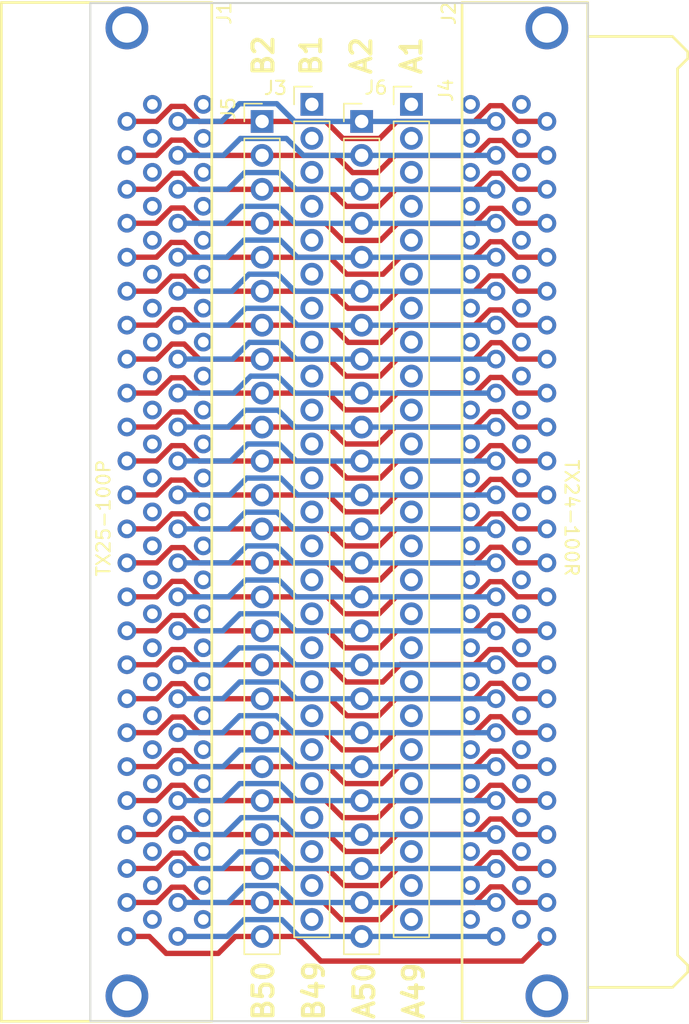
<source format=kicad_pcb>
(kicad_pcb (version 4) (host pcbnew 4.0.7-e2-6376~61~ubuntu18.04.1)

  (general
    (links 200)
    (no_connects 0)
    (area 151.536999 59.604999 203.506001 136.405001)
    (thickness 1.6)
    (drawings 14)
    (tracks 918)
    (zones 0)
    (modules 6)
    (nets 101)
  )

  (page A4)
  (layers
    (0 F.Cu signal)
    (1 In1.Cu signal)
    (2 In2.Cu signal)
    (31 B.Cu signal)
    (32 B.Adhes user)
    (33 F.Adhes user)
    (34 B.Paste user)
    (35 F.Paste user)
    (36 B.SilkS user)
    (37 F.SilkS user)
    (38 B.Mask user)
    (39 F.Mask user)
    (40 Dwgs.User user)
    (41 Cmts.User user)
    (42 Eco1.User user)
    (43 Eco2.User user)
    (44 Edge.Cuts user)
    (45 Margin user)
    (46 B.CrtYd user)
    (47 F.CrtYd user)
    (48 B.Fab user)
    (49 F.Fab user)
  )

  (setup
    (last_trace_width 0.25)
    (user_trace_width 0.4)
    (trace_clearance 0.2)
    (zone_clearance 0.508)
    (zone_45_only no)
    (trace_min 0.2)
    (segment_width 0.2)
    (edge_width 0.15)
    (via_size 0.6)
    (via_drill 0.4)
    (via_min_size 0.4)
    (via_min_drill 0.3)
    (uvia_size 0.3)
    (uvia_drill 0.1)
    (uvias_allowed no)
    (uvia_min_size 0.2)
    (uvia_min_drill 0.1)
    (pcb_text_width 0.3)
    (pcb_text_size 1.5 1.5)
    (mod_edge_width 0.15)
    (mod_text_size 1 1)
    (mod_text_width 0.15)
    (pad_size 1.524 1.524)
    (pad_drill 0.762)
    (pad_to_mask_clearance 0.2)
    (aux_axis_origin 0 0)
    (visible_elements FFFFFF7F)
    (pcbplotparams
      (layerselection 0x010f0_80000007)
      (usegerberextensions false)
      (excludeedgelayer true)
      (linewidth 0.100000)
      (plotframeref false)
      (viasonmask false)
      (mode 1)
      (useauxorigin false)
      (hpglpennumber 1)
      (hpglpenspeed 20)
      (hpglpendiameter 15)
      (hpglpenoverlay 2)
      (psnegative false)
      (psa4output false)
      (plotreference true)
      (plotvalue true)
      (plotinvisibletext false)
      (padsonsilk false)
      (subtractmaskfromsilk false)
      (outputformat 1)
      (mirror false)
      (drillshape 0)
      (scaleselection 1)
      (outputdirectory plot))
  )

  (net 0 "")
  (net 1 B49)
  (net 2 B47)
  (net 3 B45)
  (net 4 B43)
  (net 5 B41)
  (net 6 B39)
  (net 7 B37)
  (net 8 B35)
  (net 9 B33)
  (net 10 B31)
  (net 11 B29)
  (net 12 B27)
  (net 13 B25)
  (net 14 B23)
  (net 15 B21)
  (net 16 B19)
  (net 17 B17)
  (net 18 B15)
  (net 19 B13)
  (net 20 B11)
  (net 21 B9)
  (net 22 B7)
  (net 23 B5)
  (net 24 B3)
  (net 25 B1)
  (net 26 A50)
  (net 27 A48)
  (net 28 A46)
  (net 29 A44)
  (net 30 A42)
  (net 31 A40)
  (net 32 A38)
  (net 33 A36)
  (net 34 A34)
  (net 35 A32)
  (net 36 A30)
  (net 37 A28)
  (net 38 A26)
  (net 39 A24)
  (net 40 A22)
  (net 41 A20)
  (net 42 A18)
  (net 43 A16)
  (net 44 A14)
  (net 45 A12)
  (net 46 A10)
  (net 47 A8)
  (net 48 A6)
  (net 49 A4)
  (net 50 A2)
  (net 51 A49)
  (net 52 A47)
  (net 53 A45)
  (net 54 A43)
  (net 55 A41)
  (net 56 A39)
  (net 57 A37)
  (net 58 A35)
  (net 59 A33)
  (net 60 A31)
  (net 61 A29)
  (net 62 A27)
  (net 63 A25)
  (net 64 A23)
  (net 65 A21)
  (net 66 A19)
  (net 67 A17)
  (net 68 A15)
  (net 69 A13)
  (net 70 A11)
  (net 71 A9)
  (net 72 A7)
  (net 73 A5)
  (net 74 A3)
  (net 75 A1)
  (net 76 B50)
  (net 77 B48)
  (net 78 B46)
  (net 79 B44)
  (net 80 B42)
  (net 81 B40)
  (net 82 B38)
  (net 83 B36)
  (net 84 B34)
  (net 85 B32)
  (net 86 B30)
  (net 87 B28)
  (net 88 B26)
  (net 89 B24)
  (net 90 B22)
  (net 91 B20)
  (net 92 B18)
  (net 93 B16)
  (net 94 B14)
  (net 95 B12)
  (net 96 B10)
  (net 97 B8)
  (net 98 B6)
  (net 99 B4)
  (net 100 B2)

  (net_class Default "This is the default net class."
    (clearance 0.2)
    (trace_width 0.25)
    (via_dia 0.6)
    (via_drill 0.4)
    (uvia_dia 0.3)
    (uvia_drill 0.1)
    (add_net A1)
    (add_net A10)
    (add_net A11)
    (add_net A12)
    (add_net A13)
    (add_net A14)
    (add_net A15)
    (add_net A16)
    (add_net A17)
    (add_net A18)
    (add_net A19)
    (add_net A2)
    (add_net A20)
    (add_net A21)
    (add_net A22)
    (add_net A23)
    (add_net A24)
    (add_net A25)
    (add_net A26)
    (add_net A27)
    (add_net A28)
    (add_net A29)
    (add_net A3)
    (add_net A30)
    (add_net A31)
    (add_net A32)
    (add_net A33)
    (add_net A34)
    (add_net A35)
    (add_net A36)
    (add_net A37)
    (add_net A38)
    (add_net A39)
    (add_net A4)
    (add_net A40)
    (add_net A41)
    (add_net A42)
    (add_net A43)
    (add_net A44)
    (add_net A45)
    (add_net A46)
    (add_net A47)
    (add_net A48)
    (add_net A49)
    (add_net A5)
    (add_net A50)
    (add_net A6)
    (add_net A7)
    (add_net A8)
    (add_net A9)
    (add_net B1)
    (add_net B10)
    (add_net B11)
    (add_net B12)
    (add_net B13)
    (add_net B14)
    (add_net B15)
    (add_net B16)
    (add_net B17)
    (add_net B18)
    (add_net B19)
    (add_net B2)
    (add_net B20)
    (add_net B21)
    (add_net B22)
    (add_net B23)
    (add_net B24)
    (add_net B25)
    (add_net B26)
    (add_net B27)
    (add_net B28)
    (add_net B29)
    (add_net B3)
    (add_net B30)
    (add_net B31)
    (add_net B32)
    (add_net B33)
    (add_net B34)
    (add_net B35)
    (add_net B36)
    (add_net B37)
    (add_net B38)
    (add_net B39)
    (add_net B4)
    (add_net B40)
    (add_net B41)
    (add_net B42)
    (add_net B43)
    (add_net B44)
    (add_net B45)
    (add_net B46)
    (add_net B47)
    (add_net B48)
    (add_net B49)
    (add_net B5)
    (add_net B50)
    (add_net B6)
    (add_net B7)
    (add_net B8)
    (add_net B9)
  )

  (module TX24-100R-LT-H1E:TX24-100R-LT-H1E (layer F.Cu) (tedit 5F4D6E97) (tstamp 5F4D46FB)
    (at 186.95 67.525 90)
    (path /5F4D4BC4)
    (fp_text reference J2 (at 6.8 -1.625 270) (layer F.SilkS)
      (effects (font (size 1 1) (thickness 0.15)))
    )
    (fp_text value mezz-conn-02x50 (at -30.353 12.192 90) (layer F.Fab)
      (effects (font (size 1 1) (thickness 0.15)))
    )
    (fp_line (start 2.667 15.494) (end -63.627 15.494) (layer F.SilkS) (width 0.2))
    (fp_line (start 2.667 15.494) (end 3.429 16.256) (layer F.SilkS) (width 0.2))
    (fp_line (start 3.937 16.256) (end 3.429 16.256) (layer F.SilkS) (width 0.2))
    (fp_line (start 5.08 15.113) (end 5.08 8.763) (layer F.SilkS) (width 0.2))
    (fp_line (start -66.04 15.113) (end -66.04 8.763) (layer F.SilkS) (width 0.2))
    (fp_line (start -64.897 16.256) (end -64.389 16.256) (layer F.SilkS) (width 0.2))
    (fp_line (start -64.389 16.256) (end -63.627 15.494) (layer F.SilkS) (width 0.2))
    (fp_line (start -66.04 15.113) (end -64.897 16.256) (layer F.SilkS) (width 0.2))
    (fp_line (start 5.08 15.113) (end 3.937 16.256) (layer F.SilkS) (width 0.2))
    (fp_line (start -30.48 -0.635) (end 7.62 -0.635) (layer F.SilkS) (width 0.2))
    (fp_line (start 7.62 -0.635) (end 7.62 8.763) (layer F.SilkS) (width 0.2))
    (fp_line (start 7.62 8.763) (end -30.48 8.763) (layer F.SilkS) (width 0.2))
    (fp_line (start -30.48 8.763) (end -68.58 8.763) (layer F.SilkS) (width 0.2))
    (fp_line (start -68.58 8.763) (end -68.58 -0.635) (layer F.SilkS) (width 0.2))
    (fp_line (start -68.58 -0.635) (end -30.48 -0.635) (layer F.SilkS) (width 0.2))
    (pad B49 thru_hole circle (at -60.96 3.81 90) (size 1.4 1.4) (drill 0.8) (layers *.Cu *.Mask)
      (net 1 B49))
    (pad B47 thru_hole circle (at -58.42 3.81 90) (size 1.4 1.4) (drill 0.8) (layers *.Cu *.Mask)
      (net 2 B47))
    (pad B45 thru_hole circle (at -55.88 3.81 90) (size 1.4 1.4) (drill 0.8) (layers *.Cu *.Mask)
      (net 3 B45))
    (pad B43 thru_hole circle (at -53.34 3.81 90) (size 1.4 1.4) (drill 0.8) (layers *.Cu *.Mask)
      (net 4 B43))
    (pad B41 thru_hole circle (at -50.8 3.81 90) (size 1.4 1.4) (drill 0.8) (layers *.Cu *.Mask)
      (net 5 B41))
    (pad B39 thru_hole circle (at -48.26 3.81 90) (size 1.4 1.4) (drill 0.8) (layers *.Cu *.Mask)
      (net 6 B39))
    (pad B37 thru_hole circle (at -45.72 3.81 90) (size 1.4 1.4) (drill 0.8) (layers *.Cu *.Mask)
      (net 7 B37))
    (pad B35 thru_hole circle (at -43.18 3.81 90) (size 1.4 1.4) (drill 0.8) (layers *.Cu *.Mask)
      (net 8 B35))
    (pad B33 thru_hole circle (at -40.64 3.81 90) (size 1.4 1.4) (drill 0.8) (layers *.Cu *.Mask)
      (net 9 B33))
    (pad B31 thru_hole circle (at -38.1 3.81 90) (size 1.4 1.4) (drill 0.8) (layers *.Cu *.Mask)
      (net 10 B31))
    (pad B29 thru_hole circle (at -35.56 3.81 90) (size 1.4 1.4) (drill 0.8) (layers *.Cu *.Mask)
      (net 11 B29))
    (pad B27 thru_hole circle (at -33.02 3.81 90) (size 1.4 1.4) (drill 0.8) (layers *.Cu *.Mask)
      (net 12 B27))
    (pad B25 thru_hole circle (at -30.48 3.81 90) (size 1.4 1.4) (drill 0.8) (layers *.Cu *.Mask)
      (net 13 B25))
    (pad B23 thru_hole circle (at -27.94 3.81 90) (size 1.4 1.4) (drill 0.8) (layers *.Cu *.Mask)
      (net 14 B23))
    (pad B21 thru_hole circle (at -25.4 3.81 90) (size 1.4 1.4) (drill 0.8) (layers *.Cu *.Mask)
      (net 15 B21))
    (pad B19 thru_hole circle (at -22.86 3.81 90) (size 1.4 1.4) (drill 0.8) (layers *.Cu *.Mask)
      (net 16 B19))
    (pad B17 thru_hole circle (at -20.32 3.81 90) (size 1.4 1.4) (drill 0.8) (layers *.Cu *.Mask)
      (net 17 B17))
    (pad B15 thru_hole circle (at -17.78 3.81 90) (size 1.4 1.4) (drill 0.8) (layers *.Cu *.Mask)
      (net 18 B15))
    (pad B13 thru_hole circle (at -15.24 3.81 90) (size 1.4 1.4) (drill 0.8) (layers *.Cu *.Mask)
      (net 19 B13))
    (pad B11 thru_hole circle (at -12.7 3.81 90) (size 1.4 1.4) (drill 0.8) (layers *.Cu *.Mask)
      (net 20 B11))
    (pad B9 thru_hole circle (at -10.16 3.81 90) (size 1.4 1.4) (drill 0.8) (layers *.Cu *.Mask)
      (net 21 B9))
    (pad B7 thru_hole circle (at -7.62 3.81 90) (size 1.4 1.4) (drill 0.8) (layers *.Cu *.Mask)
      (net 22 B7))
    (pad B5 thru_hole circle (at -5.08 3.81 90) (size 1.4 1.4) (drill 0.8) (layers *.Cu *.Mask)
      (net 23 B5))
    (pad B3 thru_hole circle (at -2.54 3.81 90) (size 1.4 1.4) (drill 0.8) (layers *.Cu *.Mask)
      (net 24 B3))
    (pad B1 thru_hole circle (at 0 3.81 90) (size 1.4 1.4) (drill 0.8) (layers *.Cu *.Mask)
      (net 25 B1))
    (pad A50 thru_hole circle (at -62.23 1.905 90) (size 1.4 1.4) (drill 0.8) (layers *.Cu *.Mask)
      (net 26 A50))
    (pad A48 thru_hole circle (at -59.69 1.905 90) (size 1.4 1.4) (drill 0.8) (layers *.Cu *.Mask)
      (net 27 A48))
    (pad A46 thru_hole circle (at -57.15 1.905 90) (size 1.4 1.4) (drill 0.8) (layers *.Cu *.Mask)
      (net 28 A46))
    (pad A44 thru_hole circle (at -54.61 1.905 90) (size 1.4 1.4) (drill 0.8) (layers *.Cu *.Mask)
      (net 29 A44))
    (pad A42 thru_hole circle (at -52.07 1.905 90) (size 1.4 1.4) (drill 0.8) (layers *.Cu *.Mask)
      (net 30 A42))
    (pad A40 thru_hole circle (at -49.53 1.905 90) (size 1.4 1.4) (drill 0.8) (layers *.Cu *.Mask)
      (net 31 A40))
    (pad A38 thru_hole circle (at -46.99 1.905 90) (size 1.4 1.4) (drill 0.8) (layers *.Cu *.Mask)
      (net 32 A38))
    (pad A36 thru_hole circle (at -44.45 1.905 90) (size 1.4 1.4) (drill 0.8) (layers *.Cu *.Mask)
      (net 33 A36))
    (pad A34 thru_hole circle (at -41.91 1.905 90) (size 1.4 1.4) (drill 0.8) (layers *.Cu *.Mask)
      (net 34 A34))
    (pad A32 thru_hole circle (at -39.37 1.905 90) (size 1.4 1.4) (drill 0.8) (layers *.Cu *.Mask)
      (net 35 A32))
    (pad A30 thru_hole circle (at -36.83 1.905 90) (size 1.4 1.4) (drill 0.8) (layers *.Cu *.Mask)
      (net 36 A30))
    (pad A28 thru_hole circle (at -34.29 1.905 90) (size 1.4 1.4) (drill 0.8) (layers *.Cu *.Mask)
      (net 37 A28))
    (pad A26 thru_hole circle (at -31.75 1.905 90) (size 1.4 1.4) (drill 0.8) (layers *.Cu *.Mask)
      (net 38 A26))
    (pad A24 thru_hole circle (at -29.21 1.905 90) (size 1.4 1.4) (drill 0.8) (layers *.Cu *.Mask)
      (net 39 A24))
    (pad A22 thru_hole circle (at -26.67 1.905 90) (size 1.4 1.4) (drill 0.8) (layers *.Cu *.Mask)
      (net 40 A22))
    (pad A20 thru_hole circle (at -24.13 1.905 90) (size 1.4 1.4) (drill 0.8) (layers *.Cu *.Mask)
      (net 41 A20))
    (pad A18 thru_hole circle (at -21.59 1.905 90) (size 1.4 1.4) (drill 0.8) (layers *.Cu *.Mask)
      (net 42 A18))
    (pad A16 thru_hole circle (at -19.05 1.905 90) (size 1.4 1.4) (drill 0.8) (layers *.Cu *.Mask)
      (net 43 A16))
    (pad A14 thru_hole circle (at -16.51 1.905 90) (size 1.4 1.4) (drill 0.8) (layers *.Cu *.Mask)
      (net 44 A14))
    (pad A12 thru_hole circle (at -13.97 1.905 90) (size 1.4 1.4) (drill 0.8) (layers *.Cu *.Mask)
      (net 45 A12))
    (pad A10 thru_hole circle (at -11.43 1.905 90) (size 1.4 1.4) (drill 0.8) (layers *.Cu *.Mask)
      (net 46 A10))
    (pad A8 thru_hole circle (at -8.89 1.905 90) (size 1.4 1.4) (drill 0.8) (layers *.Cu *.Mask)
      (net 47 A8))
    (pad A6 thru_hole circle (at -6.35 1.905 90) (size 1.4 1.4) (drill 0.8) (layers *.Cu *.Mask)
      (net 48 A6))
    (pad A4 thru_hole circle (at -3.81 1.905 90) (size 1.4 1.4) (drill 0.8) (layers *.Cu *.Mask)
      (net 49 A4))
    (pad A2 thru_hole circle (at -1.27 1.905 90) (size 1.4 1.4) (drill 0.8) (layers *.Cu *.Mask)
      (net 50 A2))
    (pad A49 thru_hole circle (at -60.96 0 90) (size 1.4 1.4) (drill 0.8) (layers *.Cu *.Mask)
      (net 51 A49))
    (pad A47 thru_hole circle (at -58.42 0 90) (size 1.4 1.4) (drill 0.8) (layers *.Cu *.Mask)
      (net 52 A47))
    (pad A45 thru_hole circle (at -55.88 0 90) (size 1.4 1.4) (drill 0.8) (layers *.Cu *.Mask)
      (net 53 A45))
    (pad A43 thru_hole circle (at -53.34 0 90) (size 1.4 1.4) (drill 0.8) (layers *.Cu *.Mask)
      (net 54 A43))
    (pad A41 thru_hole circle (at -50.8 0 90) (size 1.4 1.4) (drill 0.8) (layers *.Cu *.Mask)
      (net 55 A41))
    (pad A39 thru_hole circle (at -48.26 0 90) (size 1.4 1.4) (drill 0.8) (layers *.Cu *.Mask)
      (net 56 A39))
    (pad A37 thru_hole circle (at -45.72 0 90) (size 1.4 1.4) (drill 0.8) (layers *.Cu *.Mask)
      (net 57 A37))
    (pad A35 thru_hole circle (at -43.18 0 90) (size 1.4 1.4) (drill 0.8) (layers *.Cu *.Mask)
      (net 58 A35))
    (pad A33 thru_hole circle (at -40.64 0 90) (size 1.4 1.4) (drill 0.8) (layers *.Cu *.Mask)
      (net 59 A33))
    (pad A31 thru_hole circle (at -38.1 0 90) (size 1.4 1.4) (drill 0.8) (layers *.Cu *.Mask)
      (net 60 A31))
    (pad A29 thru_hole circle (at -35.56 0 90) (size 1.4 1.4) (drill 0.8) (layers *.Cu *.Mask)
      (net 61 A29))
    (pad A27 thru_hole circle (at -33.02 0 90) (size 1.4 1.4) (drill 0.8) (layers *.Cu *.Mask)
      (net 62 A27))
    (pad A25 thru_hole circle (at -30.48 0 90) (size 1.4 1.4) (drill 0.8) (layers *.Cu *.Mask)
      (net 63 A25))
    (pad A23 thru_hole circle (at -27.94 0 90) (size 1.4 1.4) (drill 0.8) (layers *.Cu *.Mask)
      (net 64 A23))
    (pad A21 thru_hole circle (at -25.4 0 90) (size 1.4 1.4) (drill 0.8) (layers *.Cu *.Mask)
      (net 65 A21))
    (pad A19 thru_hole circle (at -22.86 0 90) (size 1.4 1.4) (drill 0.8) (layers *.Cu *.Mask)
      (net 66 A19))
    (pad A17 thru_hole circle (at -20.32 0 90) (size 1.4 1.4) (drill 0.8) (layers *.Cu *.Mask)
      (net 67 A17))
    (pad A15 thru_hole circle (at -17.78 0 90) (size 1.4 1.4) (drill 0.8) (layers *.Cu *.Mask)
      (net 68 A15))
    (pad A13 thru_hole circle (at -15.24 0 90) (size 1.4 1.4) (drill 0.8) (layers *.Cu *.Mask)
      (net 69 A13))
    (pad A11 thru_hole circle (at -12.7 0 90) (size 1.4 1.4) (drill 0.8) (layers *.Cu *.Mask)
      (net 70 A11))
    (pad A9 thru_hole circle (at -10.16 0 90) (size 1.4 1.4) (drill 0.8) (layers *.Cu *.Mask)
      (net 71 A9))
    (pad A7 thru_hole circle (at -7.62 0 90) (size 1.4 1.4) (drill 0.8) (layers *.Cu *.Mask)
      (net 72 A7))
    (pad A5 thru_hole circle (at -5.08 0 90) (size 1.4 1.4) (drill 0.8) (layers *.Cu *.Mask)
      (net 73 A5))
    (pad A3 thru_hole circle (at -2.54 0 90) (size 1.4 1.4) (drill 0.8) (layers *.Cu *.Mask)
      (net 74 A3))
    (pad A1 thru_hole circle (at 0 0 90) (size 1.4 1.4) (drill 0.8) (layers *.Cu *.Mask)
      (net 75 A1))
    (pad B50 thru_hole circle (at -62.23 5.715 90) (size 1.4 1.4) (drill 0.8) (layers *.Cu *.Mask)
      (net 76 B50))
    (pad B48 thru_hole circle (at -59.69 5.715 90) (size 1.4 1.4) (drill 0.8) (layers *.Cu *.Mask)
      (net 77 B48))
    (pad B46 thru_hole circle (at -57.15 5.715 90) (size 1.4 1.4) (drill 0.8) (layers *.Cu *.Mask)
      (net 78 B46))
    (pad B44 thru_hole circle (at -54.61 5.715 90) (size 1.4 1.4) (drill 0.8) (layers *.Cu *.Mask)
      (net 79 B44))
    (pad B42 thru_hole circle (at -52.07 5.715 90) (size 1.4 1.4) (drill 0.8) (layers *.Cu *.Mask)
      (net 80 B42))
    (pad B40 thru_hole circle (at -49.53 5.715 90) (size 1.4 1.4) (drill 0.8) (layers *.Cu *.Mask)
      (net 81 B40))
    (pad B38 thru_hole circle (at -46.99 5.715 90) (size 1.4 1.4) (drill 0.8) (layers *.Cu *.Mask)
      (net 82 B38))
    (pad B36 thru_hole circle (at -44.45 5.715 90) (size 1.4 1.4) (drill 0.8) (layers *.Cu *.Mask)
      (net 83 B36))
    (pad B34 thru_hole circle (at -41.91 5.715 90) (size 1.4 1.4) (drill 0.8) (layers *.Cu *.Mask)
      (net 84 B34))
    (pad B32 thru_hole circle (at -39.37 5.715 90) (size 1.4 1.4) (drill 0.8) (layers *.Cu *.Mask)
      (net 85 B32))
    (pad B30 thru_hole circle (at -36.83 5.715 90) (size 1.4 1.4) (drill 0.8) (layers *.Cu *.Mask)
      (net 86 B30))
    (pad B28 thru_hole circle (at -34.29 5.715 90) (size 1.4 1.4) (drill 0.8) (layers *.Cu *.Mask)
      (net 87 B28))
    (pad B26 thru_hole circle (at -31.75 5.715 90) (size 1.4 1.4) (drill 0.8) (layers *.Cu *.Mask)
      (net 88 B26))
    (pad B24 thru_hole circle (at -29.21 5.715 90) (size 1.4 1.4) (drill 0.8) (layers *.Cu *.Mask)
      (net 89 B24))
    (pad B22 thru_hole circle (at -26.67 5.715 90) (size 1.4 1.4) (drill 0.8) (layers *.Cu *.Mask)
      (net 90 B22))
    (pad B20 thru_hole circle (at -24.13 5.715 90) (size 1.4 1.4) (drill 0.8) (layers *.Cu *.Mask)
      (net 91 B20))
    (pad B18 thru_hole circle (at -21.59 5.715 90) (size 1.4 1.4) (drill 0.8) (layers *.Cu *.Mask)
      (net 92 B18))
    (pad B16 thru_hole circle (at -19.05 5.715 90) (size 1.4 1.4) (drill 0.8) (layers *.Cu *.Mask)
      (net 93 B16))
    (pad B14 thru_hole circle (at -16.51 5.715 90) (size 1.4 1.4) (drill 0.8) (layers *.Cu *.Mask)
      (net 94 B14))
    (pad B12 thru_hole circle (at -13.97 5.715 90) (size 1.4 1.4) (drill 0.8) (layers *.Cu *.Mask)
      (net 95 B12))
    (pad B10 thru_hole circle (at -11.43 5.715 90) (size 1.4 1.4) (drill 0.8) (layers *.Cu *.Mask)
      (net 96 B10))
    (pad B8 thru_hole circle (at -8.89 5.715 90) (size 1.4 1.4) (drill 0.8) (layers *.Cu *.Mask)
      (net 97 B8))
    (pad B6 thru_hole circle (at -6.35 5.715 90) (size 1.4 1.4) (drill 0.8) (layers *.Cu *.Mask)
      (net 98 B6))
    (pad B4 thru_hole circle (at -3.81 5.715 90) (size 1.4 1.4) (drill 0.8) (layers *.Cu *.Mask)
      (net 99 B4))
    (pad B2 thru_hole circle (at -1.27 5.715 90) (size 1.4 1.4) (drill 0.8) (layers *.Cu *.Mask)
      (net 100 B2))
    (pad "" np_thru_hole circle (at 5.715 5.715 90) (size 3.2 3.2) (drill 2.2) (layers *.Cu *.Mask))
    (pad "" np_thru_hole circle (at -66.675 5.715 90) (size 3.2 3.2) (drill 2.2) (layers *.Cu *.Mask))
  )

  (module TX25-100P-LT-H1E:TX24-100R-LT-H1E (layer F.Cu) (tedit 5F4D6E9D) (tstamp 5F4D568C)
    (at 166.95 67.525 90)
    (path /5F4D44EF)
    (fp_text reference J1 (at 6.825 1.575 270) (layer F.SilkS)
      (effects (font (size 1 1) (thickness 0.15)))
    )
    (fp_text value mezz-conn-02x50 (at -30.353 -12.192 90) (layer F.Fab)
      (effects (font (size 1 1) (thickness 0.15)))
    )
    (fp_line (start 7.62 -8.763) (end 7.62 -15.113) (layer F.SilkS) (width 0.2))
    (fp_line (start 7.62 -15.113) (end -68.58 -15.113) (layer F.SilkS) (width 0.2))
    (fp_line (start -68.58 -15.113) (end -68.58 -8.763) (layer F.SilkS) (width 0.2))
    (fp_line (start -30.48 0.635) (end 7.62 0.635) (layer F.SilkS) (width 0.2))
    (fp_line (start 7.62 0.635) (end 7.62 -8.763) (layer F.SilkS) (width 0.2))
    (fp_line (start -68.58 -8.763) (end -68.58 0.635) (layer F.SilkS) (width 0.2))
    (fp_line (start -68.58 0.635) (end -30.48 0.635) (layer F.SilkS) (width 0.2))
    (pad B49 thru_hole circle (at -60.96 -3.81 270) (size 1.4 1.4) (drill 0.8) (layers *.Cu *.Mask)
      (net 1 B49))
    (pad B47 thru_hole circle (at -58.42 -3.81 270) (size 1.4 1.4) (drill 0.8) (layers *.Cu *.Mask)
      (net 2 B47))
    (pad B45 thru_hole circle (at -55.88 -3.81 270) (size 1.4 1.4) (drill 0.8) (layers *.Cu *.Mask)
      (net 3 B45))
    (pad B43 thru_hole circle (at -53.34 -3.81 270) (size 1.4 1.4) (drill 0.8) (layers *.Cu *.Mask)
      (net 4 B43))
    (pad B41 thru_hole circle (at -50.8 -3.81 270) (size 1.4 1.4) (drill 0.8) (layers *.Cu *.Mask)
      (net 5 B41))
    (pad B39 thru_hole circle (at -48.26 -3.81 270) (size 1.4 1.4) (drill 0.8) (layers *.Cu *.Mask)
      (net 6 B39))
    (pad B37 thru_hole circle (at -45.72 -3.81 270) (size 1.4 1.4) (drill 0.8) (layers *.Cu *.Mask)
      (net 7 B37))
    (pad B35 thru_hole circle (at -43.18 -3.81 270) (size 1.4 1.4) (drill 0.8) (layers *.Cu *.Mask)
      (net 8 B35))
    (pad B33 thru_hole circle (at -40.64 -3.81 270) (size 1.4 1.4) (drill 0.8) (layers *.Cu *.Mask)
      (net 9 B33))
    (pad B31 thru_hole circle (at -38.1 -3.81 270) (size 1.4 1.4) (drill 0.8) (layers *.Cu *.Mask)
      (net 10 B31))
    (pad B29 thru_hole circle (at -35.56 -3.81 270) (size 1.4 1.4) (drill 0.8) (layers *.Cu *.Mask)
      (net 11 B29))
    (pad B27 thru_hole circle (at -33.02 -3.81 270) (size 1.4 1.4) (drill 0.8) (layers *.Cu *.Mask)
      (net 12 B27))
    (pad B25 thru_hole circle (at -30.48 -3.81 270) (size 1.4 1.4) (drill 0.8) (layers *.Cu *.Mask)
      (net 13 B25))
    (pad B23 thru_hole circle (at -27.94 -3.81 270) (size 1.4 1.4) (drill 0.8) (layers *.Cu *.Mask)
      (net 14 B23))
    (pad B21 thru_hole circle (at -25.4 -3.81 270) (size 1.4 1.4) (drill 0.8) (layers *.Cu *.Mask)
      (net 15 B21))
    (pad B19 thru_hole circle (at -22.86 -3.81 270) (size 1.4 1.4) (drill 0.8) (layers *.Cu *.Mask)
      (net 16 B19))
    (pad B17 thru_hole circle (at -20.32 -3.81 270) (size 1.4 1.4) (drill 0.8) (layers *.Cu *.Mask)
      (net 17 B17))
    (pad B15 thru_hole circle (at -17.78 -3.81 270) (size 1.4 1.4) (drill 0.8) (layers *.Cu *.Mask)
      (net 18 B15))
    (pad B13 thru_hole circle (at -15.24 -3.81 270) (size 1.4 1.4) (drill 0.8) (layers *.Cu *.Mask)
      (net 19 B13))
    (pad B11 thru_hole circle (at -12.7 -3.81 270) (size 1.4 1.4) (drill 0.8) (layers *.Cu *.Mask)
      (net 20 B11))
    (pad B9 thru_hole circle (at -10.16 -3.81 270) (size 1.4 1.4) (drill 0.8) (layers *.Cu *.Mask)
      (net 21 B9))
    (pad B7 thru_hole circle (at -7.62 -3.81 270) (size 1.4 1.4) (drill 0.8) (layers *.Cu *.Mask)
      (net 22 B7))
    (pad B5 thru_hole circle (at -5.08 -3.81 270) (size 1.4 1.4) (drill 0.8) (layers *.Cu *.Mask)
      (net 23 B5))
    (pad B3 thru_hole circle (at -2.54 -3.81 270) (size 1.4 1.4) (drill 0.8) (layers *.Cu *.Mask)
      (net 24 B3))
    (pad B1 thru_hole circle (at 0 -3.81 270) (size 1.4 1.4) (drill 0.8) (layers *.Cu *.Mask)
      (net 25 B1))
    (pad A50 thru_hole circle (at -62.23 -1.905 270) (size 1.4 1.4) (drill 0.8) (layers *.Cu *.Mask)
      (net 26 A50))
    (pad A48 thru_hole circle (at -59.69 -1.905 270) (size 1.4 1.4) (drill 0.8) (layers *.Cu *.Mask)
      (net 27 A48))
    (pad A46 thru_hole circle (at -57.15 -1.905 270) (size 1.4 1.4) (drill 0.8) (layers *.Cu *.Mask)
      (net 28 A46))
    (pad A44 thru_hole circle (at -54.61 -1.905 270) (size 1.4 1.4) (drill 0.8) (layers *.Cu *.Mask)
      (net 29 A44))
    (pad A42 thru_hole circle (at -52.07 -1.905 270) (size 1.4 1.4) (drill 0.8) (layers *.Cu *.Mask)
      (net 30 A42))
    (pad A40 thru_hole circle (at -49.53 -1.905 270) (size 1.4 1.4) (drill 0.8) (layers *.Cu *.Mask)
      (net 31 A40))
    (pad A38 thru_hole circle (at -46.99 -1.905 270) (size 1.4 1.4) (drill 0.8) (layers *.Cu *.Mask)
      (net 32 A38))
    (pad A36 thru_hole circle (at -44.45 -1.905 270) (size 1.4 1.4) (drill 0.8) (layers *.Cu *.Mask)
      (net 33 A36))
    (pad A34 thru_hole circle (at -41.91 -1.905 270) (size 1.4 1.4) (drill 0.8) (layers *.Cu *.Mask)
      (net 34 A34))
    (pad A32 thru_hole circle (at -39.37 -1.905 270) (size 1.4 1.4) (drill 0.8) (layers *.Cu *.Mask)
      (net 35 A32))
    (pad A30 thru_hole circle (at -36.83 -1.905 270) (size 1.4 1.4) (drill 0.8) (layers *.Cu *.Mask)
      (net 36 A30))
    (pad A28 thru_hole circle (at -34.29 -1.905 270) (size 1.4 1.4) (drill 0.8) (layers *.Cu *.Mask)
      (net 37 A28))
    (pad A26 thru_hole circle (at -31.75 -1.905 270) (size 1.4 1.4) (drill 0.8) (layers *.Cu *.Mask)
      (net 38 A26))
    (pad A24 thru_hole circle (at -29.21 -1.905 270) (size 1.4 1.4) (drill 0.8) (layers *.Cu *.Mask)
      (net 39 A24))
    (pad A22 thru_hole circle (at -26.67 -1.905 270) (size 1.4 1.4) (drill 0.8) (layers *.Cu *.Mask)
      (net 40 A22))
    (pad A20 thru_hole circle (at -24.13 -1.905 270) (size 1.4 1.4) (drill 0.8) (layers *.Cu *.Mask)
      (net 41 A20))
    (pad A18 thru_hole circle (at -21.59 -1.905 270) (size 1.4 1.4) (drill 0.8) (layers *.Cu *.Mask)
      (net 42 A18))
    (pad A16 thru_hole circle (at -19.05 -1.905 270) (size 1.4 1.4) (drill 0.8) (layers *.Cu *.Mask)
      (net 43 A16))
    (pad A14 thru_hole circle (at -16.51 -1.905 270) (size 1.4 1.4) (drill 0.8) (layers *.Cu *.Mask)
      (net 44 A14))
    (pad A12 thru_hole circle (at -13.97 -1.905 270) (size 1.4 1.4) (drill 0.8) (layers *.Cu *.Mask)
      (net 45 A12))
    (pad A10 thru_hole circle (at -11.43 -1.905 270) (size 1.4 1.4) (drill 0.8) (layers *.Cu *.Mask)
      (net 46 A10))
    (pad A8 thru_hole circle (at -8.89 -1.905 270) (size 1.4 1.4) (drill 0.8) (layers *.Cu *.Mask)
      (net 47 A8))
    (pad A6 thru_hole circle (at -6.35 -1.905 270) (size 1.4 1.4) (drill 0.8) (layers *.Cu *.Mask)
      (net 48 A6))
    (pad A4 thru_hole circle (at -3.81 -1.905 270) (size 1.4 1.4) (drill 0.8) (layers *.Cu *.Mask)
      (net 49 A4))
    (pad A2 thru_hole circle (at -1.27 -1.905 270) (size 1.4 1.4) (drill 0.8) (layers *.Cu *.Mask)
      (net 50 A2))
    (pad A49 thru_hole circle (at -60.96 0 270) (size 1.4 1.4) (drill 0.8) (layers *.Cu *.Mask)
      (net 51 A49))
    (pad A47 thru_hole circle (at -58.42 0 270) (size 1.4 1.4) (drill 0.8) (layers *.Cu *.Mask)
      (net 52 A47))
    (pad A45 thru_hole circle (at -55.88 0 270) (size 1.4 1.4) (drill 0.8) (layers *.Cu *.Mask)
      (net 53 A45))
    (pad A43 thru_hole circle (at -53.34 0 270) (size 1.4 1.4) (drill 0.8) (layers *.Cu *.Mask)
      (net 54 A43))
    (pad A41 thru_hole circle (at -50.8 0 270) (size 1.4 1.4) (drill 0.8) (layers *.Cu *.Mask)
      (net 55 A41))
    (pad A39 thru_hole circle (at -48.26 0 270) (size 1.4 1.4) (drill 0.8) (layers *.Cu *.Mask)
      (net 56 A39))
    (pad A37 thru_hole circle (at -45.72 0 270) (size 1.4 1.4) (drill 0.8) (layers *.Cu *.Mask)
      (net 57 A37))
    (pad A35 thru_hole circle (at -43.18 0 270) (size 1.4 1.4) (drill 0.8) (layers *.Cu *.Mask)
      (net 58 A35))
    (pad A33 thru_hole circle (at -40.64 0 270) (size 1.4 1.4) (drill 0.8) (layers *.Cu *.Mask)
      (net 59 A33))
    (pad A31 thru_hole circle (at -38.1 0 270) (size 1.4 1.4) (drill 0.8) (layers *.Cu *.Mask)
      (net 60 A31))
    (pad A29 thru_hole circle (at -35.56 0 270) (size 1.4 1.4) (drill 0.8) (layers *.Cu *.Mask)
      (net 61 A29))
    (pad A27 thru_hole circle (at -33.02 0 270) (size 1.4 1.4) (drill 0.8) (layers *.Cu *.Mask)
      (net 62 A27))
    (pad A25 thru_hole circle (at -30.48 0 270) (size 1.4 1.4) (drill 0.8) (layers *.Cu *.Mask)
      (net 63 A25))
    (pad A23 thru_hole circle (at -27.94 0 270) (size 1.4 1.4) (drill 0.8) (layers *.Cu *.Mask)
      (net 64 A23))
    (pad A21 thru_hole circle (at -25.4 0 270) (size 1.4 1.4) (drill 0.8) (layers *.Cu *.Mask)
      (net 65 A21))
    (pad A19 thru_hole circle (at -22.86 0 270) (size 1.4 1.4) (drill 0.8) (layers *.Cu *.Mask)
      (net 66 A19))
    (pad A17 thru_hole circle (at -20.32 0 270) (size 1.4 1.4) (drill 0.8) (layers *.Cu *.Mask)
      (net 67 A17))
    (pad A15 thru_hole circle (at -17.78 0 270) (size 1.4 1.4) (drill 0.8) (layers *.Cu *.Mask)
      (net 68 A15))
    (pad A13 thru_hole circle (at -15.24 0 270) (size 1.4 1.4) (drill 0.8) (layers *.Cu *.Mask)
      (net 69 A13))
    (pad A11 thru_hole circle (at -12.7 0 270) (size 1.4 1.4) (drill 0.8) (layers *.Cu *.Mask)
      (net 70 A11))
    (pad A9 thru_hole circle (at -10.16 0 270) (size 1.4 1.4) (drill 0.8) (layers *.Cu *.Mask)
      (net 71 A9))
    (pad A7 thru_hole circle (at -7.62 0 270) (size 1.4 1.4) (drill 0.8) (layers *.Cu *.Mask)
      (net 72 A7))
    (pad A5 thru_hole circle (at -5.08 0 270) (size 1.4 1.4) (drill 0.8) (layers *.Cu *.Mask)
      (net 73 A5))
    (pad A3 thru_hole circle (at -2.54 0 270) (size 1.4 1.4) (drill 0.8) (layers *.Cu *.Mask)
      (net 74 A3))
    (pad A1 thru_hole circle (at 0 0 270) (size 1.4 1.4) (drill 0.8) (layers *.Cu *.Mask)
      (net 75 A1))
    (pad B50 thru_hole circle (at -62.23 -5.715 270) (size 1.4 1.4) (drill 0.8) (layers *.Cu *.Mask)
      (net 76 B50))
    (pad B48 thru_hole circle (at -59.69 -5.715 270) (size 1.4 1.4) (drill 0.8) (layers *.Cu *.Mask)
      (net 77 B48))
    (pad B46 thru_hole circle (at -57.15 -5.715 270) (size 1.4 1.4) (drill 0.8) (layers *.Cu *.Mask)
      (net 78 B46))
    (pad B44 thru_hole circle (at -54.61 -5.715 270) (size 1.4 1.4) (drill 0.8) (layers *.Cu *.Mask)
      (net 79 B44))
    (pad B42 thru_hole circle (at -52.07 -5.715 270) (size 1.4 1.4) (drill 0.8) (layers *.Cu *.Mask)
      (net 80 B42))
    (pad B40 thru_hole circle (at -49.53 -5.715 270) (size 1.4 1.4) (drill 0.8) (layers *.Cu *.Mask)
      (net 81 B40))
    (pad B38 thru_hole circle (at -46.99 -5.715 270) (size 1.4 1.4) (drill 0.8) (layers *.Cu *.Mask)
      (net 82 B38))
    (pad B36 thru_hole circle (at -44.45 -5.715 270) (size 1.4 1.4) (drill 0.8) (layers *.Cu *.Mask)
      (net 83 B36))
    (pad B34 thru_hole circle (at -41.91 -5.715 270) (size 1.4 1.4) (drill 0.8) (layers *.Cu *.Mask)
      (net 84 B34))
    (pad B32 thru_hole circle (at -39.37 -5.715 270) (size 1.4 1.4) (drill 0.8) (layers *.Cu *.Mask)
      (net 85 B32))
    (pad B30 thru_hole circle (at -36.83 -5.715 270) (size 1.4 1.4) (drill 0.8) (layers *.Cu *.Mask)
      (net 86 B30))
    (pad B28 thru_hole circle (at -34.29 -5.715 270) (size 1.4 1.4) (drill 0.8) (layers *.Cu *.Mask)
      (net 87 B28))
    (pad B26 thru_hole circle (at -31.75 -5.715 270) (size 1.4 1.4) (drill 0.8) (layers *.Cu *.Mask)
      (net 88 B26))
    (pad B24 thru_hole circle (at -29.21 -5.715 270) (size 1.4 1.4) (drill 0.8) (layers *.Cu *.Mask)
      (net 89 B24))
    (pad B22 thru_hole circle (at -26.67 -5.715 270) (size 1.4 1.4) (drill 0.8) (layers *.Cu *.Mask)
      (net 90 B22))
    (pad B20 thru_hole circle (at -24.13 -5.715 270) (size 1.4 1.4) (drill 0.8) (layers *.Cu *.Mask)
      (net 91 B20))
    (pad B18 thru_hole circle (at -21.59 -5.715 270) (size 1.4 1.4) (drill 0.8) (layers *.Cu *.Mask)
      (net 92 B18))
    (pad B16 thru_hole circle (at -19.05 -5.715 270) (size 1.4 1.4) (drill 0.8) (layers *.Cu *.Mask)
      (net 93 B16))
    (pad B14 thru_hole circle (at -16.51 -5.715 270) (size 1.4 1.4) (drill 0.8) (layers *.Cu *.Mask)
      (net 94 B14))
    (pad B12 thru_hole circle (at -13.97 -5.715 270) (size 1.4 1.4) (drill 0.8) (layers *.Cu *.Mask)
      (net 95 B12))
    (pad B10 thru_hole circle (at -11.43 -5.715 270) (size 1.4 1.4) (drill 0.8) (layers *.Cu *.Mask)
      (net 96 B10))
    (pad B8 thru_hole circle (at -8.89 -5.715 270) (size 1.4 1.4) (drill 0.8) (layers *.Cu *.Mask)
      (net 97 B8))
    (pad B6 thru_hole circle (at -6.35 -5.715 270) (size 1.4 1.4) (drill 0.8) (layers *.Cu *.Mask)
      (net 98 B6))
    (pad B4 thru_hole circle (at -3.81 -5.715 270) (size 1.4 1.4) (drill 0.8) (layers *.Cu *.Mask)
      (net 99 B4))
    (pad B2 thru_hole circle (at -1.27 -5.715 270) (size 1.4 1.4) (drill 0.8) (layers *.Cu *.Mask)
      (net 100 B2))
    (pad "" np_thru_hole circle (at 5.715 -5.715 270) (size 3.2 3.2) (drill 2.2) (layers *.Cu *.Mask))
    (pad "" np_thru_hole circle (at -66.675 -5.715 270) (size 3.2 3.2) (drill 2.2) (layers *.Cu *.Mask))
  )

  (module Pin_Headers:Pin_Header_Straight_1x25_Pitch2.54mm (layer F.Cu) (tedit 5F4D6FA4) (tstamp 5F4D5F89)
    (at 175.075 67.525)
    (descr "Through hole straight pin header, 1x25, 2.54mm pitch, single row")
    (tags "Through hole pin header THT 1x25 2.54mm single row")
    (path /5F4D60BC)
    (fp_text reference J3 (at -2.725 -1.225 180) (layer F.SilkS)
      (effects (font (size 1 1) (thickness 0.15)))
    )
    (fp_text value Conn_01x25 (at 0 63.29) (layer F.Fab)
      (effects (font (size 1 1) (thickness 0.15)))
    )
    (fp_line (start -0.635 -1.27) (end 1.27 -1.27) (layer F.Fab) (width 0.1))
    (fp_line (start 1.27 -1.27) (end 1.27 62.23) (layer F.Fab) (width 0.1))
    (fp_line (start 1.27 62.23) (end -1.27 62.23) (layer F.Fab) (width 0.1))
    (fp_line (start -1.27 62.23) (end -1.27 -0.635) (layer F.Fab) (width 0.1))
    (fp_line (start -1.27 -0.635) (end -0.635 -1.27) (layer F.Fab) (width 0.1))
    (fp_line (start -1.33 62.29) (end 1.33 62.29) (layer F.SilkS) (width 0.12))
    (fp_line (start -1.33 1.27) (end -1.33 62.29) (layer F.SilkS) (width 0.12))
    (fp_line (start 1.33 1.27) (end 1.33 62.29) (layer F.SilkS) (width 0.12))
    (fp_line (start -1.33 1.27) (end 1.33 1.27) (layer F.SilkS) (width 0.12))
    (fp_line (start -1.33 0) (end -1.33 -1.33) (layer F.SilkS) (width 0.12))
    (fp_line (start -1.33 -1.33) (end 0 -1.33) (layer F.SilkS) (width 0.12))
    (fp_line (start -1.8 -1.8) (end -1.8 62.75) (layer F.CrtYd) (width 0.05))
    (fp_line (start -1.8 62.75) (end 1.8 62.75) (layer F.CrtYd) (width 0.05))
    (fp_line (start 1.8 62.75) (end 1.8 -1.8) (layer F.CrtYd) (width 0.05))
    (fp_line (start 1.8 -1.8) (end -1.8 -1.8) (layer F.CrtYd) (width 0.05))
    (fp_text user %R (at 0 30.48 90) (layer F.Fab)
      (effects (font (size 1 1) (thickness 0.15)))
    )
    (pad 1 thru_hole rect (at 0 0) (size 1.7 1.7) (drill 1) (layers *.Cu *.Mask)
      (net 25 B1))
    (pad 2 thru_hole oval (at 0 2.54) (size 1.7 1.7) (drill 1) (layers *.Cu *.Mask)
      (net 24 B3))
    (pad 3 thru_hole oval (at 0 5.08) (size 1.7 1.7) (drill 1) (layers *.Cu *.Mask)
      (net 23 B5))
    (pad 4 thru_hole oval (at 0 7.62) (size 1.7 1.7) (drill 1) (layers *.Cu *.Mask)
      (net 22 B7))
    (pad 5 thru_hole oval (at 0 10.16) (size 1.7 1.7) (drill 1) (layers *.Cu *.Mask)
      (net 21 B9))
    (pad 6 thru_hole oval (at 0 12.7) (size 1.7 1.7) (drill 1) (layers *.Cu *.Mask)
      (net 20 B11))
    (pad 7 thru_hole oval (at 0 15.24) (size 1.7 1.7) (drill 1) (layers *.Cu *.Mask)
      (net 19 B13))
    (pad 8 thru_hole oval (at 0 17.78) (size 1.7 1.7) (drill 1) (layers *.Cu *.Mask)
      (net 18 B15))
    (pad 9 thru_hole oval (at 0 20.32) (size 1.7 1.7) (drill 1) (layers *.Cu *.Mask)
      (net 17 B17))
    (pad 10 thru_hole oval (at 0 22.86) (size 1.7 1.7) (drill 1) (layers *.Cu *.Mask)
      (net 16 B19))
    (pad 11 thru_hole oval (at 0 25.4) (size 1.7 1.7) (drill 1) (layers *.Cu *.Mask)
      (net 15 B21))
    (pad 12 thru_hole oval (at 0 27.94) (size 1.7 1.7) (drill 1) (layers *.Cu *.Mask)
      (net 14 B23))
    (pad 13 thru_hole oval (at 0 30.48) (size 1.7 1.7) (drill 1) (layers *.Cu *.Mask)
      (net 13 B25))
    (pad 14 thru_hole oval (at 0 33.02) (size 1.7 1.7) (drill 1) (layers *.Cu *.Mask)
      (net 12 B27))
    (pad 15 thru_hole oval (at 0 35.56) (size 1.7 1.7) (drill 1) (layers *.Cu *.Mask)
      (net 11 B29))
    (pad 16 thru_hole oval (at 0 38.1) (size 1.7 1.7) (drill 1) (layers *.Cu *.Mask)
      (net 10 B31))
    (pad 17 thru_hole oval (at 0 40.64) (size 1.7 1.7) (drill 1) (layers *.Cu *.Mask)
      (net 9 B33))
    (pad 18 thru_hole oval (at 0 43.18) (size 1.7 1.7) (drill 1) (layers *.Cu *.Mask)
      (net 8 B35))
    (pad 19 thru_hole oval (at 0 45.72) (size 1.7 1.7) (drill 1) (layers *.Cu *.Mask)
      (net 7 B37))
    (pad 20 thru_hole oval (at 0 48.26) (size 1.7 1.7) (drill 1) (layers *.Cu *.Mask)
      (net 6 B39))
    (pad 21 thru_hole oval (at 0 50.8) (size 1.7 1.7) (drill 1) (layers *.Cu *.Mask)
      (net 5 B41))
    (pad 22 thru_hole oval (at 0 53.34) (size 1.7 1.7) (drill 1) (layers *.Cu *.Mask)
      (net 4 B43))
    (pad 23 thru_hole oval (at 0 55.88) (size 1.7 1.7) (drill 1) (layers *.Cu *.Mask)
      (net 3 B45))
    (pad 24 thru_hole oval (at 0 58.42) (size 1.7 1.7) (drill 1) (layers *.Cu *.Mask)
      (net 2 B47))
    (pad 25 thru_hole oval (at 0 60.96) (size 1.7 1.7) (drill 1) (layers *.Cu *.Mask)
      (net 1 B49))
    (model ${KISYS3DMOD}/Pin_Headers.3dshapes/Pin_Header_Straight_1x25_Pitch2.54mm.wrl
      (at (xyz 0 0 0))
      (scale (xyz 1 1 1))
      (rotate (xyz 0 0 0))
    )
  )

  (module Pin_Headers:Pin_Header_Straight_1x25_Pitch2.54mm (layer F.Cu) (tedit 5F4D6E8E) (tstamp 5F4D5FA6)
    (at 182.525 67.525)
    (descr "Through hole straight pin header, 1x25, 2.54mm pitch, single row")
    (tags "Through hole pin header THT 1x25 2.54mm single row")
    (path /5F4D64AC)
    (fp_text reference J4 (at 2.6 -1.05 90) (layer F.SilkS)
      (effects (font (size 1 1) (thickness 0.15)))
    )
    (fp_text value Conn_01x25 (at 0 63.29) (layer F.Fab)
      (effects (font (size 1 1) (thickness 0.15)))
    )
    (fp_line (start -0.635 -1.27) (end 1.27 -1.27) (layer F.Fab) (width 0.1))
    (fp_line (start 1.27 -1.27) (end 1.27 62.23) (layer F.Fab) (width 0.1))
    (fp_line (start 1.27 62.23) (end -1.27 62.23) (layer F.Fab) (width 0.1))
    (fp_line (start -1.27 62.23) (end -1.27 -0.635) (layer F.Fab) (width 0.1))
    (fp_line (start -1.27 -0.635) (end -0.635 -1.27) (layer F.Fab) (width 0.1))
    (fp_line (start -1.33 62.29) (end 1.33 62.29) (layer F.SilkS) (width 0.12))
    (fp_line (start -1.33 1.27) (end -1.33 62.29) (layer F.SilkS) (width 0.12))
    (fp_line (start 1.33 1.27) (end 1.33 62.29) (layer F.SilkS) (width 0.12))
    (fp_line (start -1.33 1.27) (end 1.33 1.27) (layer F.SilkS) (width 0.12))
    (fp_line (start -1.33 0) (end -1.33 -1.33) (layer F.SilkS) (width 0.12))
    (fp_line (start -1.33 -1.33) (end 0 -1.33) (layer F.SilkS) (width 0.12))
    (fp_line (start -1.8 -1.8) (end -1.8 62.75) (layer F.CrtYd) (width 0.05))
    (fp_line (start -1.8 62.75) (end 1.8 62.75) (layer F.CrtYd) (width 0.05))
    (fp_line (start 1.8 62.75) (end 1.8 -1.8) (layer F.CrtYd) (width 0.05))
    (fp_line (start 1.8 -1.8) (end -1.8 -1.8) (layer F.CrtYd) (width 0.05))
    (fp_text user %R (at 0 30.48 90) (layer F.Fab)
      (effects (font (size 1 1) (thickness 0.15)))
    )
    (pad 1 thru_hole rect (at 0 0) (size 1.7 1.7) (drill 1) (layers *.Cu *.Mask)
      (net 75 A1))
    (pad 2 thru_hole oval (at 0 2.54) (size 1.7 1.7) (drill 1) (layers *.Cu *.Mask)
      (net 74 A3))
    (pad 3 thru_hole oval (at 0 5.08) (size 1.7 1.7) (drill 1) (layers *.Cu *.Mask)
      (net 73 A5))
    (pad 4 thru_hole oval (at 0 7.62) (size 1.7 1.7) (drill 1) (layers *.Cu *.Mask)
      (net 72 A7))
    (pad 5 thru_hole oval (at 0 10.16) (size 1.7 1.7) (drill 1) (layers *.Cu *.Mask)
      (net 71 A9))
    (pad 6 thru_hole oval (at 0 12.7) (size 1.7 1.7) (drill 1) (layers *.Cu *.Mask)
      (net 70 A11))
    (pad 7 thru_hole oval (at 0 15.24) (size 1.7 1.7) (drill 1) (layers *.Cu *.Mask)
      (net 69 A13))
    (pad 8 thru_hole oval (at 0 17.78) (size 1.7 1.7) (drill 1) (layers *.Cu *.Mask)
      (net 68 A15))
    (pad 9 thru_hole oval (at 0 20.32) (size 1.7 1.7) (drill 1) (layers *.Cu *.Mask)
      (net 67 A17))
    (pad 10 thru_hole oval (at 0 22.86) (size 1.7 1.7) (drill 1) (layers *.Cu *.Mask)
      (net 66 A19))
    (pad 11 thru_hole oval (at 0 25.4) (size 1.7 1.7) (drill 1) (layers *.Cu *.Mask)
      (net 65 A21))
    (pad 12 thru_hole oval (at 0 27.94) (size 1.7 1.7) (drill 1) (layers *.Cu *.Mask)
      (net 64 A23))
    (pad 13 thru_hole oval (at 0 30.48) (size 1.7 1.7) (drill 1) (layers *.Cu *.Mask)
      (net 63 A25))
    (pad 14 thru_hole oval (at 0 33.02) (size 1.7 1.7) (drill 1) (layers *.Cu *.Mask)
      (net 62 A27))
    (pad 15 thru_hole oval (at 0 35.56) (size 1.7 1.7) (drill 1) (layers *.Cu *.Mask)
      (net 61 A29))
    (pad 16 thru_hole oval (at 0 38.1) (size 1.7 1.7) (drill 1) (layers *.Cu *.Mask)
      (net 60 A31))
    (pad 17 thru_hole oval (at 0 40.64) (size 1.7 1.7) (drill 1) (layers *.Cu *.Mask)
      (net 59 A33))
    (pad 18 thru_hole oval (at 0 43.18) (size 1.7 1.7) (drill 1) (layers *.Cu *.Mask)
      (net 58 A35))
    (pad 19 thru_hole oval (at 0 45.72) (size 1.7 1.7) (drill 1) (layers *.Cu *.Mask)
      (net 57 A37))
    (pad 20 thru_hole oval (at 0 48.26) (size 1.7 1.7) (drill 1) (layers *.Cu *.Mask)
      (net 56 A39))
    (pad 21 thru_hole oval (at 0 50.8) (size 1.7 1.7) (drill 1) (layers *.Cu *.Mask)
      (net 55 A41))
    (pad 22 thru_hole oval (at 0 53.34) (size 1.7 1.7) (drill 1) (layers *.Cu *.Mask)
      (net 54 A43))
    (pad 23 thru_hole oval (at 0 55.88) (size 1.7 1.7) (drill 1) (layers *.Cu *.Mask)
      (net 53 A45))
    (pad 24 thru_hole oval (at 0 58.42) (size 1.7 1.7) (drill 1) (layers *.Cu *.Mask)
      (net 52 A47))
    (pad 25 thru_hole oval (at 0 60.96) (size 1.7 1.7) (drill 1) (layers *.Cu *.Mask)
      (net 51 A49))
    (model ${KISYS3DMOD}/Pin_Headers.3dshapes/Pin_Header_Straight_1x25_Pitch2.54mm.wrl
      (at (xyz 0 0 0))
      (scale (xyz 1 1 1))
      (rotate (xyz 0 0 0))
    )
  )

  (module Pin_Headers:Pin_Header_Straight_1x25_Pitch2.54mm (layer F.Cu) (tedit 5F4D6EA0) (tstamp 5F4D5FC3)
    (at 171.35 68.8)
    (descr "Through hole straight pin header, 1x25, 2.54mm pitch, single row")
    (tags "Through hole pin header THT 1x25 2.54mm single row")
    (path /5F4D5EE6)
    (fp_text reference J5 (at -2.525 -0.95 90) (layer F.SilkS)
      (effects (font (size 1 1) (thickness 0.15)))
    )
    (fp_text value Conn_01x25 (at 0 63.29) (layer F.Fab)
      (effects (font (size 1 1) (thickness 0.15)))
    )
    (fp_line (start -0.635 -1.27) (end 1.27 -1.27) (layer F.Fab) (width 0.1))
    (fp_line (start 1.27 -1.27) (end 1.27 62.23) (layer F.Fab) (width 0.1))
    (fp_line (start 1.27 62.23) (end -1.27 62.23) (layer F.Fab) (width 0.1))
    (fp_line (start -1.27 62.23) (end -1.27 -0.635) (layer F.Fab) (width 0.1))
    (fp_line (start -1.27 -0.635) (end -0.635 -1.27) (layer F.Fab) (width 0.1))
    (fp_line (start -1.33 62.29) (end 1.33 62.29) (layer F.SilkS) (width 0.12))
    (fp_line (start -1.33 1.27) (end -1.33 62.29) (layer F.SilkS) (width 0.12))
    (fp_line (start 1.33 1.27) (end 1.33 62.29) (layer F.SilkS) (width 0.12))
    (fp_line (start -1.33 1.27) (end 1.33 1.27) (layer F.SilkS) (width 0.12))
    (fp_line (start -1.33 0) (end -1.33 -1.33) (layer F.SilkS) (width 0.12))
    (fp_line (start -1.33 -1.33) (end 0 -1.33) (layer F.SilkS) (width 0.12))
    (fp_line (start -1.8 -1.8) (end -1.8 62.75) (layer F.CrtYd) (width 0.05))
    (fp_line (start -1.8 62.75) (end 1.8 62.75) (layer F.CrtYd) (width 0.05))
    (fp_line (start 1.8 62.75) (end 1.8 -1.8) (layer F.CrtYd) (width 0.05))
    (fp_line (start 1.8 -1.8) (end -1.8 -1.8) (layer F.CrtYd) (width 0.05))
    (fp_text user %R (at 0 30.48 90) (layer F.Fab)
      (effects (font (size 1 1) (thickness 0.15)))
    )
    (pad 1 thru_hole rect (at 0 0) (size 1.7 1.7) (drill 1) (layers *.Cu *.Mask)
      (net 100 B2))
    (pad 2 thru_hole oval (at 0 2.54) (size 1.7 1.7) (drill 1) (layers *.Cu *.Mask)
      (net 99 B4))
    (pad 3 thru_hole oval (at 0 5.08) (size 1.7 1.7) (drill 1) (layers *.Cu *.Mask)
      (net 98 B6))
    (pad 4 thru_hole oval (at 0 7.62) (size 1.7 1.7) (drill 1) (layers *.Cu *.Mask)
      (net 97 B8))
    (pad 5 thru_hole oval (at 0 10.16) (size 1.7 1.7) (drill 1) (layers *.Cu *.Mask)
      (net 96 B10))
    (pad 6 thru_hole oval (at 0 12.7) (size 1.7 1.7) (drill 1) (layers *.Cu *.Mask)
      (net 95 B12))
    (pad 7 thru_hole oval (at 0 15.24) (size 1.7 1.7) (drill 1) (layers *.Cu *.Mask)
      (net 94 B14))
    (pad 8 thru_hole oval (at 0 17.78) (size 1.7 1.7) (drill 1) (layers *.Cu *.Mask)
      (net 93 B16))
    (pad 9 thru_hole oval (at 0 20.32) (size 1.7 1.7) (drill 1) (layers *.Cu *.Mask)
      (net 92 B18))
    (pad 10 thru_hole oval (at 0 22.86) (size 1.7 1.7) (drill 1) (layers *.Cu *.Mask)
      (net 91 B20))
    (pad 11 thru_hole oval (at 0 25.4) (size 1.7 1.7) (drill 1) (layers *.Cu *.Mask)
      (net 90 B22))
    (pad 12 thru_hole oval (at 0 27.94) (size 1.7 1.7) (drill 1) (layers *.Cu *.Mask)
      (net 89 B24))
    (pad 13 thru_hole oval (at 0 30.48) (size 1.7 1.7) (drill 1) (layers *.Cu *.Mask)
      (net 88 B26))
    (pad 14 thru_hole oval (at 0 33.02) (size 1.7 1.7) (drill 1) (layers *.Cu *.Mask)
      (net 87 B28))
    (pad 15 thru_hole oval (at 0 35.56) (size 1.7 1.7) (drill 1) (layers *.Cu *.Mask)
      (net 86 B30))
    (pad 16 thru_hole oval (at 0 38.1) (size 1.7 1.7) (drill 1) (layers *.Cu *.Mask)
      (net 85 B32))
    (pad 17 thru_hole oval (at 0 40.64) (size 1.7 1.7) (drill 1) (layers *.Cu *.Mask)
      (net 84 B34))
    (pad 18 thru_hole oval (at 0 43.18) (size 1.7 1.7) (drill 1) (layers *.Cu *.Mask)
      (net 83 B36))
    (pad 19 thru_hole oval (at 0 45.72) (size 1.7 1.7) (drill 1) (layers *.Cu *.Mask)
      (net 82 B38))
    (pad 20 thru_hole oval (at 0 48.26) (size 1.7 1.7) (drill 1) (layers *.Cu *.Mask)
      (net 81 B40))
    (pad 21 thru_hole oval (at 0 50.8) (size 1.7 1.7) (drill 1) (layers *.Cu *.Mask)
      (net 80 B42))
    (pad 22 thru_hole oval (at 0 53.34) (size 1.7 1.7) (drill 1) (layers *.Cu *.Mask)
      (net 79 B44))
    (pad 23 thru_hole oval (at 0 55.88) (size 1.7 1.7) (drill 1) (layers *.Cu *.Mask)
      (net 78 B46))
    (pad 24 thru_hole oval (at 0 58.42) (size 1.7 1.7) (drill 1) (layers *.Cu *.Mask)
      (net 77 B48))
    (pad 25 thru_hole oval (at 0 60.96) (size 1.7 1.7) (drill 1) (layers *.Cu *.Mask)
      (net 76 B50))
    (model ${KISYS3DMOD}/Pin_Headers.3dshapes/Pin_Header_Straight_1x25_Pitch2.54mm.wrl
      (at (xyz 0 0 0))
      (scale (xyz 1 1 1))
      (rotate (xyz 0 0 0))
    )
  )

  (module Pin_Headers:Pin_Header_Straight_1x25_Pitch2.54mm (layer F.Cu) (tedit 5F4D6FA9) (tstamp 5F4D5FE0)
    (at 178.8 68.8)
    (descr "Through hole straight pin header, 1x25, 2.54mm pitch, single row")
    (tags "Through hole pin header THT 1x25 2.54mm single row")
    (path /5F4D62FC)
    (fp_text reference J6 (at 1.075 -2.525 180) (layer F.SilkS)
      (effects (font (size 1 1) (thickness 0.15)))
    )
    (fp_text value Conn_01x25 (at 0 63.29) (layer F.Fab)
      (effects (font (size 1 1) (thickness 0.15)))
    )
    (fp_line (start -0.635 -1.27) (end 1.27 -1.27) (layer F.Fab) (width 0.1))
    (fp_line (start 1.27 -1.27) (end 1.27 62.23) (layer F.Fab) (width 0.1))
    (fp_line (start 1.27 62.23) (end -1.27 62.23) (layer F.Fab) (width 0.1))
    (fp_line (start -1.27 62.23) (end -1.27 -0.635) (layer F.Fab) (width 0.1))
    (fp_line (start -1.27 -0.635) (end -0.635 -1.27) (layer F.Fab) (width 0.1))
    (fp_line (start -1.33 62.29) (end 1.33 62.29) (layer F.SilkS) (width 0.12))
    (fp_line (start -1.33 1.27) (end -1.33 62.29) (layer F.SilkS) (width 0.12))
    (fp_line (start 1.33 1.27) (end 1.33 62.29) (layer F.SilkS) (width 0.12))
    (fp_line (start -1.33 1.27) (end 1.33 1.27) (layer F.SilkS) (width 0.12))
    (fp_line (start -1.33 0) (end -1.33 -1.33) (layer F.SilkS) (width 0.12))
    (fp_line (start -1.33 -1.33) (end 0 -1.33) (layer F.SilkS) (width 0.12))
    (fp_line (start -1.8 -1.8) (end -1.8 62.75) (layer F.CrtYd) (width 0.05))
    (fp_line (start -1.8 62.75) (end 1.8 62.75) (layer F.CrtYd) (width 0.05))
    (fp_line (start 1.8 62.75) (end 1.8 -1.8) (layer F.CrtYd) (width 0.05))
    (fp_line (start 1.8 -1.8) (end -1.8 -1.8) (layer F.CrtYd) (width 0.05))
    (fp_text user %R (at 0 30.48 90) (layer F.Fab)
      (effects (font (size 1 1) (thickness 0.15)))
    )
    (pad 1 thru_hole rect (at 0 0) (size 1.7 1.7) (drill 1) (layers *.Cu *.Mask)
      (net 50 A2))
    (pad 2 thru_hole oval (at 0 2.54) (size 1.7 1.7) (drill 1) (layers *.Cu *.Mask)
      (net 49 A4))
    (pad 3 thru_hole oval (at 0 5.08) (size 1.7 1.7) (drill 1) (layers *.Cu *.Mask)
      (net 48 A6))
    (pad 4 thru_hole oval (at 0 7.62) (size 1.7 1.7) (drill 1) (layers *.Cu *.Mask)
      (net 47 A8))
    (pad 5 thru_hole oval (at 0 10.16) (size 1.7 1.7) (drill 1) (layers *.Cu *.Mask)
      (net 46 A10))
    (pad 6 thru_hole oval (at 0 12.7) (size 1.7 1.7) (drill 1) (layers *.Cu *.Mask)
      (net 45 A12))
    (pad 7 thru_hole oval (at 0 15.24) (size 1.7 1.7) (drill 1) (layers *.Cu *.Mask)
      (net 44 A14))
    (pad 8 thru_hole oval (at 0 17.78) (size 1.7 1.7) (drill 1) (layers *.Cu *.Mask)
      (net 43 A16))
    (pad 9 thru_hole oval (at 0 20.32) (size 1.7 1.7) (drill 1) (layers *.Cu *.Mask)
      (net 42 A18))
    (pad 10 thru_hole oval (at 0 22.86) (size 1.7 1.7) (drill 1) (layers *.Cu *.Mask)
      (net 41 A20))
    (pad 11 thru_hole oval (at 0 25.4) (size 1.7 1.7) (drill 1) (layers *.Cu *.Mask)
      (net 40 A22))
    (pad 12 thru_hole oval (at 0 27.94) (size 1.7 1.7) (drill 1) (layers *.Cu *.Mask)
      (net 39 A24))
    (pad 13 thru_hole oval (at 0 30.48) (size 1.7 1.7) (drill 1) (layers *.Cu *.Mask)
      (net 38 A26))
    (pad 14 thru_hole oval (at 0 33.02) (size 1.7 1.7) (drill 1) (layers *.Cu *.Mask)
      (net 37 A28))
    (pad 15 thru_hole oval (at 0 35.56) (size 1.7 1.7) (drill 1) (layers *.Cu *.Mask)
      (net 36 A30))
    (pad 16 thru_hole oval (at 0 38.1) (size 1.7 1.7) (drill 1) (layers *.Cu *.Mask)
      (net 35 A32))
    (pad 17 thru_hole oval (at 0 40.64) (size 1.7 1.7) (drill 1) (layers *.Cu *.Mask)
      (net 34 A34))
    (pad 18 thru_hole oval (at 0 43.18) (size 1.7 1.7) (drill 1) (layers *.Cu *.Mask)
      (net 33 A36))
    (pad 19 thru_hole oval (at 0 45.72) (size 1.7 1.7) (drill 1) (layers *.Cu *.Mask)
      (net 32 A38))
    (pad 20 thru_hole oval (at 0 48.26) (size 1.7 1.7) (drill 1) (layers *.Cu *.Mask)
      (net 31 A40))
    (pad 21 thru_hole oval (at 0 50.8) (size 1.7 1.7) (drill 1) (layers *.Cu *.Mask)
      (net 30 A42))
    (pad 22 thru_hole oval (at 0 53.34) (size 1.7 1.7) (drill 1) (layers *.Cu *.Mask)
      (net 29 A44))
    (pad 23 thru_hole oval (at 0 55.88) (size 1.7 1.7) (drill 1) (layers *.Cu *.Mask)
      (net 28 A46))
    (pad 24 thru_hole oval (at 0 58.42) (size 1.7 1.7) (drill 1) (layers *.Cu *.Mask)
      (net 27 A48))
    (pad 25 thru_hole oval (at 0 60.96) (size 1.7 1.7) (drill 1) (layers *.Cu *.Mask)
      (net 26 A50))
    (model ${KISYS3DMOD}/Pin_Headers.3dshapes/Pin_Header_Straight_1x25_Pitch2.54mm.wrl
      (at (xyz 0 0 0))
      (scale (xyz 1 1 1))
      (rotate (xyz 0 0 0))
    )
  )

  (gr_text TX24-100R (at 194.5132 98.4631 270) (layer F.SilkS)
    (effects (font (size 1 1) (thickness 0.15)))
  )
  (gr_text TX25-100P (at 159.4866 98.4631 90) (layer F.SilkS)
    (effects (font (size 1 1) (thickness 0.15)))
  )
  (gr_line (start 195.7324 136.0932) (end 195.7324 59.944) (angle 90) (layer Edge.Cuts) (width 0.15))
  (gr_line (start 158.496 136.0932) (end 195.7324 136.0932) (angle 90) (layer Edge.Cuts) (width 0.15))
  (gr_line (start 158.496 59.944) (end 158.496 136.0932) (angle 90) (layer Edge.Cuts) (width 0.15))
  (gr_line (start 195.7324 59.944) (end 158.496 59.944) (angle 90) (layer Edge.Cuts) (width 0.15))
  (gr_text B2 (at 171.45 63.875 90) (layer F.SilkS)
    (effects (font (size 1.5 1.5) (thickness 0.3)))
  )
  (gr_text B1 (at 175.025 63.875 90) (layer F.SilkS)
    (effects (font (size 1.5 1.5) (thickness 0.3)))
  )
  (gr_text A2 (at 178.775 63.875 90) (layer F.SilkS)
    (effects (font (size 1.5 1.5) (thickness 0.3)))
  )
  (gr_text A1 (at 182.525 63.875 90) (layer F.SilkS)
    (effects (font (size 1.5 1.5) (thickness 0.3)))
  )
  (gr_text A49 (at 182.7 133.825 90) (layer F.SilkS)
    (effects (font (size 1.5 1.5) (thickness 0.3)))
  )
  (gr_text A50 (at 179 133.825 90) (layer F.SilkS)
    (effects (font (size 1.5 1.5) (thickness 0.3)))
  )
  (gr_text B49 (at 175.225 133.825 90) (layer F.SilkS)
    (effects (font (size 1.5 1.5) (thickness 0.3)))
  )
  (gr_text B50 (at 171.45 133.825 90) (layer F.SilkS)
    (effects (font (size 1.5 1.5) (thickness 0.3)))
  )

  (segment (start 175.075 128.485) (end 180.165 128.485) (width 0.4) (layer In1.Cu) (net 1))
  (segment (start 188.56 128.485) (end 190.76 128.485) (width 0.4) (layer In1.Cu) (net 1) (tstamp 5F4D68B2))
  (segment (start 187.275 127.2) (end 188.56 128.485) (width 0.4) (layer In1.Cu) (net 1) (tstamp 5F4D68AF))
  (segment (start 181.45 127.2) (end 187.275 127.2) (width 0.4) (layer In1.Cu) (net 1) (tstamp 5F4D68AD))
  (segment (start 180.165 128.485) (end 181.45 127.2) (width 0.4) (layer In1.Cu) (net 1) (tstamp 5F4D68AC))
  (segment (start 163.14 128.485) (end 165.365 128.485) (width 0.4) (layer In1.Cu) (net 1))
  (segment (start 169.71 128.485) (end 175.075 128.485) (width 0.4) (layer In1.Cu) (net 1) (tstamp 5F4D68A9))
  (segment (start 168.55 127.325) (end 169.71 128.485) (width 0.4) (layer In1.Cu) (net 1) (tstamp 5F4D68A8))
  (segment (start 166.525 127.325) (end 168.55 127.325) (width 0.4) (layer In1.Cu) (net 1) (tstamp 5F4D68A5))
  (segment (start 165.365 128.485) (end 166.525 127.325) (width 0.4) (layer In1.Cu) (net 1) (tstamp 5F4D68A3))
  (segment (start 175.075 125.945) (end 180.33 125.945) (width 0.4) (layer In1.Cu) (net 2))
  (segment (start 188.545 125.945) (end 190.76 125.945) (width 0.4) (layer In1.Cu) (net 2) (tstamp 5F4D6892))
  (segment (start 187.275 124.675) (end 188.545 125.945) (width 0.4) (layer In1.Cu) (net 2) (tstamp 5F4D688C))
  (segment (start 181.6 124.675) (end 187.275 124.675) (width 0.4) (layer In1.Cu) (net 2) (tstamp 5F4D6884))
  (segment (start 180.33 125.945) (end 181.6 124.675) (width 0.4) (layer In1.Cu) (net 2) (tstamp 5F4D6883))
  (segment (start 163.14 125.945) (end 165.355 125.945) (width 0.4) (layer In1.Cu) (net 2))
  (segment (start 169.37 125.945) (end 175.075 125.945) (width 0.4) (layer In1.Cu) (net 2) (tstamp 5F4D6880))
  (segment (start 168.225 124.8) (end 169.37 125.945) (width 0.4) (layer In1.Cu) (net 2) (tstamp 5F4D687F))
  (segment (start 166.5 124.8) (end 168.225 124.8) (width 0.4) (layer In1.Cu) (net 2) (tstamp 5F4D687C))
  (segment (start 165.355 125.945) (end 166.5 124.8) (width 0.4) (layer In1.Cu) (net 2) (tstamp 5F4D6875))
  (segment (start 175.075 123.405) (end 180.345 123.405) (width 0.4) (layer In1.Cu) (net 3))
  (segment (start 188.555 123.405) (end 190.76 123.405) (width 0.4) (layer In1.Cu) (net 3) (tstamp 5F4D686F))
  (segment (start 187.275 122.125) (end 188.555 123.405) (width 0.4) (layer In1.Cu) (net 3) (tstamp 5F4D686D))
  (segment (start 181.625 122.125) (end 187.275 122.125) (width 0.4) (layer In1.Cu) (net 3) (tstamp 5F4D6869))
  (segment (start 180.345 123.405) (end 181.625 122.125) (width 0.4) (layer In1.Cu) (net 3) (tstamp 5F4D6867))
  (segment (start 163.14 123.405) (end 165.37 123.405) (width 0.4) (layer In1.Cu) (net 3))
  (segment (start 169.53 123.405) (end 175.075 123.405) (width 0.4) (layer In1.Cu) (net 3) (tstamp 5F4D6863))
  (segment (start 168.4 122.275) (end 169.53 123.405) (width 0.4) (layer In1.Cu) (net 3) (tstamp 5F4D6862))
  (segment (start 166.5 122.275) (end 168.4 122.275) (width 0.4) (layer In1.Cu) (net 3) (tstamp 5F4D6860))
  (segment (start 165.37 123.405) (end 166.5 122.275) (width 0.4) (layer In1.Cu) (net 3) (tstamp 5F4D6859))
  (segment (start 175.075 120.865) (end 180.035 120.865) (width 0.4) (layer In1.Cu) (net 4))
  (segment (start 188.54 120.865) (end 190.76 120.865) (width 0.4) (layer In1.Cu) (net 4) (tstamp 5F4D6854))
  (segment (start 187.275 119.6) (end 188.54 120.865) (width 0.4) (layer In1.Cu) (net 4) (tstamp 5F4D6851))
  (segment (start 181.3 119.6) (end 187.275 119.6) (width 0.4) (layer In1.Cu) (net 4) (tstamp 5F4D684B))
  (segment (start 180.035 120.865) (end 181.3 119.6) (width 0.4) (layer In1.Cu) (net 4) (tstamp 5F4D6849))
  (segment (start 163.14 120.865) (end 165.385 120.865) (width 0.4) (layer In1.Cu) (net 4))
  (segment (start 169.665 120.865) (end 175.075 120.865) (width 0.4) (layer In1.Cu) (net 4) (tstamp 5F4D6846))
  (segment (start 168.525 119.725) (end 169.665 120.865) (width 0.4) (layer In1.Cu) (net 4) (tstamp 5F4D6845))
  (segment (start 166.525 119.725) (end 168.525 119.725) (width 0.4) (layer In1.Cu) (net 4) (tstamp 5F4D6842))
  (segment (start 165.385 120.865) (end 166.525 119.725) (width 0.4) (layer In1.Cu) (net 4) (tstamp 5F4D683F))
  (segment (start 175.075 118.325) (end 179.925 118.325) (width 0.4) (layer In1.Cu) (net 5))
  (segment (start 188.525 118.325) (end 190.76 118.325) (width 0.4) (layer In1.Cu) (net 5) (tstamp 5F4D683A))
  (segment (start 187.25 117.05) (end 188.525 118.325) (width 0.4) (layer In1.Cu) (net 5) (tstamp 5F4D6835))
  (segment (start 181.2 117.05) (end 187.25 117.05) (width 0.4) (layer In1.Cu) (net 5) (tstamp 5F4D6833))
  (segment (start 179.925 118.325) (end 181.2 117.05) (width 0.4) (layer In1.Cu) (net 5) (tstamp 5F4D6830))
  (segment (start 163.14 118.325) (end 165.375 118.325) (width 0.4) (layer In1.Cu) (net 5))
  (segment (start 169.425 118.325) (end 175.075 118.325) (width 0.4) (layer In1.Cu) (net 5) (tstamp 5F4D682B))
  (segment (start 168.3 117.2) (end 169.425 118.325) (width 0.4) (layer In1.Cu) (net 5) (tstamp 5F4D682A))
  (segment (start 166.5 117.2) (end 168.3 117.2) (width 0.4) (layer In1.Cu) (net 5) (tstamp 5F4D6828))
  (segment (start 165.375 118.325) (end 166.5 117.2) (width 0.4) (layer In1.Cu) (net 5) (tstamp 5F4D6823))
  (segment (start 175.075 115.785) (end 180.365 115.785) (width 0.4) (layer In1.Cu) (net 6))
  (segment (start 188.56 115.785) (end 190.76 115.785) (width 0.4) (layer In1.Cu) (net 6) (tstamp 5F4D6810))
  (segment (start 187.275 114.5) (end 188.56 115.785) (width 0.4) (layer In1.Cu) (net 6) (tstamp 5F4D680D))
  (segment (start 181.65 114.5) (end 187.275 114.5) (width 0.4) (layer In1.Cu) (net 6) (tstamp 5F4D680A))
  (segment (start 180.365 115.785) (end 181.65 114.5) (width 0.4) (layer In1.Cu) (net 6) (tstamp 5F4D6806))
  (segment (start 163.14 115.785) (end 165.365 115.785) (width 0.4) (layer In1.Cu) (net 6))
  (segment (start 169.46 115.785) (end 175.075 115.785) (width 0.4) (layer In1.Cu) (net 6) (tstamp 5F4D6802))
  (segment (start 168.325 114.65) (end 169.46 115.785) (width 0.4) (layer In1.Cu) (net 6) (tstamp 5F4D67FE))
  (segment (start 166.5 114.65) (end 168.325 114.65) (width 0.4) (layer In1.Cu) (net 6) (tstamp 5F4D67FB))
  (segment (start 165.365 115.785) (end 166.5 114.65) (width 0.4) (layer In1.Cu) (net 6) (tstamp 5F4D67F7))
  (segment (start 175.075 113.245) (end 180.13 113.245) (width 0.4) (layer In1.Cu) (net 7))
  (segment (start 188.545 113.245) (end 190.76 113.245) (width 0.4) (layer In1.Cu) (net 7) (tstamp 5F4D67F1))
  (segment (start 187.275 111.975) (end 188.545 113.245) (width 0.4) (layer In1.Cu) (net 7) (tstamp 5F4D67ED))
  (segment (start 181.4 111.975) (end 187.275 111.975) (width 0.4) (layer In1.Cu) (net 7) (tstamp 5F4D67E9))
  (segment (start 180.13 113.245) (end 181.4 111.975) (width 0.4) (layer In1.Cu) (net 7) (tstamp 5F4D67E7))
  (segment (start 163.14 113.245) (end 165.355 113.245) (width 0.4) (layer In1.Cu) (net 7))
  (segment (start 169.745 113.245) (end 175.075 113.245) (width 0.4) (layer In1.Cu) (net 7) (tstamp 5F4D67E4))
  (segment (start 168.625 112.125) (end 169.745 113.245) (width 0.4) (layer In1.Cu) (net 7) (tstamp 5F4D67E0))
  (segment (start 166.475 112.125) (end 168.625 112.125) (width 0.4) (layer In1.Cu) (net 7) (tstamp 5F4D67DF))
  (segment (start 165.355 113.245) (end 166.475 112.125) (width 0.4) (layer In1.Cu) (net 7) (tstamp 5F4D67DB))
  (segment (start 175.075 110.705) (end 180.22 110.705) (width 0.4) (layer In1.Cu) (net 8))
  (segment (start 188.53 110.705) (end 190.76 110.705) (width 0.4) (layer In1.Cu) (net 8) (tstamp 5F4D67D6))
  (segment (start 187.275 109.45) (end 188.53 110.705) (width 0.4) (layer In1.Cu) (net 8) (tstamp 5F4D67D3))
  (segment (start 181.475 109.45) (end 187.275 109.45) (width 0.4) (layer In1.Cu) (net 8) (tstamp 5F4D67D1))
  (segment (start 180.22 110.705) (end 181.475 109.45) (width 0.4) (layer In1.Cu) (net 8) (tstamp 5F4D67D0))
  (segment (start 163.14 110.705) (end 165.345 110.705) (width 0.4) (layer In1.Cu) (net 8))
  (segment (start 169.33 110.705) (end 175.075 110.705) (width 0.4) (layer In1.Cu) (net 8) (tstamp 5F4D67C4))
  (segment (start 168.2 109.575) (end 169.33 110.705) (width 0.4) (layer In1.Cu) (net 8) (tstamp 5F4D67C3))
  (segment (start 166.475 109.575) (end 168.2 109.575) (width 0.4) (layer In1.Cu) (net 8) (tstamp 5F4D67C1))
  (segment (start 165.345 110.705) (end 166.475 109.575) (width 0.4) (layer In1.Cu) (net 8) (tstamp 5F4D67BE))
  (segment (start 175.075 108.165) (end 180.285 108.165) (width 0.4) (layer In1.Cu) (net 9))
  (segment (start 188.54 108.165) (end 190.76 108.165) (width 0.4) (layer In1.Cu) (net 9) (tstamp 5F4D67B1))
  (segment (start 187.275 106.9) (end 188.54 108.165) (width 0.4) (layer In1.Cu) (net 9) (tstamp 5F4D67AF))
  (segment (start 181.55 106.9) (end 187.275 106.9) (width 0.4) (layer In1.Cu) (net 9) (tstamp 5F4D67AA))
  (segment (start 180.285 108.165) (end 181.55 106.9) (width 0.4) (layer In1.Cu) (net 9) (tstamp 5F4D67A9))
  (segment (start 163.14 108.165) (end 165.385 108.165) (width 0.4) (layer In1.Cu) (net 9))
  (segment (start 169.265 108.165) (end 175.075 108.165) (width 0.4) (layer In1.Cu) (net 9) (tstamp 5F4D67A6))
  (segment (start 168.125 107.025) (end 169.265 108.165) (width 0.4) (layer In1.Cu) (net 9) (tstamp 5F4D67A5))
  (segment (start 166.525 107.025) (end 168.125 107.025) (width 0.4) (layer In1.Cu) (net 9) (tstamp 5F4D67A2))
  (segment (start 165.385 108.165) (end 166.525 107.025) (width 0.4) (layer In1.Cu) (net 9) (tstamp 5F4D6799))
  (segment (start 175.075 105.625) (end 180.25 105.625) (width 0.4) (layer In1.Cu) (net 10))
  (segment (start 188.525 105.625) (end 190.76 105.625) (width 0.4) (layer In1.Cu) (net 10) (tstamp 5F4D6794))
  (segment (start 187.25 104.35) (end 188.525 105.625) (width 0.4) (layer In1.Cu) (net 10) (tstamp 5F4D678C))
  (segment (start 181.525 104.35) (end 187.25 104.35) (width 0.4) (layer In1.Cu) (net 10) (tstamp 5F4D6782))
  (segment (start 180.25 105.625) (end 181.525 104.35) (width 0.4) (layer In1.Cu) (net 10) (tstamp 5F4D6780))
  (segment (start 163.14 105.625) (end 165.375 105.625) (width 0.4) (layer In1.Cu) (net 10))
  (segment (start 169.575 105.625) (end 175.075 105.625) (width 0.4) (layer In1.Cu) (net 10) (tstamp 5F4D677C))
  (segment (start 168.45 104.5) (end 169.575 105.625) (width 0.4) (layer In1.Cu) (net 10) (tstamp 5F4D677B))
  (segment (start 166.5 104.5) (end 168.45 104.5) (width 0.4) (layer In1.Cu) (net 10) (tstamp 5F4D677A))
  (segment (start 165.375 105.625) (end 166.5 104.5) (width 0.4) (layer In1.Cu) (net 10) (tstamp 5F4D6775))
  (segment (start 175.075 103.085) (end 179.89 103.085) (width 0.4) (layer In1.Cu) (net 11))
  (segment (start 188.51 103.085) (end 190.76 103.085) (width 0.4) (layer In1.Cu) (net 11) (tstamp 5F4D676C))
  (segment (start 187.25 101.825) (end 188.51 103.085) (width 0.4) (layer In1.Cu) (net 11) (tstamp 5F4D6767))
  (segment (start 181.15 101.825) (end 187.25 101.825) (width 0.4) (layer In1.Cu) (net 11) (tstamp 5F4D6761))
  (segment (start 179.89 103.085) (end 181.15 101.825) (width 0.4) (layer In1.Cu) (net 11) (tstamp 5F4D675F))
  (segment (start 163.14 103.085) (end 165.365 103.085) (width 0.4) (layer In1.Cu) (net 11))
  (segment (start 169.56 103.085) (end 175.075 103.085) (width 0.4) (layer In1.Cu) (net 11) (tstamp 5F4D674E))
  (segment (start 168.35 101.875) (end 169.56 103.085) (width 0.4) (layer In1.Cu) (net 11) (tstamp 5F4D674D))
  (segment (start 166.575 101.875) (end 168.35 101.875) (width 0.4) (layer In1.Cu) (net 11) (tstamp 5F4D674B))
  (segment (start 165.365 103.085) (end 166.575 101.875) (width 0.4) (layer In1.Cu) (net 11) (tstamp 5F4D6749))
  (segment (start 175.075 100.545) (end 180.18 100.545) (width 0.4) (layer In1.Cu) (net 12))
  (segment (start 188.545 100.545) (end 190.76 100.545) (width 0.4) (layer In1.Cu) (net 12) (tstamp 5F4D6742))
  (segment (start 187.275 99.275) (end 188.545 100.545) (width 0.4) (layer In1.Cu) (net 12) (tstamp 5F4D673F))
  (segment (start 181.45 99.275) (end 187.275 99.275) (width 0.4) (layer In1.Cu) (net 12) (tstamp 5F4D673B))
  (segment (start 180.18 100.545) (end 181.45 99.275) (width 0.4) (layer In1.Cu) (net 12) (tstamp 5F4D673A))
  (segment (start 163.14 100.545) (end 165.355 100.545) (width 0.4) (layer In1.Cu) (net 12))
  (segment (start 169.42 100.545) (end 175.075 100.545) (width 0.4) (layer In1.Cu) (net 12) (tstamp 5F4D6737))
  (segment (start 168.275 99.4) (end 169.42 100.545) (width 0.4) (layer In1.Cu) (net 12) (tstamp 5F4D6736))
  (segment (start 166.5 99.4) (end 168.275 99.4) (width 0.4) (layer In1.Cu) (net 12) (tstamp 5F4D6735))
  (segment (start 165.355 100.545) (end 166.5 99.4) (width 0.4) (layer In1.Cu) (net 12) (tstamp 5F4D6730))
  (segment (start 175.075 98.005) (end 180.345 98.005) (width 0.4) (layer In1.Cu) (net 13))
  (segment (start 188.53 98.005) (end 190.76 98.005) (width 0.4) (layer In1.Cu) (net 13) (tstamp 5F4D6729))
  (segment (start 187.25 96.725) (end 188.53 98.005) (width 0.4) (layer In1.Cu) (net 13) (tstamp 5F4D6726))
  (segment (start 181.625 96.725) (end 187.25 96.725) (width 0.4) (layer In1.Cu) (net 13) (tstamp 5F4D671E))
  (segment (start 180.345 98.005) (end 181.625 96.725) (width 0.4) (layer In1.Cu) (net 13) (tstamp 5F4D671A))
  (segment (start 163.14 98.005) (end 165.37 98.005) (width 0.4) (layer In1.Cu) (net 13))
  (segment (start 169.33 98.005) (end 175.075 98.005) (width 0.4) (layer In1.Cu) (net 13) (tstamp 5F4D6713))
  (segment (start 168.225 96.9) (end 169.33 98.005) (width 0.4) (layer In1.Cu) (net 13) (tstamp 5F4D6712))
  (segment (start 166.475 96.9) (end 168.225 96.9) (width 0.4) (layer In1.Cu) (net 13) (tstamp 5F4D6711))
  (segment (start 165.37 98.005) (end 166.475 96.9) (width 0.4) (layer In1.Cu) (net 13) (tstamp 5F4D6710))
  (segment (start 175.075 95.465) (end 180.46 95.465) (width 0.4) (layer In1.Cu) (net 14))
  (segment (start 188.54 95.465) (end 190.76 95.465) (width 0.4) (layer In1.Cu) (net 14) (tstamp 5F4D670B))
  (segment (start 187.275 94.2) (end 188.54 95.465) (width 0.4) (layer In1.Cu) (net 14) (tstamp 5F4D6708))
  (segment (start 181.725 94.2) (end 187.275 94.2) (width 0.4) (layer In1.Cu) (net 14) (tstamp 5F4D66F9))
  (segment (start 180.46 95.465) (end 181.725 94.2) (width 0.4) (layer In1.Cu) (net 14) (tstamp 5F4D66F8))
  (segment (start 163.14 95.465) (end 165.385 95.465) (width 0.4) (layer In1.Cu) (net 14))
  (segment (start 169.79 95.465) (end 175.075 95.465) (width 0.4) (layer In1.Cu) (net 14) (tstamp 5F4D66F5))
  (segment (start 168.625 94.3) (end 169.79 95.465) (width 0.4) (layer In1.Cu) (net 14) (tstamp 5F4D66F3))
  (segment (start 166.55 94.3) (end 168.625 94.3) (width 0.4) (layer In1.Cu) (net 14) (tstamp 5F4D66F2))
  (segment (start 165.385 95.465) (end 166.55 94.3) (width 0.4) (layer In1.Cu) (net 14) (tstamp 5F4D66ED))
  (segment (start 175.075 92.925) (end 180.375 92.925) (width 0.4) (layer In1.Cu) (net 15))
  (segment (start 188.525 92.925) (end 190.76 92.925) (width 0.4) (layer In1.Cu) (net 15) (tstamp 5F4D66E8))
  (segment (start 187.25 91.65) (end 188.525 92.925) (width 0.4) (layer In1.Cu) (net 15) (tstamp 5F4D66E6))
  (segment (start 181.65 91.65) (end 187.25 91.65) (width 0.4) (layer In1.Cu) (net 15) (tstamp 5F4D66E3))
  (segment (start 180.375 92.925) (end 181.65 91.65) (width 0.4) (layer In1.Cu) (net 15) (tstamp 5F4D66E2))
  (segment (start 163.14 92.925) (end 165.35 92.925) (width 0.4) (layer In1.Cu) (net 15))
  (segment (start 169.925 92.925) (end 175.075 92.925) (width 0.4) (layer In1.Cu) (net 15) (tstamp 5F4D66DE))
  (segment (start 168.8 91.8) (end 169.925 92.925) (width 0.4) (layer In1.Cu) (net 15) (tstamp 5F4D66DD))
  (segment (start 166.475 91.8) (end 168.8 91.8) (width 0.4) (layer In1.Cu) (net 15) (tstamp 5F4D66DA))
  (segment (start 165.35 92.925) (end 166.475 91.8) (width 0.4) (layer In1.Cu) (net 15) (tstamp 5F4D66D7))
  (segment (start 175.075 90.385) (end 180.44 90.385) (width 0.4) (layer In1.Cu) (net 16))
  (segment (start 188.56 90.385) (end 190.76 90.385) (width 0.4) (layer In1.Cu) (net 16) (tstamp 5F4D66BA))
  (segment (start 187.275 89.1) (end 188.56 90.385) (width 0.4) (layer In1.Cu) (net 16) (tstamp 5F4D66B6))
  (segment (start 181.725 89.1) (end 187.275 89.1) (width 0.4) (layer In1.Cu) (net 16) (tstamp 5F4D66B3))
  (segment (start 180.44 90.385) (end 181.725 89.1) (width 0.4) (layer In1.Cu) (net 16) (tstamp 5F4D66B2))
  (segment (start 163.14 90.385) (end 165.39 90.385) (width 0.4) (layer In1.Cu) (net 16))
  (segment (start 169.81 90.385) (end 175.075 90.385) (width 0.4) (layer In1.Cu) (net 16) (tstamp 5F4D66AF))
  (segment (start 168.675 89.25) (end 169.81 90.385) (width 0.4) (layer In1.Cu) (net 16) (tstamp 5F4D66AE))
  (segment (start 166.525 89.25) (end 168.675 89.25) (width 0.4) (layer In1.Cu) (net 16) (tstamp 5F4D66AB))
  (segment (start 165.39 90.385) (end 166.525 89.25) (width 0.4) (layer In1.Cu) (net 16) (tstamp 5F4D66A9))
  (segment (start 175.075 87.845) (end 180.73 87.845) (width 0.4) (layer In1.Cu) (net 17))
  (segment (start 188.545 87.845) (end 190.76 87.845) (width 0.4) (layer In1.Cu) (net 17) (tstamp 5F4D66A4))
  (segment (start 187.275 86.575) (end 188.545 87.845) (width 0.4) (layer In1.Cu) (net 17) (tstamp 5F4D669F))
  (segment (start 182 86.575) (end 187.275 86.575) (width 0.4) (layer In1.Cu) (net 17) (tstamp 5F4D669C))
  (segment (start 180.73 87.845) (end 182 86.575) (width 0.4) (layer In1.Cu) (net 17) (tstamp 5F4D669B))
  (segment (start 163.14 87.845) (end 165.355 87.845) (width 0.4) (layer In1.Cu) (net 17))
  (segment (start 169.82 87.845) (end 175.075 87.845) (width 0.4) (layer In1.Cu) (net 17) (tstamp 5F4D6697))
  (segment (start 168.675 86.7) (end 169.82 87.845) (width 0.4) (layer In1.Cu) (net 17) (tstamp 5F4D6696))
  (segment (start 166.5 86.7) (end 168.675 86.7) (width 0.4) (layer In1.Cu) (net 17) (tstamp 5F4D6695))
  (segment (start 165.355 87.845) (end 166.5 86.7) (width 0.4) (layer In1.Cu) (net 17) (tstamp 5F4D6693))
  (segment (start 175.075 85.305) (end 180.72 85.305) (width 0.4) (layer In1.Cu) (net 18))
  (segment (start 188.555 85.305) (end 190.76 85.305) (width 0.4) (layer In1.Cu) (net 18) (tstamp 5F4D65F4))
  (segment (start 187.3 84.05) (end 188.555 85.305) (width 0.4) (layer In1.Cu) (net 18) (tstamp 5F4D65F1))
  (segment (start 181.975 84.05) (end 187.3 84.05) (width 0.4) (layer In1.Cu) (net 18) (tstamp 5F4D65E4))
  (segment (start 180.72 85.305) (end 181.975 84.05) (width 0.4) (layer In1.Cu) (net 18) (tstamp 5F4D65E1))
  (segment (start 163.14 85.305) (end 165.37 85.305) (width 0.4) (layer In1.Cu) (net 18))
  (segment (start 170.405 85.305) (end 175.075 85.305) (width 0.4) (layer In1.Cu) (net 18) (tstamp 5F4D65DE))
  (segment (start 169.3 84.2) (end 170.405 85.305) (width 0.4) (layer In1.Cu) (net 18) (tstamp 5F4D65DD))
  (segment (start 166.475 84.2) (end 169.3 84.2) (width 0.4) (layer In1.Cu) (net 18) (tstamp 5F4D65DC))
  (segment (start 165.37 85.305) (end 166.475 84.2) (width 0.4) (layer In1.Cu) (net 18) (tstamp 5F4D65D9))
  (segment (start 175.075 82.765) (end 180.685 82.765) (width 0.4) (layer In1.Cu) (net 19))
  (segment (start 188.54 82.765) (end 190.76 82.765) (width 0.4) (layer In1.Cu) (net 19) (tstamp 5F4D65D0))
  (segment (start 187.275 81.5) (end 188.54 82.765) (width 0.4) (layer In1.Cu) (net 19) (tstamp 5F4D65CD))
  (segment (start 181.95 81.5) (end 187.275 81.5) (width 0.4) (layer In1.Cu) (net 19) (tstamp 5F4D65CB))
  (segment (start 180.685 82.765) (end 181.95 81.5) (width 0.4) (layer In1.Cu) (net 19) (tstamp 5F4D65C8))
  (segment (start 163.14 82.765) (end 165.385 82.765) (width 0.4) (layer In1.Cu) (net 19))
  (segment (start 169.615 82.765) (end 175.075 82.765) (width 0.4) (layer In1.Cu) (net 19) (tstamp 5F4D65C4))
  (segment (start 168.5 81.65) (end 169.615 82.765) (width 0.4) (layer In1.Cu) (net 19) (tstamp 5F4D65C2))
  (segment (start 166.5 81.65) (end 168.5 81.65) (width 0.4) (layer In1.Cu) (net 19) (tstamp 5F4D65C0))
  (segment (start 165.385 82.765) (end 166.5 81.65) (width 0.4) (layer In1.Cu) (net 19) (tstamp 5F4D65BB))
  (segment (start 175.075 80.225) (end 180.075 80.225) (width 0.4) (layer In1.Cu) (net 20))
  (segment (start 188.525 80.225) (end 190.76 80.225) (width 0.4) (layer In1.Cu) (net 20) (tstamp 5F4D65B7))
  (segment (start 187.25 78.95) (end 188.525 80.225) (width 0.4) (layer In1.Cu) (net 20) (tstamp 5F4D65B3))
  (segment (start 181.35 78.95) (end 187.25 78.95) (width 0.4) (layer In1.Cu) (net 20) (tstamp 5F4D65A8))
  (segment (start 180.075 80.225) (end 181.35 78.95) (width 0.4) (layer In1.Cu) (net 20) (tstamp 5F4D65A7))
  (segment (start 163.14 80.225) (end 165.375 80.225) (width 0.4) (layer In1.Cu) (net 20))
  (segment (start 169.65 80.225) (end 175.075 80.225) (width 0.4) (layer In1.Cu) (net 20) (tstamp 5F4D65A2))
  (segment (start 168.5 79.075) (end 169.65 80.225) (width 0.4) (layer In1.Cu) (net 20) (tstamp 5F4D65A0))
  (segment (start 166.525 79.075) (end 168.5 79.075) (width 0.4) (layer In1.Cu) (net 20) (tstamp 5F4D659E))
  (segment (start 165.375 80.225) (end 166.525 79.075) (width 0.4) (layer In1.Cu) (net 20) (tstamp 5F4D659A))
  (segment (start 175.075 77.685) (end 180.59 77.685) (width 0.4) (layer In1.Cu) (net 21))
  (segment (start 188.56 77.685) (end 190.76 77.685) (width 0.4) (layer In1.Cu) (net 21) (tstamp 5F4D6592))
  (segment (start 187.275 76.4) (end 188.56 77.685) (width 0.4) (layer In1.Cu) (net 21) (tstamp 5F4D658E))
  (segment (start 181.875 76.4) (end 187.275 76.4) (width 0.4) (layer In1.Cu) (net 21) (tstamp 5F4D658B))
  (segment (start 180.59 77.685) (end 181.875 76.4) (width 0.4) (layer In1.Cu) (net 21) (tstamp 5F4D6589))
  (segment (start 163.14 77.685) (end 165.39 77.685) (width 0.4) (layer In1.Cu) (net 21))
  (segment (start 169.61 77.685) (end 175.075 77.685) (width 0.4) (layer In1.Cu) (net 21) (tstamp 5F4D6586))
  (segment (start 168.5 76.575) (end 169.61 77.685) (width 0.4) (layer In1.Cu) (net 21) (tstamp 5F4D6585))
  (segment (start 166.5 76.575) (end 168.5 76.575) (width 0.4) (layer In1.Cu) (net 21) (tstamp 5F4D6583))
  (segment (start 165.39 77.685) (end 166.5 76.575) (width 0.4) (layer In1.Cu) (net 21) (tstamp 5F4D657F))
  (segment (start 175.075 75.145) (end 180.505 75.145) (width 0.4) (layer In1.Cu) (net 22))
  (segment (start 188.52 75.145) (end 190.76 75.145) (width 0.4) (layer In1.Cu) (net 22) (tstamp 5F4D6573))
  (segment (start 187.25 73.875) (end 188.52 75.145) (width 0.4) (layer In1.Cu) (net 22) (tstamp 5F4D6572))
  (segment (start 181.775 73.875) (end 187.25 73.875) (width 0.4) (layer In1.Cu) (net 22) (tstamp 5F4D6571))
  (segment (start 180.505 75.145) (end 181.775 73.875) (width 0.4) (layer In1.Cu) (net 22) (tstamp 5F4D6570))
  (segment (start 163.14 75.145) (end 165.38 75.145) (width 0.4) (layer In1.Cu) (net 22))
  (segment (start 170.195 75.145) (end 175.075 75.145) (width 0.4) (layer In1.Cu) (net 22) (tstamp 5F4D656D))
  (segment (start 169.05 74) (end 170.195 75.145) (width 0.4) (layer In1.Cu) (net 22) (tstamp 5F4D656C))
  (segment (start 166.525 74) (end 169.05 74) (width 0.4) (layer In1.Cu) (net 22) (tstamp 5F4D656B))
  (segment (start 165.38 75.145) (end 166.525 74) (width 0.4) (layer In1.Cu) (net 22) (tstamp 5F4D656A))
  (segment (start 175.075 72.605) (end 180.27 72.605) (width 0.4) (layer In1.Cu) (net 23))
  (segment (start 188.53 72.605) (end 190.76 72.605) (width 0.4) (layer In1.Cu) (net 23) (tstamp 5F4D6395))
  (segment (start 187.275 71.35) (end 188.53 72.605) (width 0.4) (layer In1.Cu) (net 23) (tstamp 5F4D6394))
  (segment (start 181.525 71.35) (end 187.275 71.35) (width 0.4) (layer In1.Cu) (net 23) (tstamp 5F4D6393))
  (segment (start 180.27 72.605) (end 181.525 71.35) (width 0.4) (layer In1.Cu) (net 23) (tstamp 5F4D6392))
  (segment (start 163.14 72.605) (end 165.345 72.605) (width 0.4) (layer In1.Cu) (net 23))
  (segment (start 170.78 72.605) (end 175.075 72.605) (width 0.4) (layer In1.Cu) (net 23) (tstamp 5F4D638F))
  (segment (start 169.65 71.475) (end 170.78 72.605) (width 0.4) (layer In1.Cu) (net 23) (tstamp 5F4D638E))
  (segment (start 166.475 71.475) (end 169.65 71.475) (width 0.4) (layer In1.Cu) (net 23) (tstamp 5F4D638D))
  (segment (start 165.345 72.605) (end 166.475 71.475) (width 0.4) (layer In1.Cu) (net 23) (tstamp 5F4D638C))
  (segment (start 175.075 70.065) (end 180.085 70.065) (width 0.4) (layer In1.Cu) (net 24))
  (segment (start 188.54 70.065) (end 190.76 70.065) (width 0.4) (layer In1.Cu) (net 24) (tstamp 5F4D6378))
  (segment (start 187.275 68.8) (end 188.54 70.065) (width 0.4) (layer In1.Cu) (net 24) (tstamp 5F4D6377))
  (segment (start 181.35 68.8) (end 187.275 68.8) (width 0.4) (layer In1.Cu) (net 24) (tstamp 5F4D6376))
  (segment (start 180.085 70.065) (end 181.35 68.8) (width 0.4) (layer In1.Cu) (net 24) (tstamp 5F4D6375))
  (segment (start 163.14 70.065) (end 165.36 70.065) (width 0.4) (layer In1.Cu) (net 24))
  (segment (start 169.59 70.065) (end 175.075 70.065) (width 0.4) (layer In1.Cu) (net 24) (tstamp 5F4D6372))
  (segment (start 168.45 68.925) (end 169.59 70.065) (width 0.4) (layer In1.Cu) (net 24) (tstamp 5F4D6371))
  (segment (start 166.5 68.925) (end 168.45 68.925) (width 0.4) (layer In1.Cu) (net 24) (tstamp 5F4D6370))
  (segment (start 165.36 70.065) (end 166.5 68.925) (width 0.4) (layer In1.Cu) (net 24) (tstamp 5F4D636F))
  (segment (start 175.075 67.5) (end 175.075 67.475) (width 0.4) (layer In1.Cu) (net 25))
  (segment (start 175.075 67.475) (end 176.5 66.05) (width 0.4) (layer In1.Cu) (net 25) (tstamp 5F4D62D6))
  (segment (start 189.285 66.05) (end 190.76 67.525) (width 0.4) (layer In1.Cu) (net 25) (tstamp 5F4D62D8))
  (segment (start 176.5 66.05) (end 189.285 66.05) (width 0.4) (layer In1.Cu) (net 25) (tstamp 5F4D62D7))
  (segment (start 163.14 67.525) (end 163.15 67.525) (width 0.4) (layer In1.Cu) (net 25))
  (segment (start 163.15 67.525) (end 164.675 66) (width 0.4) (layer In1.Cu) (net 25) (tstamp 5F4D62D0))
  (segment (start 164.675 66) (end 173.575 66) (width 0.4) (layer In1.Cu) (net 25) (tstamp 5F4D62D2))
  (segment (start 173.575 66) (end 175.075 67.5) (width 0.4) (layer In1.Cu) (net 25) (tstamp 5F4D62D3))
  (segment (start 178.8 129.76) (end 188.85 129.76) (width 0.4) (layer B.Cu) (net 26))
  (segment (start 188.85 129.76) (end 188.855 129.755) (width 0.4) (layer B.Cu) (net 26) (tstamp 5F4D6567))
  (segment (start 165.045 129.755) (end 168.745 129.755) (width 0.4) (layer B.Cu) (net 26))
  (segment (start 174.085 129.76) (end 178.8 129.76) (width 0.4) (layer B.Cu) (net 26) (tstamp 5F4D6564))
  (segment (start 172.825 128.5) (end 174.085 129.76) (width 0.4) (layer B.Cu) (net 26) (tstamp 5F4D6562))
  (segment (start 170 128.5) (end 172.825 128.5) (width 0.4) (layer B.Cu) (net 26) (tstamp 5F4D6561))
  (segment (start 168.745 129.755) (end 170 128.5) (width 0.4) (layer B.Cu) (net 26) (tstamp 5F4D6560))
  (segment (start 178.8 127.22) (end 188.85 127.22) (width 0.4) (layer B.Cu) (net 27))
  (segment (start 188.85 127.22) (end 188.855 127.215) (width 0.4) (layer B.Cu) (net 27) (tstamp 5F4D655D))
  (segment (start 165.045 127.215) (end 168.785 127.215) (width 0.4) (layer B.Cu) (net 27))
  (segment (start 173.745 127.22) (end 178.8 127.22) (width 0.4) (layer B.Cu) (net 27) (tstamp 5F4D655A))
  (segment (start 172.475 125.95) (end 173.745 127.22) (width 0.4) (layer B.Cu) (net 27) (tstamp 5F4D6559))
  (segment (start 170.05 125.95) (end 172.475 125.95) (width 0.4) (layer B.Cu) (net 27) (tstamp 5F4D6558))
  (segment (start 168.785 127.215) (end 170.05 125.95) (width 0.4) (layer B.Cu) (net 27) (tstamp 5F4D6557))
  (segment (start 165.045 124.675) (end 168.425 124.675) (width 0.4) (layer B.Cu) (net 28))
  (segment (start 173.605 124.68) (end 178.8 124.68) (width 0.4) (layer B.Cu) (net 28) (tstamp 5F4D6554))
  (segment (start 172.35 123.425) (end 173.605 124.68) (width 0.4) (layer B.Cu) (net 28) (tstamp 5F4D6553))
  (segment (start 169.675 123.425) (end 172.35 123.425) (width 0.4) (layer B.Cu) (net 28) (tstamp 5F4D6552))
  (segment (start 168.425 124.675) (end 169.675 123.425) (width 0.4) (layer B.Cu) (net 28) (tstamp 5F4D6551))
  (segment (start 178.8 124.68) (end 188.85 124.68) (width 0.4) (layer B.Cu) (net 28))
  (segment (start 188.85 124.68) (end 188.855 124.675) (width 0.4) (layer B.Cu) (net 28) (tstamp 5F4D651A))
  (segment (start 165.045 122.135) (end 168.54 122.135) (width 0.4) (layer B.Cu) (net 29))
  (segment (start 173.79 122.14) (end 178.8 122.14) (width 0.4) (layer B.Cu) (net 29) (tstamp 5F4D654E))
  (segment (start 172.525 120.875) (end 173.79 122.14) (width 0.4) (layer B.Cu) (net 29) (tstamp 5F4D654D))
  (segment (start 169.8 120.875) (end 172.525 120.875) (width 0.4) (layer B.Cu) (net 29) (tstamp 5F4D654C))
  (segment (start 168.54 122.135) (end 169.8 120.875) (width 0.4) (layer B.Cu) (net 29) (tstamp 5F4D654B))
  (segment (start 178.8 122.14) (end 188.85 122.14) (width 0.4) (layer B.Cu) (net 29))
  (segment (start 188.85 122.14) (end 188.855 122.135) (width 0.4) (layer B.Cu) (net 29) (tstamp 5F4D6517))
  (segment (start 165.045 119.595) (end 168.405 119.595) (width 0.4) (layer B.Cu) (net 30))
  (segment (start 173.925 119.6) (end 178.8 119.6) (width 0.4) (layer B.Cu) (net 30) (tstamp 5F4D6548))
  (segment (start 172.65 118.325) (end 173.925 119.6) (width 0.4) (layer B.Cu) (net 30) (tstamp 5F4D6547))
  (segment (start 169.675 118.325) (end 172.65 118.325) (width 0.4) (layer B.Cu) (net 30) (tstamp 5F4D6546))
  (segment (start 168.405 119.595) (end 169.675 118.325) (width 0.4) (layer B.Cu) (net 30) (tstamp 5F4D6545))
  (segment (start 178.8 119.6) (end 188.85 119.6) (width 0.4) (layer B.Cu) (net 30))
  (segment (start 188.85 119.6) (end 188.855 119.595) (width 0.4) (layer B.Cu) (net 30) (tstamp 5F4D6514))
  (segment (start 165.045 117.055) (end 168.445 117.055) (width 0.4) (layer B.Cu) (net 31))
  (segment (start 173.96 117.06) (end 178.8 117.06) (width 0.4) (layer B.Cu) (net 31) (tstamp 5F4D6526))
  (segment (start 172.7 115.8) (end 173.96 117.06) (width 0.4) (layer B.Cu) (net 31) (tstamp 5F4D6525))
  (segment (start 169.7 115.8) (end 172.7 115.8) (width 0.4) (layer B.Cu) (net 31) (tstamp 5F4D6524))
  (segment (start 168.445 117.055) (end 169.7 115.8) (width 0.4) (layer B.Cu) (net 31) (tstamp 5F4D6523))
  (segment (start 178.8 117.06) (end 188.85 117.06) (width 0.4) (layer B.Cu) (net 31))
  (segment (start 188.85 117.06) (end 188.855 117.055) (width 0.4) (layer B.Cu) (net 31) (tstamp 5F4D6511))
  (segment (start 165.045 114.515) (end 168.41 114.515) (width 0.4) (layer B.Cu) (net 32))
  (segment (start 173.695 114.52) (end 178.8 114.52) (width 0.4) (layer B.Cu) (net 32) (tstamp 5F4D6520))
  (segment (start 172.425 113.25) (end 173.695 114.52) (width 0.4) (layer B.Cu) (net 32) (tstamp 5F4D651F))
  (segment (start 169.675 113.25) (end 172.425 113.25) (width 0.4) (layer B.Cu) (net 32) (tstamp 5F4D651E))
  (segment (start 168.41 114.515) (end 169.675 113.25) (width 0.4) (layer B.Cu) (net 32) (tstamp 5F4D651D))
  (segment (start 178.8 114.52) (end 188.85 114.52) (width 0.4) (layer B.Cu) (net 32))
  (segment (start 188.85 114.52) (end 188.855 114.515) (width 0.4) (layer B.Cu) (net 32) (tstamp 5F4D650E))
  (segment (start 165.045 111.975) (end 168.425 111.975) (width 0.4) (layer B.Cu) (net 33))
  (segment (start 173.88 111.98) (end 178.8 111.98) (width 0.4) (layer B.Cu) (net 33) (tstamp 5F4D650A))
  (segment (start 172.625 110.725) (end 173.88 111.98) (width 0.4) (layer B.Cu) (net 33) (tstamp 5F4D6509))
  (segment (start 169.675 110.725) (end 172.625 110.725) (width 0.4) (layer B.Cu) (net 33) (tstamp 5F4D6508))
  (segment (start 168.425 111.975) (end 169.675 110.725) (width 0.4) (layer B.Cu) (net 33) (tstamp 5F4D6507))
  (segment (start 178.8 111.98) (end 188.85 111.98) (width 0.4) (layer B.Cu) (net 33))
  (segment (start 188.85 111.98) (end 188.855 111.975) (width 0.4) (layer B.Cu) (net 33) (tstamp 5F4D64FE))
  (segment (start 165.045 109.435) (end 168.365 109.435) (width 0.4) (layer B.Cu) (net 34))
  (segment (start 173.84 109.44) (end 178.8 109.44) (width 0.4) (layer B.Cu) (net 34) (tstamp 5F4D6504))
  (segment (start 172.575 108.175) (end 173.84 109.44) (width 0.4) (layer B.Cu) (net 34) (tstamp 5F4D6503))
  (segment (start 169.625 108.175) (end 172.575 108.175) (width 0.4) (layer B.Cu) (net 34) (tstamp 5F4D6502))
  (segment (start 168.365 109.435) (end 169.625 108.175) (width 0.4) (layer B.Cu) (net 34) (tstamp 5F4D6501))
  (segment (start 178.8 109.44) (end 188.85 109.44) (width 0.4) (layer B.Cu) (net 34))
  (segment (start 188.85 109.44) (end 188.855 109.435) (width 0.4) (layer B.Cu) (net 34) (tstamp 5F4D64FB))
  (segment (start 178.8 106.9) (end 188.85 106.9) (width 0.4) (layer B.Cu) (net 35))
  (segment (start 188.85 106.9) (end 188.855 106.895) (width 0.4) (layer B.Cu) (net 35) (tstamp 5F4D64F8))
  (segment (start 165.045 106.895) (end 168.43 106.895) (width 0.4) (layer B.Cu) (net 35))
  (segment (start 173.85 106.9) (end 178.8 106.9) (width 0.4) (layer B.Cu) (net 35) (tstamp 5F4D64F5))
  (segment (start 172.575 105.625) (end 173.85 106.9) (width 0.4) (layer B.Cu) (net 35) (tstamp 5F4D64F4))
  (segment (start 169.7 105.625) (end 172.575 105.625) (width 0.4) (layer B.Cu) (net 35) (tstamp 5F4D64F3))
  (segment (start 168.43 106.895) (end 169.7 105.625) (width 0.4) (layer B.Cu) (net 35) (tstamp 5F4D64F2))
  (segment (start 178.8 104.36) (end 188.85 104.36) (width 0.4) (layer B.Cu) (net 36))
  (segment (start 188.85 104.36) (end 188.855 104.355) (width 0.4) (layer B.Cu) (net 36) (tstamp 5F4D64EF))
  (segment (start 165.045 104.355) (end 168.845 104.355) (width 0.4) (layer B.Cu) (net 36))
  (segment (start 173.86 104.36) (end 178.8 104.36) (width 0.4) (layer B.Cu) (net 36) (tstamp 5F4D64EC))
  (segment (start 172.6 103.1) (end 173.86 104.36) (width 0.4) (layer B.Cu) (net 36) (tstamp 5F4D64EB))
  (segment (start 170.1 103.1) (end 172.6 103.1) (width 0.4) (layer B.Cu) (net 36) (tstamp 5F4D64EA))
  (segment (start 168.845 104.355) (end 170.1 103.1) (width 0.4) (layer B.Cu) (net 36) (tstamp 5F4D64E9))
  (segment (start 178.8 101.82) (end 188.85 101.82) (width 0.4) (layer B.Cu) (net 37))
  (segment (start 188.85 101.82) (end 188.855 101.815) (width 0.4) (layer B.Cu) (net 37) (tstamp 5F4D64E6))
  (segment (start 165.045 101.815) (end 168.935 101.815) (width 0.4) (layer B.Cu) (net 37))
  (segment (start 173.72 101.82) (end 178.8 101.82) (width 0.4) (layer B.Cu) (net 37) (tstamp 5F4D64E3))
  (segment (start 172.45 100.55) (end 173.72 101.82) (width 0.4) (layer B.Cu) (net 37) (tstamp 5F4D64E2))
  (segment (start 170.2 100.55) (end 172.45 100.55) (width 0.4) (layer B.Cu) (net 37) (tstamp 5F4D64E1))
  (segment (start 168.935 101.815) (end 170.2 100.55) (width 0.4) (layer B.Cu) (net 37) (tstamp 5F4D64E0))
  (segment (start 165.045 99.275) (end 168.85 99.275) (width 0.4) (layer B.Cu) (net 38))
  (segment (start 173.73 99.28) (end 178.8 99.28) (width 0.4) (layer B.Cu) (net 38) (tstamp 5F4D64DD))
  (segment (start 172.475 98.025) (end 173.73 99.28) (width 0.4) (layer B.Cu) (net 38) (tstamp 5F4D64DC))
  (segment (start 170.1 98.025) (end 172.475 98.025) (width 0.4) (layer B.Cu) (net 38) (tstamp 5F4D64DB))
  (segment (start 168.85 99.275) (end 170.1 98.025) (width 0.4) (layer B.Cu) (net 38) (tstamp 5F4D64DA))
  (segment (start 178.8 99.28) (end 188.85 99.28) (width 0.4) (layer B.Cu) (net 38))
  (segment (start 188.85 99.28) (end 188.855 99.275) (width 0.4) (layer B.Cu) (net 38) (tstamp 5F4D64B7))
  (segment (start 165.045 96.735) (end 168.94 96.735) (width 0.4) (layer B.Cu) (net 39))
  (segment (start 174.015 96.74) (end 178.8 96.74) (width 0.4) (layer B.Cu) (net 39) (tstamp 5F4D64D7))
  (segment (start 172.75 95.475) (end 174.015 96.74) (width 0.4) (layer B.Cu) (net 39) (tstamp 5F4D64D6))
  (segment (start 170.2 95.475) (end 172.75 95.475) (width 0.4) (layer B.Cu) (net 39) (tstamp 5F4D64D5))
  (segment (start 168.94 96.735) (end 170.2 95.475) (width 0.4) (layer B.Cu) (net 39) (tstamp 5F4D64D4))
  (segment (start 178.8 96.74) (end 188.85 96.74) (width 0.4) (layer B.Cu) (net 39))
  (segment (start 188.85 96.74) (end 188.855 96.735) (width 0.4) (layer B.Cu) (net 39) (tstamp 5F4D64B4))
  (segment (start 165.045 94.195) (end 169.005 94.195) (width 0.4) (layer B.Cu) (net 40))
  (segment (start 173.9 94.2) (end 178.8 94.2) (width 0.4) (layer B.Cu) (net 40) (tstamp 5F4D64D0))
  (segment (start 172.625 92.925) (end 173.9 94.2) (width 0.4) (layer B.Cu) (net 40) (tstamp 5F4D64CE))
  (segment (start 170.275 92.925) (end 172.625 92.925) (width 0.4) (layer B.Cu) (net 40) (tstamp 5F4D64CD))
  (segment (start 169.005 94.195) (end 170.275 92.925) (width 0.4) (layer B.Cu) (net 40) (tstamp 5F4D64CC))
  (segment (start 178.8 94.2) (end 188.85 94.2) (width 0.4) (layer B.Cu) (net 40))
  (segment (start 188.85 94.2) (end 188.855 94.195) (width 0.4) (layer B.Cu) (net 40) (tstamp 5F4D64B1))
  (segment (start 165.045 91.655) (end 168.82 91.655) (width 0.4) (layer B.Cu) (net 41))
  (segment (start 173.81 91.66) (end 178.8 91.66) (width 0.4) (layer B.Cu) (net 41) (tstamp 5F4D64C9))
  (segment (start 172.55 90.4) (end 173.81 91.66) (width 0.4) (layer B.Cu) (net 41) (tstamp 5F4D64C8))
  (segment (start 170.075 90.4) (end 172.55 90.4) (width 0.4) (layer B.Cu) (net 41) (tstamp 5F4D64C7))
  (segment (start 168.82 91.655) (end 170.075 90.4) (width 0.4) (layer B.Cu) (net 41) (tstamp 5F4D64C6))
  (segment (start 178.8 91.66) (end 188.85 91.66) (width 0.4) (layer B.Cu) (net 41))
  (segment (start 188.85 91.66) (end 188.855 91.655) (width 0.4) (layer B.Cu) (net 41) (tstamp 5F4D64AE))
  (segment (start 165.045 89.115) (end 169.235 89.115) (width 0.4) (layer B.Cu) (net 42))
  (segment (start 173.795 89.12) (end 178.8 89.12) (width 0.4) (layer B.Cu) (net 42) (tstamp 5F4D64C3))
  (segment (start 172.525 87.85) (end 173.795 89.12) (width 0.4) (layer B.Cu) (net 42) (tstamp 5F4D64C2))
  (segment (start 170.5 87.85) (end 172.525 87.85) (width 0.4) (layer B.Cu) (net 42) (tstamp 5F4D64C1))
  (segment (start 169.235 89.115) (end 170.5 87.85) (width 0.4) (layer B.Cu) (net 42) (tstamp 5F4D64C0))
  (segment (start 178.8 89.12) (end 188.85 89.12) (width 0.4) (layer B.Cu) (net 42))
  (segment (start 188.85 89.12) (end 188.855 89.115) (width 0.4) (layer B.Cu) (net 42) (tstamp 5F4D64AB))
  (segment (start 165.045 86.575) (end 169.15 86.575) (width 0.4) (layer B.Cu) (net 43))
  (segment (start 173.88 86.58) (end 178.8 86.58) (width 0.4) (layer B.Cu) (net 43) (tstamp 5F4D64BD))
  (segment (start 172.625 85.325) (end 173.88 86.58) (width 0.4) (layer B.Cu) (net 43) (tstamp 5F4D64BC))
  (segment (start 170.4 85.325) (end 172.625 85.325) (width 0.4) (layer B.Cu) (net 43) (tstamp 5F4D64BB))
  (segment (start 169.15 86.575) (end 170.4 85.325) (width 0.4) (layer B.Cu) (net 43) (tstamp 5F4D64BA))
  (segment (start 178.8 86.58) (end 188.85 86.58) (width 0.4) (layer B.Cu) (net 43))
  (segment (start 188.85 86.58) (end 188.855 86.575) (width 0.4) (layer B.Cu) (net 43) (tstamp 5F4D64A8))
  (segment (start 178.8 84.04) (end 188.85 84.04) (width 0.4) (layer B.Cu) (net 44))
  (segment (start 188.85 84.04) (end 188.855 84.035) (width 0.4) (layer B.Cu) (net 44) (tstamp 5F4D64A5))
  (segment (start 165.045 84.035) (end 168.84 84.035) (width 0.4) (layer B.Cu) (net 44))
  (segment (start 173.99 84.04) (end 178.8 84.04) (width 0.4) (layer B.Cu) (net 44) (tstamp 5F4D64A2))
  (segment (start 172.725 82.775) (end 173.99 84.04) (width 0.4) (layer B.Cu) (net 44) (tstamp 5F4D64A1))
  (segment (start 170.1 82.775) (end 172.725 82.775) (width 0.4) (layer B.Cu) (net 44) (tstamp 5F4D64A0))
  (segment (start 168.84 84.035) (end 170.1 82.775) (width 0.4) (layer B.Cu) (net 44) (tstamp 5F4D649F))
  (segment (start 178.8 81.5) (end 188.85 81.5) (width 0.4) (layer B.Cu) (net 45))
  (segment (start 188.85 81.5) (end 188.855 81.495) (width 0.4) (layer B.Cu) (net 45) (tstamp 5F4D649C))
  (segment (start 165.045 81.495) (end 169.105 81.495) (width 0.4) (layer B.Cu) (net 45))
  (segment (start 173.8 81.5) (end 178.8 81.5) (width 0.4) (layer B.Cu) (net 45) (tstamp 5F4D6499))
  (segment (start 172.525 80.225) (end 173.8 81.5) (width 0.4) (layer B.Cu) (net 45) (tstamp 5F4D6498))
  (segment (start 170.375 80.225) (end 172.525 80.225) (width 0.4) (layer B.Cu) (net 45) (tstamp 5F4D6497))
  (segment (start 169.105 81.495) (end 170.375 80.225) (width 0.4) (layer B.Cu) (net 45) (tstamp 5F4D6496))
  (segment (start 178.8 78.96) (end 188.85 78.96) (width 0.4) (layer B.Cu) (net 46))
  (segment (start 188.85 78.96) (end 188.855 78.955) (width 0.4) (layer B.Cu) (net 46) (tstamp 5F4D6493))
  (segment (start 165.045 78.955) (end 168.72 78.955) (width 0.4) (layer B.Cu) (net 46))
  (segment (start 173.985 78.96) (end 178.8 78.96) (width 0.4) (layer B.Cu) (net 46) (tstamp 5F4D6490))
  (segment (start 172.7 77.675) (end 173.985 78.96) (width 0.4) (layer B.Cu) (net 46) (tstamp 5F4D648F))
  (segment (start 170 77.675) (end 172.7 77.675) (width 0.4) (layer B.Cu) (net 46) (tstamp 5F4D648E))
  (segment (start 168.72 78.955) (end 170 77.675) (width 0.4) (layer B.Cu) (net 46) (tstamp 5F4D648D))
  (segment (start 178.8 76.42) (end 188.85 76.42) (width 0.4) (layer B.Cu) (net 47))
  (segment (start 188.85 76.42) (end 188.855 76.415) (width 0.4) (layer B.Cu) (net 47) (tstamp 5F4D648A))
  (segment (start 165.045 76.415) (end 168.56 76.415) (width 0.4) (layer B.Cu) (net 47))
  (segment (start 173.82 76.42) (end 178.8 76.42) (width 0.4) (layer B.Cu) (net 47) (tstamp 5F4D6487))
  (segment (start 172.55 75.15) (end 173.82 76.42) (width 0.4) (layer B.Cu) (net 47) (tstamp 5F4D6486))
  (segment (start 169.825 75.15) (end 172.55 75.15) (width 0.4) (layer B.Cu) (net 47) (tstamp 5F4D6485))
  (segment (start 168.56 76.415) (end 169.825 75.15) (width 0.4) (layer B.Cu) (net 47) (tstamp 5F4D6484))
  (segment (start 178.8 73.88) (end 188.85 73.88) (width 0.4) (layer B.Cu) (net 48))
  (segment (start 188.85 73.88) (end 188.855 73.875) (width 0.4) (layer B.Cu) (net 48) (tstamp 5F4D6481))
  (segment (start 165.045 73.875) (end 168.8 73.875) (width 0.4) (layer B.Cu) (net 48))
  (segment (start 173.88 73.88) (end 178.8 73.88) (width 0.4) (layer B.Cu) (net 48) (tstamp 5F4D647E))
  (segment (start 172.625 72.625) (end 173.88 73.88) (width 0.4) (layer B.Cu) (net 48) (tstamp 5F4D647D))
  (segment (start 170.05 72.625) (end 172.625 72.625) (width 0.4) (layer B.Cu) (net 48) (tstamp 5F4D647C))
  (segment (start 168.8 73.875) (end 170.05 72.625) (width 0.4) (layer B.Cu) (net 48) (tstamp 5F4D647B))
  (segment (start 178.8 71.34) (end 188.85 71.34) (width 0.4) (layer B.Cu) (net 49))
  (segment (start 188.85 71.34) (end 188.855 71.335) (width 0.4) (layer B.Cu) (net 49) (tstamp 5F4D6389))
  (segment (start 165.045 71.335) (end 168.465 71.335) (width 0.4) (layer B.Cu) (net 49))
  (segment (start 174.44 71.34) (end 178.8 71.34) (width 0.4) (layer B.Cu) (net 49) (tstamp 5F4D6386))
  (segment (start 173.175 70.075) (end 174.44 71.34) (width 0.4) (layer B.Cu) (net 49) (tstamp 5F4D6385))
  (segment (start 169.725 70.075) (end 173.175 70.075) (width 0.4) (layer B.Cu) (net 49) (tstamp 5F4D6384))
  (segment (start 168.465 71.335) (end 169.725 70.075) (width 0.4) (layer B.Cu) (net 49) (tstamp 5F4D6383))
  (segment (start 178.8 68.8) (end 188.85 68.8) (width 0.4) (layer B.Cu) (net 50))
  (segment (start 188.85 68.8) (end 188.855 68.795) (width 0.4) (layer B.Cu) (net 50) (tstamp 5F4D636C))
  (segment (start 165.045 68.795) (end 168.33 68.795) (width 0.4) (layer B.Cu) (net 50))
  (segment (start 173.775 68.8) (end 178.8 68.8) (width 0.4) (layer B.Cu) (net 50) (tstamp 5F4D6369))
  (segment (start 172.45 67.475) (end 173.775 68.8) (width 0.4) (layer B.Cu) (net 50) (tstamp 5F4D6368))
  (segment (start 169.65 67.475) (end 172.45 67.475) (width 0.4) (layer B.Cu) (net 50) (tstamp 5F4D6367))
  (segment (start 168.33 68.795) (end 169.65 67.475) (width 0.4) (layer B.Cu) (net 50) (tstamp 5F4D6366))
  (segment (start 182.525 128.485) (end 186.95 128.485) (width 0.4) (layer In2.Cu) (net 51))
  (segment (start 166.95 128.485) (end 172.615 128.485) (width 0.4) (layer In2.Cu) (net 51))
  (segment (start 177.46 128.485) (end 182.525 128.485) (width 0.4) (layer In2.Cu) (net 51) (tstamp 5F4D6476))
  (segment (start 176.2 127.225) (end 177.46 128.485) (width 0.4) (layer In2.Cu) (net 51) (tstamp 5F4D6475))
  (segment (start 173.875 127.225) (end 176.2 127.225) (width 0.4) (layer In2.Cu) (net 51) (tstamp 5F4D6474))
  (segment (start 172.615 128.485) (end 173.875 127.225) (width 0.4) (layer In2.Cu) (net 51) (tstamp 5F4D6473))
  (segment (start 182.525 125.945) (end 186.95 125.945) (width 0.4) (layer In2.Cu) (net 52))
  (segment (start 166.95 125.945) (end 172.88 125.945) (width 0.4) (layer In2.Cu) (net 52))
  (segment (start 177.72 125.945) (end 182.525 125.945) (width 0.4) (layer In2.Cu) (net 52) (tstamp 5F4D646E))
  (segment (start 176.45 124.675) (end 177.72 125.945) (width 0.4) (layer In2.Cu) (net 52) (tstamp 5F4D646D))
  (segment (start 174.15 124.675) (end 176.45 124.675) (width 0.4) (layer In2.Cu) (net 52) (tstamp 5F4D646C))
  (segment (start 172.88 125.945) (end 174.15 124.675) (width 0.4) (layer In2.Cu) (net 52) (tstamp 5F4D646B))
  (segment (start 182.525 123.405) (end 186.95 123.405) (width 0.4) (layer In2.Cu) (net 53))
  (segment (start 166.95 123.405) (end 172.345 123.405) (width 0.4) (layer In2.Cu) (net 53))
  (segment (start 177.78 123.405) (end 182.525 123.405) (width 0.4) (layer In2.Cu) (net 53) (tstamp 5F4D6466))
  (segment (start 176.5 122.125) (end 177.78 123.405) (width 0.4) (layer In2.Cu) (net 53) (tstamp 5F4D6465))
  (segment (start 173.625 122.125) (end 176.5 122.125) (width 0.4) (layer In2.Cu) (net 53) (tstamp 5F4D6464))
  (segment (start 172.345 123.405) (end 173.625 122.125) (width 0.4) (layer In2.Cu) (net 53) (tstamp 5F4D6463))
  (segment (start 182.525 120.865) (end 186.95 120.865) (width 0.4) (layer In2.Cu) (net 54))
  (segment (start 166.95 120.865) (end 172.61 120.865) (width 0.4) (layer In2.Cu) (net 54))
  (segment (start 172.61 120.865) (end 173.875 119.6) (width 0.4) (layer In2.Cu) (net 54) (tstamp 5F4D643E))
  (segment (start 173.875 119.6) (end 176.275 119.6) (width 0.4) (layer In2.Cu) (net 54) (tstamp 5F4D643F))
  (segment (start 176.275 119.6) (end 177.54 120.865) (width 0.4) (layer In2.Cu) (net 54) (tstamp 5F4D6440))
  (segment (start 177.54 120.865) (end 182.525 120.865) (width 0.4) (layer In2.Cu) (net 54) (tstamp 5F4D6441))
  (segment (start 182.525 118.325) (end 186.95 118.325) (width 0.4) (layer In2.Cu) (net 55))
  (segment (start 166.95 118.325) (end 172.65 118.325) (width 0.4) (layer In2.Cu) (net 55))
  (segment (start 177.575 118.325) (end 182.525 118.325) (width 0.4) (layer In2.Cu) (net 55) (tstamp 5F4D6439))
  (segment (start 176.3 117.05) (end 177.575 118.325) (width 0.4) (layer In2.Cu) (net 55) (tstamp 5F4D6438))
  (segment (start 173.925 117.05) (end 176.3 117.05) (width 0.4) (layer In2.Cu) (net 55) (tstamp 5F4D6437))
  (segment (start 172.65 118.325) (end 173.925 117.05) (width 0.4) (layer In2.Cu) (net 55) (tstamp 5F4D6436))
  (segment (start 182.525 115.785) (end 186.95 115.785) (width 0.4) (layer In2.Cu) (net 56))
  (segment (start 166.95 115.785) (end 172.165 115.785) (width 0.4) (layer In2.Cu) (net 56))
  (segment (start 177.485 115.785) (end 182.525 115.785) (width 0.4) (layer In2.Cu) (net 56) (tstamp 5F4D6431))
  (segment (start 176.225 114.525) (end 177.485 115.785) (width 0.4) (layer In2.Cu) (net 56) (tstamp 5F4D6430))
  (segment (start 173.425 114.525) (end 176.225 114.525) (width 0.4) (layer In2.Cu) (net 56) (tstamp 5F4D642F))
  (segment (start 172.165 115.785) (end 173.425 114.525) (width 0.4) (layer In2.Cu) (net 56) (tstamp 5F4D642E))
  (segment (start 182.525 113.245) (end 186.95 113.245) (width 0.4) (layer In2.Cu) (net 57))
  (segment (start 166.95 113.245) (end 172.605 113.245) (width 0.4) (layer In2.Cu) (net 57))
  (segment (start 177.695 113.245) (end 182.525 113.245) (width 0.4) (layer In2.Cu) (net 57) (tstamp 5F4D6429))
  (segment (start 176.425 111.975) (end 177.695 113.245) (width 0.4) (layer In2.Cu) (net 57) (tstamp 5F4D6428))
  (segment (start 173.875 111.975) (end 176.425 111.975) (width 0.4) (layer In2.Cu) (net 57) (tstamp 5F4D6427))
  (segment (start 172.605 113.245) (end 173.875 111.975) (width 0.4) (layer In2.Cu) (net 57) (tstamp 5F4D6426))
  (segment (start 182.525 110.705) (end 186.95 110.705) (width 0.4) (layer In2.Cu) (net 58))
  (segment (start 166.95 110.705) (end 172.595 110.705) (width 0.4) (layer In2.Cu) (net 58))
  (segment (start 177.58 110.705) (end 182.525 110.705) (width 0.4) (layer In2.Cu) (net 58) (tstamp 5F4D6421))
  (segment (start 176.3 109.425) (end 177.58 110.705) (width 0.4) (layer In2.Cu) (net 58) (tstamp 5F4D6420))
  (segment (start 173.875 109.425) (end 176.3 109.425) (width 0.4) (layer In2.Cu) (net 58) (tstamp 5F4D641F))
  (segment (start 172.595 110.705) (end 173.875 109.425) (width 0.4) (layer In2.Cu) (net 58) (tstamp 5F4D641E))
  (segment (start 182.525 108.165) (end 186.95 108.165) (width 0.4) (layer In2.Cu) (net 59))
  (segment (start 166.95 108.165) (end 172.585 108.165) (width 0.4) (layer In2.Cu) (net 59))
  (segment (start 177.465 108.165) (end 182.525 108.165) (width 0.4) (layer In2.Cu) (net 59) (tstamp 5F4D6419))
  (segment (start 176.2 106.9) (end 177.465 108.165) (width 0.4) (layer In2.Cu) (net 59) (tstamp 5F4D6418))
  (segment (start 173.85 106.9) (end 176.2 106.9) (width 0.4) (layer In2.Cu) (net 59) (tstamp 5F4D6417))
  (segment (start 172.585 108.165) (end 173.85 106.9) (width 0.4) (layer In2.Cu) (net 59) (tstamp 5F4D6416))
  (segment (start 182.525 105.625) (end 186.95 105.625) (width 0.4) (layer In2.Cu) (net 60))
  (segment (start 166.95 105.625) (end 172.65 105.625) (width 0.4) (layer In2.Cu) (net 60))
  (segment (start 177.375 105.625) (end 182.525 105.625) (width 0.4) (layer In2.Cu) (net 60) (tstamp 5F4D6411))
  (segment (start 176.1 104.35) (end 177.375 105.625) (width 0.4) (layer In2.Cu) (net 60) (tstamp 5F4D6410))
  (segment (start 173.925 104.35) (end 176.1 104.35) (width 0.4) (layer In2.Cu) (net 60) (tstamp 5F4D640F))
  (segment (start 172.65 105.625) (end 173.925 104.35) (width 0.4) (layer In2.Cu) (net 60) (tstamp 5F4D640E))
  (segment (start 182.525 103.085) (end 186.95 103.085) (width 0.4) (layer In2.Cu) (net 61))
  (segment (start 166.95 103.085) (end 172.59 103.085) (width 0.4) (layer In2.Cu) (net 61))
  (segment (start 177.86 103.085) (end 182.525 103.085) (width 0.4) (layer In2.Cu) (net 61) (tstamp 5F4D6409))
  (segment (start 176.6 101.825) (end 177.86 103.085) (width 0.4) (layer In2.Cu) (net 61) (tstamp 5F4D6408))
  (segment (start 173.85 101.825) (end 176.6 101.825) (width 0.4) (layer In2.Cu) (net 61) (tstamp 5F4D6407))
  (segment (start 172.59 103.085) (end 173.85 101.825) (width 0.4) (layer In2.Cu) (net 61) (tstamp 5F4D6406))
  (segment (start 182.525 100.545) (end 186.95 100.545) (width 0.4) (layer In2.Cu) (net 62))
  (segment (start 166.95 100.545) (end 172.53 100.545) (width 0.4) (layer In2.Cu) (net 62))
  (segment (start 177.72 100.545) (end 182.525 100.545) (width 0.4) (layer In2.Cu) (net 62) (tstamp 5F4D6401))
  (segment (start 176.45 99.275) (end 177.72 100.545) (width 0.4) (layer In2.Cu) (net 62) (tstamp 5F4D6400))
  (segment (start 173.8 99.275) (end 176.45 99.275) (width 0.4) (layer In2.Cu) (net 62) (tstamp 5F4D63FF))
  (segment (start 172.53 100.545) (end 173.8 99.275) (width 0.4) (layer In2.Cu) (net 62) (tstamp 5F4D63FE))
  (segment (start 182.525 98.005) (end 186.95 98.005) (width 0.4) (layer In2.Cu) (net 63))
  (segment (start 166.95 98.005) (end 172.695 98.005) (width 0.4) (layer In2.Cu) (net 63))
  (segment (start 177.68 98.005) (end 182.525 98.005) (width 0.4) (layer In2.Cu) (net 63) (tstamp 5F4D707F))
  (segment (start 176.4 96.725) (end 177.68 98.005) (width 0.4) (layer In2.Cu) (net 63) (tstamp 5F4D707E))
  (segment (start 173.975 96.725) (end 176.4 96.725) (width 0.4) (layer In2.Cu) (net 63) (tstamp 5F4D707D))
  (segment (start 172.695 98.005) (end 173.975 96.725) (width 0.4) (layer In2.Cu) (net 63) (tstamp 5F4D707C))
  (segment (start 182.525 95.465) (end 186.95 95.465) (width 0.4) (layer In2.Cu) (net 64))
  (segment (start 166.95 95.465) (end 172.56 95.465) (width 0.4) (layer In2.Cu) (net 64))
  (segment (start 177.54 95.465) (end 182.525 95.465) (width 0.4) (layer In2.Cu) (net 64) (tstamp 5F4D63F3))
  (segment (start 176.275 94.2) (end 177.54 95.465) (width 0.4) (layer In2.Cu) (net 64) (tstamp 5F4D63F2))
  (segment (start 173.825 94.2) (end 176.275 94.2) (width 0.4) (layer In2.Cu) (net 64) (tstamp 5F4D63F1))
  (segment (start 172.56 95.465) (end 173.825 94.2) (width 0.4) (layer In2.Cu) (net 64) (tstamp 5F4D63F0))
  (segment (start 182.525 92.925) (end 186.95 92.925) (width 0.4) (layer In2.Cu) (net 65))
  (segment (start 166.95 92.925) (end 172.825 92.925) (width 0.4) (layer In2.Cu) (net 65))
  (segment (start 177.675 92.925) (end 182.525 92.925) (width 0.4) (layer In2.Cu) (net 65) (tstamp 5F4D63EB))
  (segment (start 176.4 91.65) (end 177.675 92.925) (width 0.4) (layer In2.Cu) (net 65) (tstamp 5F4D63EA))
  (segment (start 174.1 91.65) (end 176.4 91.65) (width 0.4) (layer In2.Cu) (net 65) (tstamp 5F4D63E9))
  (segment (start 172.825 92.925) (end 174.1 91.65) (width 0.4) (layer In2.Cu) (net 65) (tstamp 5F4D63E8))
  (segment (start 182.525 90.385) (end 186.95 90.385) (width 0.4) (layer In2.Cu) (net 66))
  (segment (start 166.95 90.385) (end 172.54 90.385) (width 0.4) (layer In2.Cu) (net 66))
  (segment (start 177.31 90.385) (end 182.525 90.385) (width 0.4) (layer In2.Cu) (net 66) (tstamp 5F4D63E3))
  (segment (start 176.05 89.125) (end 177.31 90.385) (width 0.4) (layer In2.Cu) (net 66) (tstamp 5F4D63E2))
  (segment (start 173.8 89.125) (end 176.05 89.125) (width 0.4) (layer In2.Cu) (net 66) (tstamp 5F4D63E1))
  (segment (start 172.54 90.385) (end 173.8 89.125) (width 0.4) (layer In2.Cu) (net 66) (tstamp 5F4D63E0))
  (segment (start 182.525 87.845) (end 186.95 87.845) (width 0.4) (layer In2.Cu) (net 67))
  (segment (start 166.95 87.845) (end 172.63 87.845) (width 0.4) (layer In2.Cu) (net 67))
  (segment (start 177.495 87.845) (end 182.525 87.845) (width 0.4) (layer In2.Cu) (net 67) (tstamp 5F4D63DB))
  (segment (start 176.225 86.575) (end 177.495 87.845) (width 0.4) (layer In2.Cu) (net 67) (tstamp 5F4D63DA))
  (segment (start 173.9 86.575) (end 176.225 86.575) (width 0.4) (layer In2.Cu) (net 67) (tstamp 5F4D63D9))
  (segment (start 172.63 87.845) (end 173.9 86.575) (width 0.4) (layer In2.Cu) (net 67) (tstamp 5F4D63D8))
  (segment (start 182.525 85.305) (end 186.95 85.305) (width 0.4) (layer In2.Cu) (net 68))
  (segment (start 166.95 85.305) (end 172.57 85.305) (width 0.4) (layer In2.Cu) (net 68))
  (segment (start 177.78 85.305) (end 182.525 85.305) (width 0.4) (layer In2.Cu) (net 68) (tstamp 5F4D63D3))
  (segment (start 176.5 84.025) (end 177.78 85.305) (width 0.4) (layer In2.Cu) (net 68) (tstamp 5F4D63D2))
  (segment (start 173.85 84.025) (end 176.5 84.025) (width 0.4) (layer In2.Cu) (net 68) (tstamp 5F4D63D1))
  (segment (start 172.57 85.305) (end 173.85 84.025) (width 0.4) (layer In2.Cu) (net 68) (tstamp 5F4D63D0))
  (segment (start 182.525 82.765) (end 186.95 82.765) (width 0.4) (layer In2.Cu) (net 69))
  (segment (start 166.95 82.765) (end 172.685 82.765) (width 0.4) (layer In2.Cu) (net 69))
  (segment (start 177.34 82.765) (end 182.525 82.765) (width 0.4) (layer In2.Cu) (net 69) (tstamp 5F4D63CB))
  (segment (start 176.075 81.5) (end 177.34 82.765) (width 0.4) (layer In2.Cu) (net 69) (tstamp 5F4D63CA))
  (segment (start 173.95 81.5) (end 176.075 81.5) (width 0.4) (layer In2.Cu) (net 69) (tstamp 5F4D63C9))
  (segment (start 172.685 82.765) (end 173.95 81.5) (width 0.4) (layer In2.Cu) (net 69) (tstamp 5F4D63C8))
  (segment (start 182.525 80.225) (end 186.95 80.225) (width 0.4) (layer In2.Cu) (net 70))
  (segment (start 166.95 80.225) (end 172.325 80.225) (width 0.4) (layer In2.Cu) (net 70))
  (segment (start 177.675 80.225) (end 182.525 80.225) (width 0.4) (layer In2.Cu) (net 70) (tstamp 5F4D63C3))
  (segment (start 176.4 78.95) (end 177.675 80.225) (width 0.4) (layer In2.Cu) (net 70) (tstamp 5F4D63C2))
  (segment (start 173.6 78.95) (end 176.4 78.95) (width 0.4) (layer In2.Cu) (net 70) (tstamp 5F4D63C1))
  (segment (start 172.325 80.225) (end 173.6 78.95) (width 0.4) (layer In2.Cu) (net 70) (tstamp 5F4D63C0))
  (segment (start 182.525 77.685) (end 186.95 77.685) (width 0.4) (layer In2.Cu) (net 71))
  (segment (start 166.95 77.685) (end 172.765 77.685) (width 0.4) (layer In2.Cu) (net 71))
  (segment (start 177.76 77.685) (end 182.525 77.685) (width 0.4) (layer In2.Cu) (net 71) (tstamp 5F4D63BB))
  (segment (start 176.5 76.425) (end 177.76 77.685) (width 0.4) (layer In2.Cu) (net 71) (tstamp 5F4D63BA))
  (segment (start 174.025 76.425) (end 176.5 76.425) (width 0.4) (layer In2.Cu) (net 71) (tstamp 5F4D63B9))
  (segment (start 172.765 77.685) (end 174.025 76.425) (width 0.4) (layer In2.Cu) (net 71) (tstamp 5F4D63B8))
  (segment (start 182.525 75.145) (end 186.95 75.145) (width 0.4) (layer In2.Cu) (net 72))
  (segment (start 166.95 75.145) (end 172.655 75.145) (width 0.4) (layer In2.Cu) (net 72))
  (segment (start 177.82 75.145) (end 182.525 75.145) (width 0.4) (layer In2.Cu) (net 72) (tstamp 5F4D63B3))
  (segment (start 176.55 73.875) (end 177.82 75.145) (width 0.4) (layer In2.Cu) (net 72) (tstamp 5F4D63B2))
  (segment (start 173.925 73.875) (end 176.55 73.875) (width 0.4) (layer In2.Cu) (net 72) (tstamp 5F4D63B1))
  (segment (start 172.655 75.145) (end 173.925 73.875) (width 0.4) (layer In2.Cu) (net 72) (tstamp 5F4D63B0))
  (segment (start 182.525 72.605) (end 186.95 72.605) (width 0.4) (layer In2.Cu) (net 73))
  (segment (start 166.95 72.605) (end 173.245 72.605) (width 0.4) (layer In2.Cu) (net 73))
  (segment (start 177.13 72.605) (end 182.525 72.605) (width 0.4) (layer In2.Cu) (net 73) (tstamp 5F4D63AB))
  (segment (start 175.85 71.325) (end 177.13 72.605) (width 0.4) (layer In2.Cu) (net 73) (tstamp 5F4D63AA))
  (segment (start 174.525 71.325) (end 175.85 71.325) (width 0.4) (layer In2.Cu) (net 73) (tstamp 5F4D63A9))
  (segment (start 173.245 72.605) (end 174.525 71.325) (width 0.4) (layer In2.Cu) (net 73) (tstamp 5F4D63A8))
  (segment (start 182.525 70.065) (end 186.95 70.065) (width 0.4) (layer In2.Cu) (net 74))
  (segment (start 166.95 70.065) (end 172.635 70.065) (width 0.4) (layer In2.Cu) (net 74))
  (segment (start 177.715 70.065) (end 182.525 70.065) (width 0.4) (layer In2.Cu) (net 74) (tstamp 5F4D637E))
  (segment (start 176.45 68.8) (end 177.715 70.065) (width 0.4) (layer In2.Cu) (net 74) (tstamp 5F4D637D))
  (segment (start 173.9 68.8) (end 176.45 68.8) (width 0.4) (layer In2.Cu) (net 74) (tstamp 5F4D637C))
  (segment (start 172.635 70.065) (end 173.9 68.8) (width 0.4) (layer In2.Cu) (net 74) (tstamp 5F4D637B))
  (segment (start 166.95 67.525) (end 167.775 67.525) (width 0.4) (layer In2.Cu) (net 75))
  (segment (start 181.075 66.05) (end 182.525 67.5) (width 0.4) (layer In2.Cu) (net 75) (tstamp 5F4D62CB))
  (segment (start 169.25 66.05) (end 181.075 66.05) (width 0.4) (layer In2.Cu) (net 75) (tstamp 5F4D62CA))
  (segment (start 167.775 67.525) (end 169.25 66.05) (width 0.4) (layer In2.Cu) (net 75) (tstamp 5F4D62C9))
  (segment (start 182.525 67.5) (end 186.925 67.5) (width 0.4) (layer In2.Cu) (net 75) (tstamp 5F4D62CC))
  (segment (start 186.925 67.5) (end 186.95 67.525) (width 0.4) (layer In2.Cu) (net 75) (tstamp 5F4D62CD))
  (segment (start 171.35 129.76) (end 173.91 129.76) (width 0.4) (layer F.Cu) (net 76))
  (segment (start 190.82 131.6) (end 192.665 129.755) (width 0.4) (layer F.Cu) (net 76) (tstamp 5F4D6E1E))
  (segment (start 175.75 131.6) (end 190.82 131.6) (width 0.4) (layer F.Cu) (net 76) (tstamp 5F4D6E1C))
  (segment (start 173.91 129.76) (end 175.75 131.6) (width 0.4) (layer F.Cu) (net 76) (tstamp 5F4D6E19))
  (segment (start 161.235 129.755) (end 162.905 129.755) (width 0.4) (layer F.Cu) (net 76))
  (segment (start 169.34 129.76) (end 171.35 129.76) (width 0.4) (layer F.Cu) (net 76) (tstamp 5F4D6DDD))
  (segment (start 168.075 131.025) (end 169.34 129.76) (width 0.4) (layer F.Cu) (net 76) (tstamp 5F4D6DDB))
  (segment (start 164.175 131.025) (end 168.075 131.025) (width 0.4) (layer F.Cu) (net 76) (tstamp 5F4D6DDA))
  (segment (start 162.905 129.755) (end 164.175 131.025) (width 0.4) (layer F.Cu) (net 76) (tstamp 5F4D6DD7))
  (segment (start 171.35 127.22) (end 175.995 127.22) (width 0.4) (layer F.Cu) (net 77))
  (segment (start 190.465 127.215) (end 192.665 127.215) (width 0.4) (layer F.Cu) (net 77) (tstamp 5F4D6DD3))
  (segment (start 189.3 126.05) (end 190.465 127.215) (width 0.4) (layer F.Cu) (net 77) (tstamp 5F4D6DCE))
  (segment (start 188.45 126.05) (end 189.3 126.05) (width 0.4) (layer F.Cu) (net 77) (tstamp 5F4D6DCC))
  (segment (start 187.275 127.225) (end 188.45 126.05) (width 0.4) (layer F.Cu) (net 77) (tstamp 5F4D6DC6))
  (segment (start 181.45 127.225) (end 187.275 127.225) (width 0.4) (layer F.Cu) (net 77) (tstamp 5F4D6DC1))
  (segment (start 180.175 128.5) (end 181.45 127.225) (width 0.4) (layer F.Cu) (net 77) (tstamp 5F4D6DC0))
  (segment (start 177.275 128.5) (end 180.175 128.5) (width 0.4) (layer F.Cu) (net 77) (tstamp 5F4D6DB9))
  (segment (start 175.995 127.22) (end 177.275 128.5) (width 0.4) (layer F.Cu) (net 77) (tstamp 5F4D6DB8))
  (segment (start 161.235 127.215) (end 163.46 127.215) (width 0.4) (layer F.Cu) (net 77))
  (segment (start 166.645 127.22) (end 171.35 127.22) (width 0.4) (layer F.Cu) (net 77) (tstamp 5F4D6DB4))
  (segment (start 165.5 126.075) (end 166.645 127.22) (width 0.4) (layer F.Cu) (net 77) (tstamp 5F4D6DB1))
  (segment (start 164.6 126.075) (end 165.5 126.075) (width 0.4) (layer F.Cu) (net 77) (tstamp 5F4D6DAF))
  (segment (start 163.46 127.215) (end 164.6 126.075) (width 0.4) (layer F.Cu) (net 77) (tstamp 5F4D6DAC))
  (segment (start 171.35 124.68) (end 176.23 124.68) (width 0.4) (layer F.Cu) (net 78))
  (segment (start 190.425 124.675) (end 192.665 124.675) (width 0.4) (layer F.Cu) (net 78) (tstamp 5F4D6DA7))
  (segment (start 189.225 123.475) (end 190.425 124.675) (width 0.4) (layer F.Cu) (net 78) (tstamp 5F4D6DA6))
  (segment (start 188.475 123.475) (end 189.225 123.475) (width 0.4) (layer F.Cu) (net 78) (tstamp 5F4D6DA4))
  (segment (start 187.275 124.675) (end 188.475 123.475) (width 0.4) (layer F.Cu) (net 78) (tstamp 5F4D6DA0))
  (segment (start 181.475 124.675) (end 187.275 124.675) (width 0.4) (layer F.Cu) (net 78) (tstamp 5F4D6D9B))
  (segment (start 180.2 125.95) (end 181.475 124.675) (width 0.4) (layer F.Cu) (net 78) (tstamp 5F4D6D98))
  (segment (start 177.5 125.95) (end 180.2 125.95) (width 0.4) (layer F.Cu) (net 78) (tstamp 5F4D6D96))
  (segment (start 176.23 124.68) (end 177.5 125.95) (width 0.4) (layer F.Cu) (net 78) (tstamp 5F4D6D93))
  (segment (start 161.235 124.675) (end 163.475 124.675) (width 0.4) (layer F.Cu) (net 78))
  (segment (start 166.63 124.68) (end 171.35 124.68) (width 0.4) (layer F.Cu) (net 78) (tstamp 5F4D6D8F))
  (segment (start 165.475 123.525) (end 166.63 124.68) (width 0.4) (layer F.Cu) (net 78) (tstamp 5F4D6D8C))
  (segment (start 164.625 123.525) (end 165.475 123.525) (width 0.4) (layer F.Cu) (net 78) (tstamp 5F4D6D8A))
  (segment (start 163.475 124.675) (end 164.625 123.525) (width 0.4) (layer F.Cu) (net 78) (tstamp 5F4D6D85))
  (segment (start 171.35 122.14) (end 176.315 122.14) (width 0.4) (layer F.Cu) (net 79))
  (segment (start 190.435 122.135) (end 192.665 122.135) (width 0.4) (layer F.Cu) (net 79) (tstamp 5F4D6D67))
  (segment (start 189.275 120.975) (end 190.435 122.135) (width 0.4) (layer F.Cu) (net 79) (tstamp 5F4D6D64))
  (segment (start 188.425 120.975) (end 189.275 120.975) (width 0.4) (layer F.Cu) (net 79) (tstamp 5F4D6D62))
  (segment (start 187.275 122.125) (end 188.425 120.975) (width 0.4) (layer F.Cu) (net 79) (tstamp 5F4D6D5E))
  (segment (start 181.45 122.125) (end 187.275 122.125) (width 0.4) (layer F.Cu) (net 79) (tstamp 5F4D6D5A))
  (segment (start 180.175 123.4) (end 181.45 122.125) (width 0.4) (layer F.Cu) (net 79) (tstamp 5F4D6D56))
  (segment (start 177.575 123.4) (end 180.175 123.4) (width 0.4) (layer F.Cu) (net 79) (tstamp 5F4D6D55))
  (segment (start 176.315 122.14) (end 177.575 123.4) (width 0.4) (layer F.Cu) (net 79) (tstamp 5F4D6D52))
  (segment (start 161.235 122.135) (end 163.44 122.135) (width 0.4) (layer F.Cu) (net 79))
  (segment (start 166.64 122.14) (end 171.35 122.14) (width 0.4) (layer F.Cu) (net 79) (tstamp 5F4D6D4D))
  (segment (start 165.425 120.925) (end 166.64 122.14) (width 0.4) (layer F.Cu) (net 79) (tstamp 5F4D6D4B))
  (segment (start 164.65 120.925) (end 165.425 120.925) (width 0.4) (layer F.Cu) (net 79) (tstamp 5F4D6D4A))
  (segment (start 163.44 122.135) (end 164.65 120.925) (width 0.4) (layer F.Cu) (net 79) (tstamp 5F4D6D44))
  (segment (start 171.35 119.6) (end 176.125 119.6) (width 0.4) (layer F.Cu) (net 80))
  (segment (start 190.445 119.595) (end 192.665 119.595) (width 0.4) (layer F.Cu) (net 80) (tstamp 5F4D6D3E))
  (segment (start 189.3 118.45) (end 190.445 119.595) (width 0.4) (layer F.Cu) (net 80) (tstamp 5F4D6D3C))
  (segment (start 188.425 118.45) (end 189.3 118.45) (width 0.4) (layer F.Cu) (net 80) (tstamp 5F4D6D3B))
  (segment (start 187.275 119.6) (end 188.425 118.45) (width 0.4) (layer F.Cu) (net 80) (tstamp 5F4D6D38))
  (segment (start 181.3 119.6) (end 187.275 119.6) (width 0.4) (layer F.Cu) (net 80) (tstamp 5F4D6D34))
  (segment (start 180.025 120.875) (end 181.3 119.6) (width 0.4) (layer F.Cu) (net 80) (tstamp 5F4D6D33))
  (segment (start 177.4 120.875) (end 180.025 120.875) (width 0.4) (layer F.Cu) (net 80) (tstamp 5F4D6D2C))
  (segment (start 176.125 119.6) (end 177.4 120.875) (width 0.4) (layer F.Cu) (net 80) (tstamp 5F4D6D29))
  (segment (start 161.235 119.595) (end 163.455 119.595) (width 0.4) (layer F.Cu) (net 80))
  (segment (start 166.625 119.6) (end 171.35 119.6) (width 0.4) (layer F.Cu) (net 80) (tstamp 5F4D6D25))
  (segment (start 165.475 118.45) (end 166.625 119.6) (width 0.4) (layer F.Cu) (net 80) (tstamp 5F4D6D22))
  (segment (start 164.6 118.45) (end 165.475 118.45) (width 0.4) (layer F.Cu) (net 80) (tstamp 5F4D6D20))
  (segment (start 163.455 119.595) (end 164.6 118.45) (width 0.4) (layer F.Cu) (net 80) (tstamp 5F4D6D1C))
  (segment (start 171.35 117.06) (end 176.285 117.06) (width 0.4) (layer F.Cu) (net 81))
  (segment (start 190.455 117.055) (end 192.665 117.055) (width 0.4) (layer F.Cu) (net 81) (tstamp 5F4D6D16))
  (segment (start 189.3 115.9) (end 190.455 117.055) (width 0.4) (layer F.Cu) (net 81) (tstamp 5F4D6D13))
  (segment (start 188.425 115.9) (end 189.3 115.9) (width 0.4) (layer F.Cu) (net 81) (tstamp 5F4D6D12))
  (segment (start 187.275 117.05) (end 188.425 115.9) (width 0.4) (layer F.Cu) (net 81) (tstamp 5F4D6D0D))
  (segment (start 181.575 117.05) (end 187.275 117.05) (width 0.4) (layer F.Cu) (net 81) (tstamp 5F4D6D07))
  (segment (start 180.3 118.325) (end 181.575 117.05) (width 0.4) (layer F.Cu) (net 81) (tstamp 5F4D6D05))
  (segment (start 177.55 118.325) (end 180.3 118.325) (width 0.4) (layer F.Cu) (net 81) (tstamp 5F4D6CF3))
  (segment (start 176.285 117.06) (end 177.55 118.325) (width 0.4) (layer F.Cu) (net 81) (tstamp 5F4D6CF2))
  (segment (start 161.235 117.055) (end 163.47 117.055) (width 0.4) (layer F.Cu) (net 81))
  (segment (start 166.61 117.06) (end 171.35 117.06) (width 0.4) (layer F.Cu) (net 81) (tstamp 5F4D6CED))
  (segment (start 165.4 115.85) (end 166.61 117.06) (width 0.4) (layer F.Cu) (net 81) (tstamp 5F4D6CEA))
  (segment (start 164.675 115.85) (end 165.4 115.85) (width 0.4) (layer F.Cu) (net 81) (tstamp 5F4D6CE9))
  (segment (start 163.47 117.055) (end 164.675 115.85) (width 0.4) (layer F.Cu) (net 81) (tstamp 5F4D6CE6))
  (segment (start 171.35 114.52) (end 176.07 114.52) (width 0.4) (layer F.Cu) (net 82))
  (segment (start 190.415 114.515) (end 192.665 114.515) (width 0.4) (layer F.Cu) (net 82) (tstamp 5F4D6CE0))
  (segment (start 189.225 113.325) (end 190.415 114.515) (width 0.4) (layer F.Cu) (net 82) (tstamp 5F4D6CDE))
  (segment (start 188.45 113.325) (end 189.225 113.325) (width 0.4) (layer F.Cu) (net 82) (tstamp 5F4D6CDC))
  (segment (start 187.25 114.525) (end 188.45 113.325) (width 0.4) (layer F.Cu) (net 82) (tstamp 5F4D6CD8))
  (segment (start 181.3 114.525) (end 187.25 114.525) (width 0.4) (layer F.Cu) (net 82) (tstamp 5F4D6CD4))
  (segment (start 180.025 115.8) (end 181.3 114.525) (width 0.4) (layer F.Cu) (net 82) (tstamp 5F4D6CD0))
  (segment (start 177.35 115.8) (end 180.025 115.8) (width 0.4) (layer F.Cu) (net 82) (tstamp 5F4D6CCD))
  (segment (start 176.07 114.52) (end 177.35 115.8) (width 0.4) (layer F.Cu) (net 82) (tstamp 5F4D6CCB))
  (segment (start 161.235 114.515) (end 163.485 114.515) (width 0.4) (layer F.Cu) (net 82))
  (segment (start 166.645 114.52) (end 171.35 114.52) (width 0.4) (layer F.Cu) (net 82) (tstamp 5F4D6CC7))
  (segment (start 165.475 113.35) (end 166.645 114.52) (width 0.4) (layer F.Cu) (net 82) (tstamp 5F4D6CB8))
  (segment (start 164.65 113.35) (end 165.475 113.35) (width 0.4) (layer F.Cu) (net 82) (tstamp 5F4D6CB5))
  (segment (start 163.485 114.515) (end 164.65 113.35) (width 0.4) (layer F.Cu) (net 82) (tstamp 5F4D6CAF))
  (segment (start 171.35 111.98) (end 176.43 111.98) (width 0.4) (layer F.Cu) (net 83))
  (segment (start 190.45 111.975) (end 192.665 111.975) (width 0.4) (layer F.Cu) (net 83) (tstamp 5F4D6C97))
  (segment (start 189.3 110.825) (end 190.45 111.975) (width 0.4) (layer F.Cu) (net 83) (tstamp 5F4D6C94))
  (segment (start 188.425 110.825) (end 189.3 110.825) (width 0.4) (layer F.Cu) (net 83) (tstamp 5F4D6C93))
  (segment (start 187.275 111.975) (end 188.425 110.825) (width 0.4) (layer F.Cu) (net 83) (tstamp 5F4D6C8F))
  (segment (start 181.35 111.975) (end 187.275 111.975) (width 0.4) (layer F.Cu) (net 83) (tstamp 5F4D6C8D))
  (segment (start 180.075 113.25) (end 181.35 111.975) (width 0.4) (layer F.Cu) (net 83) (tstamp 5F4D6C8C))
  (segment (start 177.7 113.25) (end 180.075 113.25) (width 0.4) (layer F.Cu) (net 83) (tstamp 5F4D6C86))
  (segment (start 176.43 111.98) (end 177.7 113.25) (width 0.4) (layer F.Cu) (net 83) (tstamp 5F4D6C84))
  (segment (start 161.235 111.975) (end 163.475 111.975) (width 0.4) (layer F.Cu) (net 83))
  (segment (start 166.63 111.98) (end 171.35 111.98) (width 0.4) (layer F.Cu) (net 83) (tstamp 5F4D6C7C))
  (segment (start 165.5 110.85) (end 166.63 111.98) (width 0.4) (layer F.Cu) (net 83) (tstamp 5F4D6C79))
  (segment (start 164.6 110.85) (end 165.5 110.85) (width 0.4) (layer F.Cu) (net 83) (tstamp 5F4D6C77))
  (segment (start 163.475 111.975) (end 164.6 110.85) (width 0.4) (layer F.Cu) (net 83) (tstamp 5F4D6C71))
  (segment (start 171.35 109.44) (end 176.34 109.44) (width 0.4) (layer F.Cu) (net 84))
  (segment (start 190.435 109.435) (end 192.665 109.435) (width 0.4) (layer F.Cu) (net 84) (tstamp 5F4D6C69))
  (segment (start 189.3 108.3) (end 190.435 109.435) (width 0.4) (layer F.Cu) (net 84) (tstamp 5F4D6C66))
  (segment (start 188.375 108.3) (end 189.3 108.3) (width 0.4) (layer F.Cu) (net 84) (tstamp 5F4D6C65))
  (segment (start 187.25 109.425) (end 188.375 108.3) (width 0.4) (layer F.Cu) (net 84) (tstamp 5F4D6C62))
  (segment (start 181.675 109.425) (end 187.25 109.425) (width 0.4) (layer F.Cu) (net 84) (tstamp 5F4D6C5D))
  (segment (start 180.375 110.725) (end 181.675 109.425) (width 0.4) (layer F.Cu) (net 84) (tstamp 5F4D6C5C))
  (segment (start 177.625 110.725) (end 180.375 110.725) (width 0.4) (layer F.Cu) (net 84) (tstamp 5F4D6C5B))
  (segment (start 176.34 109.44) (end 177.625 110.725) (width 0.4) (layer F.Cu) (net 84) (tstamp 5F4D6C59))
  (segment (start 161.235 109.435) (end 163.465 109.435) (width 0.4) (layer F.Cu) (net 84))
  (segment (start 166.64 109.44) (end 171.35 109.44) (width 0.4) (layer F.Cu) (net 84) (tstamp 5F4D6C50))
  (segment (start 165.5 108.3) (end 166.64 109.44) (width 0.4) (layer F.Cu) (net 84) (tstamp 5F4D6C4E))
  (segment (start 164.6 108.3) (end 165.5 108.3) (width 0.4) (layer F.Cu) (net 84) (tstamp 5F4D6C4C))
  (segment (start 163.465 109.435) (end 164.6 108.3) (width 0.4) (layer F.Cu) (net 84) (tstamp 5F4D6C47))
  (segment (start 171.35 106.9) (end 176.275 106.9) (width 0.4) (layer F.Cu) (net 85))
  (segment (start 190.47 106.895) (end 192.665 106.895) (width 0.4) (layer F.Cu) (net 85) (tstamp 5F4D6C40))
  (segment (start 189.325 105.75) (end 190.47 106.895) (width 0.4) (layer F.Cu) (net 85) (tstamp 5F4D6C3E))
  (segment (start 188.4 105.75) (end 189.325 105.75) (width 0.4) (layer F.Cu) (net 85) (tstamp 5F4D6C3C))
  (segment (start 187.25 106.9) (end 188.4 105.75) (width 0.4) (layer F.Cu) (net 85) (tstamp 5F4D6C39))
  (segment (start 181.425 106.9) (end 187.25 106.9) (width 0.4) (layer F.Cu) (net 85) (tstamp 5F4D6C36))
  (segment (start 180.15 108.175) (end 181.425 106.9) (width 0.4) (layer F.Cu) (net 85) (tstamp 5F4D6C33))
  (segment (start 177.55 108.175) (end 180.15 108.175) (width 0.4) (layer F.Cu) (net 85) (tstamp 5F4D6C30))
  (segment (start 176.275 106.9) (end 177.55 108.175) (width 0.4) (layer F.Cu) (net 85) (tstamp 5F4D6C2E))
  (segment (start 161.235 106.895) (end 163.455 106.895) (width 0.4) (layer F.Cu) (net 85))
  (segment (start 166.65 106.9) (end 171.35 106.9) (width 0.4) (layer F.Cu) (net 85) (tstamp 5F4D6C2B))
  (segment (start 165.5 105.75) (end 166.65 106.9) (width 0.4) (layer F.Cu) (net 85) (tstamp 5F4D6C29))
  (segment (start 164.6 105.75) (end 165.5 105.75) (width 0.4) (layer F.Cu) (net 85) (tstamp 5F4D6C27))
  (segment (start 163.455 106.895) (end 164.6 105.75) (width 0.4) (layer F.Cu) (net 85) (tstamp 5F4D6C22))
  (segment (start 171.35 104.36) (end 176.235 104.36) (width 0.4) (layer F.Cu) (net 86))
  (segment (start 190.455 104.355) (end 192.665 104.355) (width 0.4) (layer F.Cu) (net 86) (tstamp 5F4D6C1C))
  (segment (start 189.325 103.225) (end 190.455 104.355) (width 0.4) (layer F.Cu) (net 86) (tstamp 5F4D6C18))
  (segment (start 188.4 103.225) (end 189.325 103.225) (width 0.4) (layer F.Cu) (net 86) (tstamp 5F4D6C17))
  (segment (start 187.275 104.35) (end 188.4 103.225) (width 0.4) (layer F.Cu) (net 86) (tstamp 5F4D6C14))
  (segment (start 181.375 104.35) (end 187.275 104.35) (width 0.4) (layer F.Cu) (net 86) (tstamp 5F4D6C12))
  (segment (start 180.1 105.625) (end 181.375 104.35) (width 0.4) (layer F.Cu) (net 86) (tstamp 5F4D6C10))
  (segment (start 177.5 105.625) (end 180.1 105.625) (width 0.4) (layer F.Cu) (net 86) (tstamp 5F4D6C02))
  (segment (start 176.235 104.36) (end 177.5 105.625) (width 0.4) (layer F.Cu) (net 86) (tstamp 5F4D6C01))
  (segment (start 161.235 104.355) (end 163.47 104.355) (width 0.4) (layer F.Cu) (net 86))
  (segment (start 166.66 104.36) (end 171.35 104.36) (width 0.4) (layer F.Cu) (net 86) (tstamp 5F4D6BFE))
  (segment (start 165.5 103.2) (end 166.66 104.36) (width 0.4) (layer F.Cu) (net 86) (tstamp 5F4D6BFB))
  (segment (start 164.625 103.2) (end 165.5 103.2) (width 0.4) (layer F.Cu) (net 86) (tstamp 5F4D6BFA))
  (segment (start 163.47 104.355) (end 164.625 103.2) (width 0.4) (layer F.Cu) (net 86) (tstamp 5F4D6BF7))
  (segment (start 171.35 101.82) (end 176.27 101.82) (width 0.4) (layer F.Cu) (net 87))
  (segment (start 190.44 101.815) (end 192.665 101.815) (width 0.4) (layer F.Cu) (net 87) (tstamp 5F4D6BDC))
  (segment (start 189.275 100.65) (end 190.44 101.815) (width 0.4) (layer F.Cu) (net 87) (tstamp 5F4D6BD8))
  (segment (start 188.45 100.65) (end 189.275 100.65) (width 0.4) (layer F.Cu) (net 87) (tstamp 5F4D6BD7))
  (segment (start 187.275 101.825) (end 188.45 100.65) (width 0.4) (layer F.Cu) (net 87) (tstamp 5F4D6BD4))
  (segment (start 181.45 101.825) (end 187.275 101.825) (width 0.4) (layer F.Cu) (net 87) (tstamp 5F4D6BD3))
  (segment (start 180.175 103.1) (end 181.45 101.825) (width 0.4) (layer F.Cu) (net 87) (tstamp 5F4D6BCF))
  (segment (start 177.55 103.1) (end 180.175 103.1) (width 0.4) (layer F.Cu) (net 87) (tstamp 5F4D6BCC))
  (segment (start 176.27 101.82) (end 177.55 103.1) (width 0.4) (layer F.Cu) (net 87) (tstamp 5F4D6BC9))
  (segment (start 161.235 101.815) (end 163.46 101.815) (width 0.4) (layer F.Cu) (net 87))
  (segment (start 166.62 101.82) (end 171.35 101.82) (width 0.4) (layer F.Cu) (net 87) (tstamp 5F4D6BC6))
  (segment (start 165.475 100.675) (end 166.62 101.82) (width 0.4) (layer F.Cu) (net 87) (tstamp 5F4D6BC3))
  (segment (start 164.6 100.675) (end 165.475 100.675) (width 0.4) (layer F.Cu) (net 87) (tstamp 5F4D6BC2))
  (segment (start 163.46 101.815) (end 164.6 100.675) (width 0.4) (layer F.Cu) (net 87) (tstamp 5F4D6BC0))
  (segment (start 171.35 99.28) (end 176.28 99.28) (width 0.4) (layer F.Cu) (net 88))
  (segment (start 190.425 99.275) (end 192.665 99.275) (width 0.4) (layer F.Cu) (net 88) (tstamp 5F4D6BAD))
  (segment (start 189.3 98.15) (end 190.425 99.275) (width 0.4) (layer F.Cu) (net 88) (tstamp 5F4D6BAB))
  (segment (start 188.4 98.15) (end 189.3 98.15) (width 0.4) (layer F.Cu) (net 88) (tstamp 5F4D6BA6))
  (segment (start 187.275 99.275) (end 188.4 98.15) (width 0.4) (layer F.Cu) (net 88) (tstamp 5F4D6B9E))
  (segment (start 181.375 99.275) (end 187.275 99.275) (width 0.4) (layer F.Cu) (net 88) (tstamp 5F4D6B9A))
  (segment (start 180.1 100.55) (end 181.375 99.275) (width 0.4) (layer F.Cu) (net 88) (tstamp 5F4D6B98))
  (segment (start 177.55 100.55) (end 180.1 100.55) (width 0.4) (layer F.Cu) (net 88) (tstamp 5F4D6B91))
  (segment (start 176.28 99.28) (end 177.55 100.55) (width 0.4) (layer F.Cu) (net 88) (tstamp 5F4D6B8D))
  (segment (start 161.235 99.275) (end 163.475 99.275) (width 0.4) (layer F.Cu) (net 88))
  (segment (start 166.655 99.28) (end 171.35 99.28) (width 0.4) (layer F.Cu) (net 88) (tstamp 5F4D6B8A))
  (segment (start 165.525 98.15) (end 166.655 99.28) (width 0.4) (layer F.Cu) (net 88) (tstamp 5F4D6B87))
  (segment (start 164.6 98.15) (end 165.525 98.15) (width 0.4) (layer F.Cu) (net 88) (tstamp 5F4D6B85))
  (segment (start 163.475 99.275) (end 164.6 98.15) (width 0.4) (layer F.Cu) (net 88) (tstamp 5F4D6B80))
  (segment (start 171.35 96.74) (end 176.29 96.74) (width 0.4) (layer F.Cu) (net 89))
  (segment (start 190.435 96.735) (end 192.665 96.735) (width 0.4) (layer F.Cu) (net 89) (tstamp 5F4D6B7A))
  (segment (start 189.275 95.575) (end 190.435 96.735) (width 0.4) (layer F.Cu) (net 89) (tstamp 5F4D6B73))
  (segment (start 188.45 95.575) (end 189.275 95.575) (width 0.4) (layer F.Cu) (net 89) (tstamp 5F4D6B6F))
  (segment (start 187.275 96.75) (end 188.45 95.575) (width 0.4) (layer F.Cu) (net 89) (tstamp 5F4D6B6C))
  (segment (start 181.425 96.75) (end 187.275 96.75) (width 0.4) (layer F.Cu) (net 89) (tstamp 5F4D6B68))
  (segment (start 180.175 98) (end 181.425 96.75) (width 0.4) (layer F.Cu) (net 89) (tstamp 5F4D6B67))
  (segment (start 177.55 98) (end 180.175 98) (width 0.4) (layer F.Cu) (net 89) (tstamp 5F4D6B65))
  (segment (start 176.29 96.74) (end 177.55 98) (width 0.4) (layer F.Cu) (net 89) (tstamp 5F4D6B64))
  (segment (start 161.235 96.735) (end 163.44 96.735) (width 0.4) (layer F.Cu) (net 89))
  (segment (start 166.64 96.74) (end 171.35 96.74) (width 0.4) (layer F.Cu) (net 89) (tstamp 5F4D6B60))
  (segment (start 165.525 95.625) (end 166.64 96.74) (width 0.4) (layer F.Cu) (net 89) (tstamp 5F4D6B5D))
  (segment (start 164.55 95.625) (end 165.525 95.625) (width 0.4) (layer F.Cu) (net 89) (tstamp 5F4D6B5C))
  (segment (start 163.44 96.735) (end 164.55 95.625) (width 0.4) (layer F.Cu) (net 89) (tstamp 5F4D6B56))
  (segment (start 171.35 94.2) (end 176.4 94.2) (width 0.4) (layer F.Cu) (net 90))
  (segment (start 190.445 94.195) (end 192.665 94.195) (width 0.4) (layer F.Cu) (net 90) (tstamp 5F4D6B21))
  (segment (start 189.3 93.05) (end 190.445 94.195) (width 0.4) (layer F.Cu) (net 90) (tstamp 5F4D6B1D))
  (segment (start 188.425 93.05) (end 189.3 93.05) (width 0.4) (layer F.Cu) (net 90) (tstamp 5F4D6B1B))
  (segment (start 187.275 94.2) (end 188.425 93.05) (width 0.4) (layer F.Cu) (net 90) (tstamp 5F4D6B17))
  (segment (start 181.475 94.2) (end 187.275 94.2) (width 0.4) (layer F.Cu) (net 90) (tstamp 5F4D6B10))
  (segment (start 180.2 95.475) (end 181.475 94.2) (width 0.4) (layer F.Cu) (net 90) (tstamp 5F4D6B0D))
  (segment (start 177.675 95.475) (end 180.2 95.475) (width 0.4) (layer F.Cu) (net 90) (tstamp 5F4D6B09))
  (segment (start 176.4 94.2) (end 177.675 95.475) (width 0.4) (layer F.Cu) (net 90) (tstamp 5F4D6B01))
  (segment (start 161.235 94.195) (end 163.455 94.195) (width 0.4) (layer F.Cu) (net 90))
  (segment (start 166.625 94.2) (end 171.35 94.2) (width 0.4) (layer F.Cu) (net 90) (tstamp 5F4D6AFD))
  (segment (start 165.475 93.05) (end 166.625 94.2) (width 0.4) (layer F.Cu) (net 90) (tstamp 5F4D6AFC))
  (segment (start 164.6 93.05) (end 165.475 93.05) (width 0.4) (layer F.Cu) (net 90) (tstamp 5F4D6AFB))
  (segment (start 163.455 94.195) (end 164.6 93.05) (width 0.4) (layer F.Cu) (net 90) (tstamp 5F4D6AF8))
  (segment (start 171.35 91.66) (end 176.31 91.66) (width 0.4) (layer F.Cu) (net 91))
  (segment (start 190.43 91.655) (end 192.665 91.655) (width 0.4) (layer F.Cu) (net 91) (tstamp 5F4D6AE9))
  (segment (start 189.275 90.5) (end 190.43 91.655) (width 0.4) (layer F.Cu) (net 91) (tstamp 5F4D6AE7))
  (segment (start 188.425 90.5) (end 189.275 90.5) (width 0.4) (layer F.Cu) (net 91) (tstamp 5F4D6AE3))
  (segment (start 187.275 91.65) (end 188.425 90.5) (width 0.4) (layer F.Cu) (net 91) (tstamp 5F4D6AE1))
  (segment (start 181.3 91.65) (end 187.275 91.65) (width 0.4) (layer F.Cu) (net 91) (tstamp 5F4D6ADB))
  (segment (start 180.025 92.925) (end 181.3 91.65) (width 0.4) (layer F.Cu) (net 91) (tstamp 5F4D6AD9))
  (segment (start 177.575 92.925) (end 180.025 92.925) (width 0.4) (layer F.Cu) (net 91) (tstamp 5F4D6AD7))
  (segment (start 176.31 91.66) (end 177.575 92.925) (width 0.4) (layer F.Cu) (net 91) (tstamp 5F4D6AD4))
  (segment (start 161.235 91.655) (end 163.445 91.655) (width 0.4) (layer F.Cu) (net 91))
  (segment (start 166.66 91.66) (end 171.35 91.66) (width 0.4) (layer F.Cu) (net 91) (tstamp 5F4D6ACE))
  (segment (start 165.525 90.525) (end 166.66 91.66) (width 0.4) (layer F.Cu) (net 91) (tstamp 5F4D6ACA))
  (segment (start 164.575 90.525) (end 165.525 90.525) (width 0.4) (layer F.Cu) (net 91) (tstamp 5F4D6AC8))
  (segment (start 163.445 91.655) (end 164.575 90.525) (width 0.4) (layer F.Cu) (net 91) (tstamp 5F4D6AC4))
  (segment (start 171.35 89.12) (end 176.295 89.12) (width 0.4) (layer F.Cu) (net 92))
  (segment (start 190.44 89.115) (end 192.665 89.115) (width 0.4) (layer F.Cu) (net 92) (tstamp 5F4D6ABF))
  (segment (start 189.275 87.95) (end 190.44 89.115) (width 0.4) (layer F.Cu) (net 92) (tstamp 5F4D6ABC))
  (segment (start 188.45 87.95) (end 189.275 87.95) (width 0.4) (layer F.Cu) (net 92) (tstamp 5F4D6ABA))
  (segment (start 187.3 89.1) (end 188.45 87.95) (width 0.4) (layer F.Cu) (net 92) (tstamp 5F4D6AB7))
  (segment (start 181.475 89.1) (end 187.3 89.1) (width 0.4) (layer F.Cu) (net 92) (tstamp 5F4D6AB3))
  (segment (start 180.2 90.375) (end 181.475 89.1) (width 0.4) (layer F.Cu) (net 92) (tstamp 5F4D6AB2))
  (segment (start 177.55 90.375) (end 180.2 90.375) (width 0.4) (layer F.Cu) (net 92) (tstamp 5F4D6AB0))
  (segment (start 176.295 89.12) (end 177.55 90.375) (width 0.4) (layer F.Cu) (net 92) (tstamp 5F4D6AAE))
  (segment (start 161.235 89.115) (end 163.435 89.115) (width 0.4) (layer F.Cu) (net 92))
  (segment (start 166.645 89.12) (end 171.35 89.12) (width 0.4) (layer F.Cu) (net 92) (tstamp 5F4D6AAA))
  (segment (start 165.5 87.975) (end 166.645 89.12) (width 0.4) (layer F.Cu) (net 92) (tstamp 5F4D6AA6))
  (segment (start 164.575 87.975) (end 165.5 87.975) (width 0.4) (layer F.Cu) (net 92) (tstamp 5F4D6AA4))
  (segment (start 163.435 89.115) (end 164.575 87.975) (width 0.4) (layer F.Cu) (net 92) (tstamp 5F4D6AA1))
  (segment (start 171.35 86.58) (end 176.355 86.58) (width 0.4) (layer F.Cu) (net 93))
  (segment (start 190.45 86.575) (end 192.665 86.575) (width 0.4) (layer F.Cu) (net 93) (tstamp 5F4D6A7F))
  (segment (start 189.225 85.35) (end 190.45 86.575) (width 0.4) (layer F.Cu) (net 93) (tstamp 5F4D6A7A))
  (segment (start 188.5 85.35) (end 189.225 85.35) (width 0.4) (layer F.Cu) (net 93) (tstamp 5F4D6A77))
  (segment (start 187.275 86.575) (end 188.5 85.35) (width 0.4) (layer F.Cu) (net 93) (tstamp 5F4D6A74))
  (segment (start 181.45 86.575) (end 187.275 86.575) (width 0.4) (layer F.Cu) (net 93) (tstamp 5F4D6A70))
  (segment (start 180.175 87.85) (end 181.45 86.575) (width 0.4) (layer F.Cu) (net 93) (tstamp 5F4D6A6F))
  (segment (start 177.625 87.85) (end 180.175 87.85) (width 0.4) (layer F.Cu) (net 93) (tstamp 5F4D6A6C))
  (segment (start 176.355 86.58) (end 177.625 87.85) (width 0.4) (layer F.Cu) (net 93) (tstamp 5F4D6A6A))
  (segment (start 161.235 86.575) (end 163.475 86.575) (width 0.4) (layer F.Cu) (net 93))
  (segment (start 166.655 86.58) (end 171.35 86.58) (width 0.4) (layer F.Cu) (net 93) (tstamp 5F4D6A65))
  (segment (start 165.525 85.45) (end 166.655 86.58) (width 0.4) (layer F.Cu) (net 93) (tstamp 5F4D6A63))
  (segment (start 164.6 85.45) (end 165.525 85.45) (width 0.4) (layer F.Cu) (net 93) (tstamp 5F4D6A61))
  (segment (start 163.475 86.575) (end 164.6 85.45) (width 0.4) (layer F.Cu) (net 93) (tstamp 5F4D6A5D))
  (segment (start 171.35 84.04) (end 176.515 84.04) (width 0.4) (layer F.Cu) (net 94))
  (segment (start 190.435 84.035) (end 192.665 84.035) (width 0.4) (layer F.Cu) (net 94) (tstamp 5F4D69FC))
  (segment (start 189.3 82.9) (end 190.435 84.035) (width 0.4) (layer F.Cu) (net 94) (tstamp 5F4D69FA))
  (segment (start 188.4 82.9) (end 189.3 82.9) (width 0.4) (layer F.Cu) (net 94) (tstamp 5F4D69F9))
  (segment (start 187.275 84.025) (end 188.4 82.9) (width 0.4) (layer F.Cu) (net 94) (tstamp 5F4D69F6))
  (segment (start 181.525 84.025) (end 187.275 84.025) (width 0.4) (layer F.Cu) (net 94) (tstamp 5F4D69F3))
  (segment (start 180.225 85.325) (end 181.525 84.025) (width 0.4) (layer F.Cu) (net 94) (tstamp 5F4D69F0))
  (segment (start 177.8 85.325) (end 180.225 85.325) (width 0.4) (layer F.Cu) (net 94) (tstamp 5F4D69ED))
  (segment (start 176.515 84.04) (end 177.8 85.325) (width 0.4) (layer F.Cu) (net 94) (tstamp 5F4D69EB))
  (segment (start 161.235 84.035) (end 163.465 84.035) (width 0.4) (layer F.Cu) (net 94))
  (segment (start 166.64 84.04) (end 171.35 84.04) (width 0.4) (layer F.Cu) (net 94) (tstamp 5F4D69E4))
  (segment (start 165.475 82.875) (end 166.64 84.04) (width 0.4) (layer F.Cu) (net 94) (tstamp 5F4D69E2))
  (segment (start 164.625 82.875) (end 165.475 82.875) (width 0.4) (layer F.Cu) (net 94) (tstamp 5F4D69DF))
  (segment (start 163.465 84.035) (end 164.625 82.875) (width 0.4) (layer F.Cu) (net 94) (tstamp 5F4D69DB))
  (segment (start 171.35 81.5) (end 176.5 81.5) (width 0.4) (layer F.Cu) (net 95))
  (segment (start 190.47 81.495) (end 192.665 81.495) (width 0.4) (layer F.Cu) (net 95) (tstamp 5F4D69D4))
  (segment (start 189.325 80.35) (end 190.47 81.495) (width 0.4) (layer F.Cu) (net 95) (tstamp 5F4D69D1))
  (segment (start 188.4 80.35) (end 189.325 80.35) (width 0.4) (layer F.Cu) (net 95) (tstamp 5F4D69CE))
  (segment (start 187.25 81.5) (end 188.4 80.35) (width 0.4) (layer F.Cu) (net 95) (tstamp 5F4D69CA))
  (segment (start 181.475 81.5) (end 187.25 81.5) (width 0.4) (layer F.Cu) (net 95) (tstamp 5F4D69C8))
  (segment (start 180.2 82.775) (end 181.475 81.5) (width 0.4) (layer F.Cu) (net 95) (tstamp 5F4D69C7))
  (segment (start 177.775 82.775) (end 180.2 82.775) (width 0.4) (layer F.Cu) (net 95) (tstamp 5F4D69C5))
  (segment (start 176.5 81.5) (end 177.775 82.775) (width 0.4) (layer F.Cu) (net 95) (tstamp 5F4D69C2))
  (segment (start 161.235 81.495) (end 163.455 81.495) (width 0.4) (layer F.Cu) (net 95))
  (segment (start 166.65 81.5) (end 171.35 81.5) (width 0.4) (layer F.Cu) (net 95) (tstamp 5F4D69BE))
  (segment (start 165.525 80.375) (end 166.65 81.5) (width 0.4) (layer F.Cu) (net 95) (tstamp 5F4D69BB))
  (segment (start 164.575 80.375) (end 165.525 80.375) (width 0.4) (layer F.Cu) (net 95) (tstamp 5F4D69B9))
  (segment (start 163.455 81.495) (end 164.575 80.375) (width 0.4) (layer F.Cu) (net 95) (tstamp 5F4D69B5))
  (segment (start 171.35 78.96) (end 176.41 78.96) (width 0.4) (layer F.Cu) (net 96))
  (segment (start 190.455 78.955) (end 192.665 78.955) (width 0.4) (layer F.Cu) (net 96) (tstamp 5F4D69B0))
  (segment (start 189.3 77.8) (end 190.455 78.955) (width 0.4) (layer F.Cu) (net 96) (tstamp 5F4D69AE))
  (segment (start 188.425 77.8) (end 189.3 77.8) (width 0.4) (layer F.Cu) (net 96) (tstamp 5F4D69AB))
  (segment (start 187.275 78.95) (end 188.425 77.8) (width 0.4) (layer F.Cu) (net 96) (tstamp 5F4D69A7))
  (segment (start 181.675 78.95) (end 187.275 78.95) (width 0.4) (layer F.Cu) (net 96) (tstamp 5F4D69A4))
  (segment (start 180.4 80.225) (end 181.675 78.95) (width 0.4) (layer F.Cu) (net 96) (tstamp 5F4D69A2))
  (segment (start 177.675 80.225) (end 180.4 80.225) (width 0.4) (layer F.Cu) (net 96) (tstamp 5F4D69A0))
  (segment (start 176.41 78.96) (end 177.675 80.225) (width 0.4) (layer F.Cu) (net 96) (tstamp 5F4D699E))
  (segment (start 161.235 78.955) (end 163.445 78.955) (width 0.4) (layer F.Cu) (net 96))
  (segment (start 166.635 78.96) (end 171.35 78.96) (width 0.4) (layer F.Cu) (net 96) (tstamp 5F4D699A))
  (segment (start 165.525 77.85) (end 166.635 78.96) (width 0.4) (layer F.Cu) (net 96) (tstamp 5F4D6997))
  (segment (start 164.55 77.85) (end 165.525 77.85) (width 0.4) (layer F.Cu) (net 96) (tstamp 5F4D6996))
  (segment (start 163.445 78.955) (end 164.55 77.85) (width 0.4) (layer F.Cu) (net 96) (tstamp 5F4D6991))
  (segment (start 171.35 76.42) (end 176.12 76.42) (width 0.4) (layer F.Cu) (net 97))
  (segment (start 190.415 76.415) (end 192.665 76.415) (width 0.4) (layer F.Cu) (net 97) (tstamp 5F4D695C))
  (segment (start 189.3 75.3) (end 190.415 76.415) (width 0.4) (layer F.Cu) (net 97) (tstamp 5F4D6955))
  (segment (start 188.4 75.3) (end 189.3 75.3) (width 0.4) (layer F.Cu) (net 97) (tstamp 5F4D6952))
  (segment (start 187.275 76.425) (end 188.4 75.3) (width 0.4) (layer F.Cu) (net 97) (tstamp 5F4D694C))
  (segment (start 181.475 76.425) (end 187.275 76.425) (width 0.4) (layer F.Cu) (net 97) (tstamp 5F4D6949))
  (segment (start 180.2 77.7) (end 181.475 76.425) (width 0.4) (layer F.Cu) (net 97) (tstamp 5F4D6948))
  (segment (start 177.4 77.7) (end 180.2 77.7) (width 0.4) (layer F.Cu) (net 97) (tstamp 5F4D6941))
  (segment (start 176.12 76.42) (end 177.4 77.7) (width 0.4) (layer F.Cu) (net 97) (tstamp 5F4D693D))
  (segment (start 161.235 76.415) (end 163.435 76.415) (width 0.4) (layer F.Cu) (net 97))
  (segment (start 166.62 76.42) (end 171.35 76.42) (width 0.4) (layer F.Cu) (net 97) (tstamp 5F4D693A))
  (segment (start 165.475 75.275) (end 166.62 76.42) (width 0.4) (layer F.Cu) (net 97) (tstamp 5F4D6934))
  (segment (start 164.575 75.275) (end 165.475 75.275) (width 0.4) (layer F.Cu) (net 97) (tstamp 5F4D6932))
  (segment (start 163.435 76.415) (end 164.575 75.275) (width 0.4) (layer F.Cu) (net 97) (tstamp 5F4D692F))
  (segment (start 171.35 73.88) (end 176.38 73.88) (width 0.4) (layer F.Cu) (net 98))
  (segment (start 190.425 73.875) (end 192.665 73.875) (width 0.4) (layer F.Cu) (net 98) (tstamp 5F4D6923))
  (segment (start 189.225 72.675) (end 190.425 73.875) (width 0.4) (layer F.Cu) (net 98) (tstamp 5F4D6921))
  (segment (start 188.475 72.675) (end 189.225 72.675) (width 0.4) (layer F.Cu) (net 98) (tstamp 5F4D691E))
  (segment (start 187.275 73.875) (end 188.475 72.675) (width 0.4) (layer F.Cu) (net 98) (tstamp 5F4D691C))
  (segment (start 181.35 73.875) (end 187.275 73.875) (width 0.4) (layer F.Cu) (net 98) (tstamp 5F4D6915))
  (segment (start 180.075 75.15) (end 181.35 73.875) (width 0.4) (layer F.Cu) (net 98) (tstamp 5F4D6911))
  (segment (start 177.65 75.15) (end 180.075 75.15) (width 0.4) (layer F.Cu) (net 98) (tstamp 5F4D690A))
  (segment (start 176.38 73.88) (end 177.65 75.15) (width 0.4) (layer F.Cu) (net 98) (tstamp 5F4D6909))
  (segment (start 161.235 73.875) (end 163.45 73.875) (width 0.4) (layer F.Cu) (net 98))
  (segment (start 166.63 73.88) (end 171.35 73.88) (width 0.4) (layer F.Cu) (net 98) (tstamp 5F4D6906))
  (segment (start 165.425 72.675) (end 166.63 73.88) (width 0.4) (layer F.Cu) (net 98) (tstamp 5F4D6903))
  (segment (start 164.65 72.675) (end 165.425 72.675) (width 0.4) (layer F.Cu) (net 98) (tstamp 5F4D6902))
  (segment (start 163.45 73.875) (end 164.65 72.675) (width 0.4) (layer F.Cu) (net 98) (tstamp 5F4D68FF))
  (segment (start 171.35 71.34) (end 176.84 71.34) (width 0.4) (layer F.Cu) (net 99))
  (segment (start 190.46 71.335) (end 192.665 71.335) (width 0.4) (layer F.Cu) (net 99) (tstamp 5F4D63A5))
  (segment (start 189.35 70.225) (end 190.46 71.335) (width 0.4) (layer F.Cu) (net 99) (tstamp 5F4D63A4))
  (segment (start 188.375 70.225) (end 189.35 70.225) (width 0.4) (layer F.Cu) (net 99) (tstamp 5F4D63A3))
  (segment (start 187.25 71.35) (end 188.375 70.225) (width 0.4) (layer F.Cu) (net 99) (tstamp 5F4D63A2))
  (segment (start 181.275 71.35) (end 187.25 71.35) (width 0.4) (layer F.Cu) (net 99) (tstamp 5F4D63A1))
  (segment (start 180 72.625) (end 181.275 71.35) (width 0.4) (layer F.Cu) (net 99) (tstamp 5F4D63A0))
  (segment (start 178.125 72.625) (end 180 72.625) (width 0.4) (layer F.Cu) (net 99) (tstamp 5F4D639F))
  (segment (start 176.84 71.34) (end 178.125 72.625) (width 0.4) (layer F.Cu) (net 99) (tstamp 5F4D639E))
  (segment (start 161.235 71.335) (end 163.44 71.335) (width 0.4) (layer F.Cu) (net 99))
  (segment (start 166.64 71.34) (end 171.35 71.34) (width 0.4) (layer F.Cu) (net 99) (tstamp 5F4D639B))
  (segment (start 165.5 70.2) (end 166.64 71.34) (width 0.4) (layer F.Cu) (net 99) (tstamp 5F4D639A))
  (segment (start 164.575 70.2) (end 165.5 70.2) (width 0.4) (layer F.Cu) (net 99) (tstamp 5F4D6399))
  (segment (start 163.44 71.335) (end 164.575 70.2) (width 0.4) (layer F.Cu) (net 99) (tstamp 5F4D6398))
  (segment (start 171.35 68.8) (end 176.125 68.8) (width 0.4) (layer F.Cu) (net 100))
  (segment (start 190.47 68.795) (end 192.665 68.795) (width 0.4) (layer F.Cu) (net 100) (tstamp 5F4D6363))
  (segment (start 189.3 67.625) (end 190.47 68.795) (width 0.4) (layer F.Cu) (net 100) (tstamp 5F4D6362))
  (segment (start 188.425 67.625) (end 189.3 67.625) (width 0.4) (layer F.Cu) (net 100) (tstamp 5F4D6361))
  (segment (start 187.25 68.8) (end 188.425 67.625) (width 0.4) (layer F.Cu) (net 100) (tstamp 5F4D6360))
  (segment (start 181.425 68.8) (end 187.25 68.8) (width 0.4) (layer F.Cu) (net 100) (tstamp 5F4D635F))
  (segment (start 180.15 70.075) (end 181.425 68.8) (width 0.4) (layer F.Cu) (net 100) (tstamp 5F4D635E))
  (segment (start 177.4 70.075) (end 180.15 70.075) (width 0.4) (layer F.Cu) (net 100) (tstamp 5F4D635D))
  (segment (start 176.125 68.8) (end 177.4 70.075) (width 0.4) (layer F.Cu) (net 100) (tstamp 5F4D635C))
  (segment (start 161.235 68.795) (end 163.455 68.795) (width 0.4) (layer F.Cu) (net 100))
  (segment (start 166.65 68.8) (end 171.35 68.8) (width 0.4) (layer F.Cu) (net 100) (tstamp 5F4D62DE))
  (segment (start 165.525 67.675) (end 166.65 68.8) (width 0.4) (layer F.Cu) (net 100) (tstamp 5F4D62DD))
  (segment (start 164.575 67.675) (end 165.525 67.675) (width 0.4) (layer F.Cu) (net 100) (tstamp 5F4D62DC))
  (segment (start 163.455 68.795) (end 164.575 67.675) (width 0.4) (layer F.Cu) (net 100) (tstamp 5F4D62DB))

)

</source>
